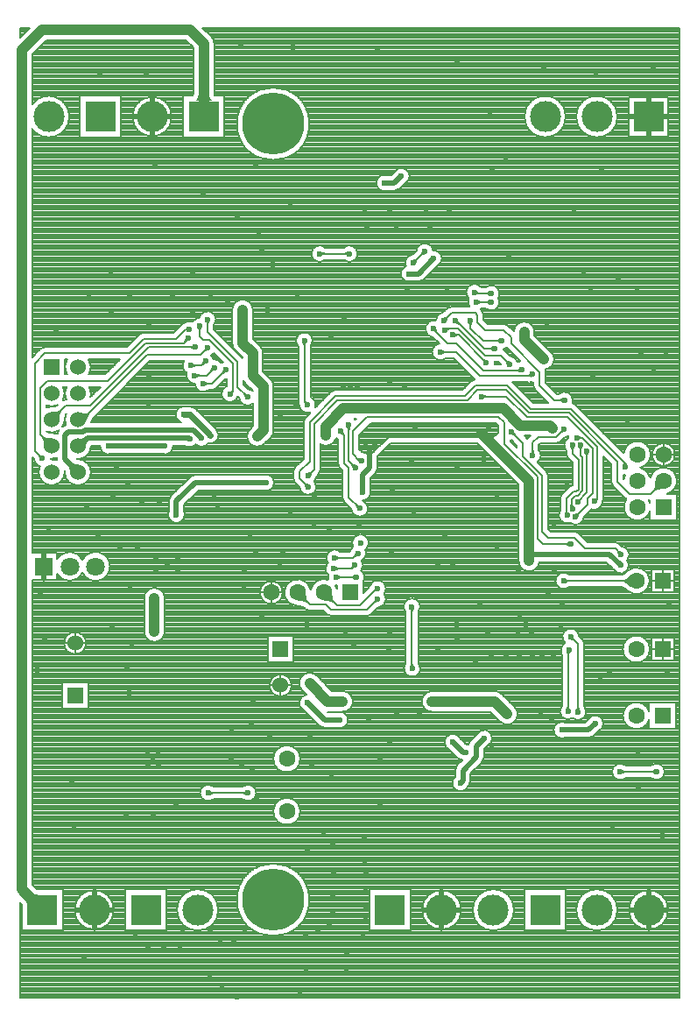
<source format=gbl>
G04*
G04 #@! TF.GenerationSoftware,Altium Limited,Altium Designer,18.1.7 (191)*
G04*
G04 Layer_Physical_Order=2*
G04 Layer_Color=16711680*
%FSLAX24Y24*%
%MOIN*%
G70*
G01*
G75*
%ADD13C,0.0236*%
%ADD14C,0.0079*%
%ADD100C,0.0197*%
%ADD101C,0.0394*%
%ADD104C,0.0205*%
%ADD105C,0.0600*%
%ADD106R,0.0600X0.0600*%
%ADD107C,0.1181*%
%ADD108R,0.1181X0.1181*%
%ADD109C,0.0630*%
%ADD110R,0.0630X0.0630*%
%ADD111C,0.0709*%
%ADD112R,0.0709X0.0709*%
%ADD113R,0.0630X0.0630*%
%ADD114C,0.2362*%
%ADD115C,0.0236*%
%ADD116C,0.0394*%
G36*
X7443Y34688D02*
X7449Y34620D01*
X7459Y34561D01*
X7472Y34510D01*
X7490Y34466D01*
X7512Y34431D01*
X7537Y34403D01*
X7567Y34383D01*
X7600Y34372D01*
X7638Y34368D01*
X6850D01*
X6888Y34372D01*
X6921Y34383D01*
X6951Y34403D01*
X6976Y34431D01*
X6998Y34466D01*
X7016Y34510D01*
X7030Y34561D01*
X7039Y34620D01*
X7045Y34688D01*
X7047Y34763D01*
X7441D01*
X7443Y34688D01*
D02*
G37*
G36*
X15658Y28533D02*
X15646Y28533D01*
X15635Y28532D01*
X15624Y28530D01*
X15613Y28528D01*
X15603Y28524D01*
X15593Y28520D01*
X15584Y28515D01*
X15575Y28509D01*
X15566Y28502D01*
X15558Y28495D01*
X15503Y28551D01*
X15510Y28559D01*
X15517Y28567D01*
X15523Y28576D01*
X15528Y28585D01*
X15532Y28595D01*
X15535Y28605D01*
X15538Y28616D01*
X15540Y28627D01*
X15541Y28638D01*
X15541Y28650D01*
X15658Y28533D01*
D02*
G37*
G36*
X12701Y28480D02*
X12692Y28489D01*
X12684Y28496D01*
X12674Y28502D01*
X12665Y28508D01*
X12655Y28513D01*
X12645Y28517D01*
X12635Y28520D01*
X12625Y28522D01*
X12614Y28523D01*
X12603Y28524D01*
Y28602D01*
X12614Y28603D01*
X12625Y28604D01*
X12635Y28606D01*
X12645Y28609D01*
X12655Y28613D01*
X12665Y28618D01*
X12674Y28624D01*
X12684Y28630D01*
X12692Y28637D01*
X12701Y28646D01*
Y28480D01*
D02*
G37*
G36*
X11747Y28637D02*
X11755Y28630D01*
X11765Y28624D01*
X11774Y28618D01*
X11784Y28613D01*
X11794Y28609D01*
X11804Y28606D01*
X11814Y28604D01*
X11825Y28603D01*
X11836Y28602D01*
Y28524D01*
X11825Y28523D01*
X11814Y28522D01*
X11804Y28520D01*
X11794Y28517D01*
X11784Y28513D01*
X11774Y28508D01*
X11765Y28502D01*
X11755Y28496D01*
X11747Y28489D01*
X11738Y28480D01*
Y28646D01*
X11747Y28637D01*
D02*
G37*
G36*
X15383Y28320D02*
X15376Y28311D01*
X15369Y28303D01*
X15363Y28294D01*
X15358Y28285D01*
X15354Y28275D01*
X15350Y28265D01*
X15348Y28254D01*
X15346Y28243D01*
X15345Y28232D01*
X15344Y28220D01*
X15228Y28337D01*
X15239Y28337D01*
X15251Y28338D01*
X15262Y28340D01*
X15273Y28342D01*
X15283Y28346D01*
X15293Y28350D01*
X15302Y28355D01*
X15311Y28361D01*
X15319Y28368D01*
X15327Y28375D01*
X15383Y28320D01*
D02*
G37*
G36*
X17664Y27127D02*
X17669Y27119D01*
X17675Y27111D01*
X17681Y27105D01*
X17689Y27099D01*
X17697Y27095D01*
X17706Y27091D01*
X17716Y27089D01*
X17726Y27087D01*
X17738Y27087D01*
X17698Y27008D01*
X17688Y27008D01*
X17667Y27006D01*
X17657Y27004D01*
X17635Y27000D01*
X17625Y26997D01*
X17603Y26991D01*
X17593Y26987D01*
X17660Y27136D01*
X17664Y27127D01*
D02*
G37*
G36*
X18105Y26965D02*
X18096Y26973D01*
X18087Y26980D01*
X18078Y26987D01*
X18069Y26992D01*
X18059Y26997D01*
X18049Y27001D01*
X18039Y27004D01*
X18028Y27006D01*
X18018Y27007D01*
X18007Y27008D01*
Y27087D01*
X18018Y27087D01*
X18028Y27088D01*
X18039Y27091D01*
X18049Y27094D01*
X18059Y27097D01*
X18069Y27102D01*
X18078Y27108D01*
X18087Y27114D01*
X18096Y27122D01*
X18105Y27130D01*
Y26965D01*
D02*
G37*
G36*
X17717Y26789D02*
X17725Y26781D01*
X17733Y26774D01*
X17742Y26768D01*
X17752Y26763D01*
X17761Y26759D01*
X17771Y26756D01*
X17782Y26754D01*
X17792Y26752D01*
X17803Y26752D01*
X17796Y26673D01*
X17786Y26673D01*
X17775Y26672D01*
X17764Y26670D01*
X17754Y26667D01*
X17744Y26663D01*
X17734Y26659D01*
X17724Y26654D01*
X17714Y26648D01*
X17705Y26641D01*
X17695Y26633D01*
X17709Y26798D01*
X17717Y26789D01*
D02*
G37*
G36*
X18095Y26630D02*
X18086Y26638D01*
X18077Y26646D01*
X18068Y26652D01*
X18059Y26658D01*
X18049Y26662D01*
X18039Y26666D01*
X18029Y26669D01*
X18019Y26672D01*
X18008Y26673D01*
X17997Y26673D01*
Y26752D01*
X18008Y26752D01*
X18019Y26754D01*
X18029Y26756D01*
X18039Y26759D01*
X18049Y26763D01*
X18059Y26768D01*
X18068Y26773D01*
X18077Y26780D01*
X18086Y26787D01*
X18095Y26795D01*
Y26630D01*
D02*
G37*
G36*
X16544Y26125D02*
X16537Y26117D01*
X16530Y26108D01*
X16525Y26099D01*
X16520Y26090D01*
X16515Y26080D01*
X16512Y26070D01*
X16509Y26059D01*
X16507Y26048D01*
X16506Y26037D01*
X16506Y26025D01*
X16389Y26142D01*
X16401Y26142D01*
X16412Y26143D01*
X16423Y26145D01*
X16434Y26148D01*
X16444Y26151D01*
X16454Y26155D01*
X16463Y26160D01*
X16472Y26166D01*
X16481Y26173D01*
X16489Y26180D01*
X16544Y26125D01*
D02*
G37*
G36*
X7466Y25970D02*
X7459Y25961D01*
X7452Y25952D01*
X7447Y25943D01*
X7442Y25933D01*
X7438Y25923D01*
X7435Y25913D01*
X7433Y25902D01*
X7432Y25892D01*
X7431Y25881D01*
X7352D01*
X7352Y25892D01*
X7351Y25902D01*
X7348Y25913D01*
X7345Y25923D01*
X7342Y25933D01*
X7337Y25943D01*
X7331Y25952D01*
X7325Y25961D01*
X7317Y25970D01*
X7309Y25979D01*
X7474D01*
X7466Y25970D01*
D02*
G37*
G36*
X16950Y26006D02*
X16952Y25995D01*
X16955Y25984D01*
X16959Y25973D01*
X16963Y25963D01*
X16968Y25953D01*
X16974Y25944D01*
X16980Y25935D01*
X16986Y25927D01*
X16994Y25919D01*
X16946Y25855D01*
X16938Y25863D01*
X16929Y25869D01*
X16920Y25875D01*
X16911Y25880D01*
X16901Y25883D01*
X16891Y25886D01*
X16881Y25888D01*
X16870Y25888D01*
X16859Y25888D01*
X16848Y25887D01*
X16948Y26018D01*
X16950Y26006D01*
D02*
G37*
G36*
X17466Y25921D02*
X17459Y25912D01*
X17452Y25903D01*
X17447Y25893D01*
X17442Y25884D01*
X17438Y25874D01*
X17435Y25864D01*
X17433Y25853D01*
X17432Y25843D01*
X17431Y25832D01*
X17352D01*
X17352Y25843D01*
X17351Y25853D01*
X17348Y25864D01*
X17345Y25874D01*
X17342Y25884D01*
X17337Y25893D01*
X17331Y25903D01*
X17325Y25912D01*
X17317Y25921D01*
X17309Y25929D01*
X17474D01*
X17466Y25921D01*
D02*
G37*
G36*
X7161Y25714D02*
X7154Y25705D01*
X7147Y25696D01*
X7142Y25687D01*
X7137Y25677D01*
X7133Y25667D01*
X7130Y25657D01*
X7128Y25647D01*
X7126Y25636D01*
X7126Y25625D01*
X7047D01*
X7047Y25636D01*
X7046Y25647D01*
X7043Y25657D01*
X7040Y25667D01*
X7036Y25677D01*
X7032Y25687D01*
X7026Y25696D01*
X7020Y25705D01*
X7012Y25714D01*
X7004Y25723D01*
X7169D01*
X7161Y25714D01*
D02*
G37*
G36*
X16453Y25759D02*
X16471Y25755D01*
X16480Y25753D01*
X16511Y25749D01*
X16521Y25749D01*
X16544Y25748D01*
X16595Y25669D01*
X16583Y25669D01*
X16573Y25667D01*
X16563Y25665D01*
X16554Y25661D01*
X16546Y25657D01*
X16540Y25652D01*
X16534Y25645D01*
X16529Y25638D01*
X16525Y25630D01*
X16522Y25620D01*
X16444Y25762D01*
X16453Y25759D01*
D02*
G37*
G36*
X16108Y25675D02*
X16108Y25664D01*
X16108Y25654D01*
X16110Y25644D01*
X16112Y25634D01*
X16116Y25624D01*
X16120Y25615D01*
X16126Y25606D01*
X16132Y25597D01*
X16140Y25589D01*
X16073Y25544D01*
X16066Y25551D01*
X16057Y25558D01*
X16049Y25564D01*
X16039Y25570D01*
X16030Y25575D01*
X16020Y25580D01*
X16009Y25584D01*
X15998Y25587D01*
X15986Y25590D01*
X15974Y25592D01*
X16110Y25687D01*
X16108Y25675D01*
D02*
G37*
G36*
X16796Y25547D02*
X16805Y25540D01*
X16814Y25533D01*
X16823Y25527D01*
X16833Y25523D01*
X16843Y25519D01*
X16853Y25516D01*
X16863Y25514D01*
X16874Y25512D01*
X16885Y25512D01*
Y25433D01*
X16874Y25433D01*
X16863Y25431D01*
X16853Y25429D01*
X16843Y25426D01*
X16833Y25422D01*
X16823Y25417D01*
X16814Y25412D01*
X16805Y25405D01*
X16796Y25398D01*
X16787Y25390D01*
Y25555D01*
X16796Y25547D01*
D02*
G37*
G36*
X6652Y25217D02*
X6640Y25216D01*
X6629Y25215D01*
X6618Y25213D01*
X6607Y25211D01*
X6597Y25207D01*
X6587Y25203D01*
X6578Y25198D01*
X6569Y25192D01*
X6561Y25185D01*
X6553Y25178D01*
X6497Y25234D01*
X6504Y25242D01*
X6511Y25250D01*
X6517Y25259D01*
X6522Y25268D01*
X6526Y25278D01*
X6530Y25288D01*
X6532Y25299D01*
X6534Y25310D01*
X6535Y25322D01*
X6535Y25333D01*
X6652Y25217D01*
D02*
G37*
G36*
X18498Y25163D02*
X18490Y25172D01*
X18481Y25179D01*
X18472Y25185D01*
X18462Y25191D01*
X18453Y25196D01*
X18443Y25200D01*
X18433Y25203D01*
X18422Y25205D01*
X18411Y25206D01*
X18400Y25207D01*
Y25285D01*
X18411Y25286D01*
X18422Y25287D01*
X18433Y25289D01*
X18443Y25292D01*
X18453Y25296D01*
X18462Y25301D01*
X18472Y25307D01*
X18481Y25313D01*
X18490Y25321D01*
X18498Y25329D01*
Y25163D01*
D02*
G37*
G36*
X11147Y25163D02*
X11140Y25154D01*
X11133Y25145D01*
X11128Y25136D01*
X11123Y25126D01*
X11119Y25116D01*
X11116Y25106D01*
X11114Y25095D01*
X11113Y25085D01*
X11112Y25074D01*
X11033D01*
X11033Y25085D01*
X11032Y25095D01*
X11030Y25106D01*
X11027Y25116D01*
X11023Y25126D01*
X11018Y25136D01*
X11012Y25145D01*
X11006Y25154D01*
X10998Y25163D01*
X10990Y25172D01*
X11156D01*
X11147Y25163D01*
D02*
G37*
G36*
X6835Y24917D02*
X6826Y24926D01*
X6817Y24933D01*
X6808Y24939D01*
X6799Y24945D01*
X6789Y24950D01*
X6779Y24954D01*
X6769Y24957D01*
X6759Y24959D01*
X6748Y24960D01*
X6737Y24961D01*
Y25039D01*
X6748Y25040D01*
X6759Y25041D01*
X6769Y25043D01*
X6779Y25046D01*
X6789Y25050D01*
X6799Y25055D01*
X6808Y25061D01*
X6817Y25067D01*
X6826Y25074D01*
X6835Y25083D01*
Y24917D01*
D02*
G37*
G36*
X18242Y24868D02*
X18234Y24876D01*
X18225Y24884D01*
X18216Y24890D01*
X18206Y24896D01*
X18197Y24901D01*
X18187Y24904D01*
X18177Y24908D01*
X18166Y24910D01*
X18156Y24911D01*
X18145Y24911D01*
Y24990D01*
X18156Y24991D01*
X18166Y24992D01*
X18177Y24994D01*
X18187Y24997D01*
X18197Y25001D01*
X18206Y25006D01*
X18216Y25011D01*
X18225Y25018D01*
X18234Y25025D01*
X18242Y25033D01*
Y24868D01*
D02*
G37*
G36*
X7400Y24872D02*
X7388Y24872D01*
X7377Y24871D01*
X7366Y24869D01*
X7355Y24866D01*
X7345Y24863D01*
X7335Y24858D01*
X7326Y24853D01*
X7317Y24848D01*
X7309Y24841D01*
X7301Y24833D01*
X7245Y24889D01*
X7252Y24897D01*
X7259Y24906D01*
X7265Y24915D01*
X7270Y24924D01*
X7274Y24934D01*
X7278Y24944D01*
X7280Y24955D01*
X7282Y24966D01*
X7283Y24977D01*
X7283Y24989D01*
X7400Y24872D01*
D02*
G37*
G36*
X16343Y24897D02*
X16352Y24890D01*
X16361Y24883D01*
X16370Y24878D01*
X16380Y24873D01*
X16390Y24869D01*
X16400Y24866D01*
X16411Y24864D01*
X16421Y24863D01*
X16432Y24862D01*
Y24783D01*
X16421Y24783D01*
X16411Y24782D01*
X16400Y24780D01*
X16390Y24777D01*
X16380Y24773D01*
X16370Y24768D01*
X16361Y24762D01*
X16352Y24756D01*
X16343Y24748D01*
X16334Y24740D01*
Y24906D01*
X16343Y24897D01*
D02*
G37*
G36*
X17909Y24559D02*
X17917Y24552D01*
X17926Y24546D01*
X17936Y24541D01*
X17946Y24537D01*
X17956Y24533D01*
X17966Y24531D01*
X17977Y24529D01*
X17989Y24528D01*
X18001Y24528D01*
X17884Y24411D01*
X17884Y24423D01*
X17883Y24434D01*
X17881Y24445D01*
X17878Y24456D01*
X17875Y24466D01*
X17870Y24476D01*
X17865Y24485D01*
X17859Y24494D01*
X17853Y24502D01*
X17845Y24510D01*
X17901Y24566D01*
X17909Y24559D01*
D02*
G37*
G36*
X18785Y24509D02*
X18793Y24503D01*
X18802Y24497D01*
X18812Y24492D01*
X18821Y24488D01*
X18832Y24484D01*
X18842Y24482D01*
X18853Y24480D01*
X18865Y24479D01*
X18877Y24478D01*
X18760Y24361D01*
X18760Y24373D01*
X18758Y24385D01*
X18757Y24396D01*
X18754Y24406D01*
X18751Y24417D01*
X18746Y24426D01*
X18741Y24436D01*
X18735Y24445D01*
X18729Y24453D01*
X18721Y24461D01*
X18777Y24517D01*
X18785Y24509D01*
D02*
G37*
G36*
X7302Y24350D02*
X7290Y24350D01*
X7279Y24349D01*
X7268Y24347D01*
X7257Y24345D01*
X7247Y24341D01*
X7237Y24337D01*
X7228Y24332D01*
X7219Y24326D01*
X7210Y24319D01*
X7202Y24312D01*
X7146Y24367D01*
X7154Y24376D01*
X7161Y24384D01*
X7166Y24393D01*
X7171Y24402D01*
X7176Y24412D01*
X7179Y24422D01*
X7182Y24433D01*
X7184Y24444D01*
X7185Y24455D01*
X7185Y24467D01*
X7302Y24350D01*
D02*
G37*
G36*
X6845Y24376D02*
X6854Y24368D01*
X6863Y24362D01*
X6872Y24356D01*
X6882Y24351D01*
X6892Y24347D01*
X6902Y24344D01*
X6913Y24342D01*
X6923Y24341D01*
X6934Y24341D01*
Y24262D01*
X6923Y24261D01*
X6913Y24260D01*
X6902Y24258D01*
X6892Y24255D01*
X6882Y24251D01*
X6872Y24246D01*
X6863Y24241D01*
X6854Y24234D01*
X6845Y24227D01*
X6836Y24218D01*
Y24384D01*
X6845Y24376D01*
D02*
G37*
G36*
X7646Y24114D02*
X7635Y24114D01*
X7623Y24113D01*
X7612Y24111D01*
X7601Y24108D01*
X7591Y24105D01*
X7581Y24101D01*
X7572Y24096D01*
X7563Y24090D01*
X7555Y24083D01*
X7547Y24076D01*
X7491Y24131D01*
X7498Y24139D01*
X7505Y24148D01*
X7511Y24157D01*
X7516Y24166D01*
X7520Y24176D01*
X7524Y24186D01*
X7526Y24197D01*
X7528Y24208D01*
X7529Y24219D01*
X7530Y24231D01*
X7646Y24114D01*
D02*
G37*
G36*
X19314Y24051D02*
X19305Y24054D01*
X19287Y24058D01*
X19277Y24060D01*
X19247Y24064D01*
X19237Y24064D01*
X19214Y24065D01*
X19163Y24144D01*
X19175Y24144D01*
X19185Y24146D01*
X19195Y24148D01*
X19204Y24152D01*
X19211Y24156D01*
X19218Y24161D01*
X19224Y24168D01*
X19229Y24175D01*
X19233Y24183D01*
X19236Y24193D01*
X19314Y24051D01*
D02*
G37*
G36*
X8080Y24016D02*
X8068Y24015D01*
X8056Y24014D01*
X8045Y24013D01*
X8034Y24010D01*
X8024Y24006D01*
X8014Y24002D01*
X8005Y23997D01*
X7996Y23991D01*
X7988Y23985D01*
X7980Y23977D01*
X7924Y24033D01*
X7931Y24041D01*
X7938Y24049D01*
X7944Y24058D01*
X7949Y24068D01*
X7953Y24077D01*
X7957Y24088D01*
X7959Y24098D01*
X7961Y24109D01*
X7962Y24121D01*
X7963Y24133D01*
X8080Y24016D01*
D02*
G37*
G36*
X19707Y23864D02*
X19699Y23867D01*
X19681Y23871D01*
X19671Y23873D01*
X19641Y23877D01*
X19630Y23877D01*
X19608Y23878D01*
X19557Y23957D01*
X19568Y23957D01*
X19579Y23959D01*
X19589Y23961D01*
X19597Y23965D01*
X19605Y23969D01*
X19612Y23974D01*
X19618Y23981D01*
X19623Y23988D01*
X19627Y23996D01*
X19630Y24006D01*
X19707Y23864D01*
D02*
G37*
G36*
X6993Y24002D02*
X7001Y23994D01*
X7011Y23988D01*
X7020Y23982D01*
X7030Y23977D01*
X7040Y23973D01*
X7050Y23970D01*
X7060Y23968D01*
X7071Y23967D01*
X7082Y23967D01*
Y23888D01*
X7071Y23887D01*
X7060Y23886D01*
X7050Y23884D01*
X7040Y23881D01*
X7030Y23877D01*
X7020Y23872D01*
X7011Y23867D01*
X7001Y23860D01*
X6993Y23853D01*
X6984Y23844D01*
Y24010D01*
X6993Y24002D01*
D02*
G37*
G36*
X7317Y23687D02*
X7326Y23679D01*
X7335Y23673D01*
X7345Y23667D01*
X7354Y23662D01*
X7364Y23658D01*
X7375Y23655D01*
X7385Y23653D01*
X7396Y23652D01*
X7407Y23652D01*
Y23573D01*
X7396Y23572D01*
X7385Y23571D01*
X7375Y23569D01*
X7364Y23566D01*
X7354Y23562D01*
X7345Y23557D01*
X7335Y23552D01*
X7326Y23545D01*
X7317Y23538D01*
X7309Y23530D01*
Y23695D01*
X7317Y23687D01*
D02*
G37*
G36*
X8384Y23319D02*
X8377Y23311D01*
X8365Y23297D01*
X8361Y23291D01*
X8357Y23285D01*
X8354Y23280D01*
X8352Y23274D01*
X8351Y23270D01*
X8351Y23265D01*
X8352Y23261D01*
X8271Y23342D01*
X8275Y23341D01*
X8279Y23341D01*
X8284Y23342D01*
X8289Y23344D01*
X8295Y23347D01*
X8301Y23351D01*
X8307Y23355D01*
X8314Y23361D01*
X8328Y23374D01*
X8384Y23319D01*
D02*
G37*
G36*
X8815Y23250D02*
X8823Y23243D01*
X8832Y23237D01*
X8841Y23232D01*
X8851Y23228D01*
X8861Y23224D01*
X8872Y23222D01*
X8883Y23220D01*
X8894Y23219D01*
X8906Y23219D01*
X8789Y23102D01*
X8789Y23113D01*
X8788Y23125D01*
X8786Y23136D01*
X8783Y23147D01*
X8780Y23157D01*
X8776Y23167D01*
X8771Y23176D01*
X8765Y23185D01*
X8758Y23193D01*
X8751Y23201D01*
X8806Y23257D01*
X8815Y23250D01*
D02*
G37*
G36*
X17898Y23204D02*
X17907Y23197D01*
X17916Y23191D01*
X17925Y23185D01*
X17935Y23180D01*
X17945Y23176D01*
X17955Y23173D01*
X17966Y23171D01*
X17976Y23170D01*
X17987Y23169D01*
Y23091D01*
X17976Y23090D01*
X17966Y23089D01*
X17955Y23087D01*
X17945Y23084D01*
X17935Y23080D01*
X17925Y23075D01*
X17916Y23069D01*
X17907Y23063D01*
X17898Y23055D01*
X17889Y23047D01*
Y23213D01*
X17898Y23204D01*
D02*
G37*
G36*
X20890Y22909D02*
X20881Y22918D01*
X20873Y22925D01*
X20863Y22932D01*
X20854Y22937D01*
X20844Y22942D01*
X20834Y22946D01*
X20824Y22949D01*
X20814Y22951D01*
X20803Y22952D01*
X20792Y22953D01*
Y23031D01*
X20803Y23032D01*
X20814Y23033D01*
X20824Y23035D01*
X20834Y23038D01*
X20844Y23042D01*
X20854Y23047D01*
X20863Y23053D01*
X20873Y23059D01*
X20881Y23067D01*
X20890Y23075D01*
Y22909D01*
D02*
G37*
G36*
X11108Y22954D02*
X11122Y22942D01*
X11128Y22937D01*
X11134Y22934D01*
X11140Y22931D01*
X11145Y22929D01*
X11150Y22928D01*
X11154Y22928D01*
X11158Y22928D01*
X11077Y22848D01*
X11078Y22852D01*
X11078Y22856D01*
X11077Y22861D01*
X11075Y22866D01*
X11072Y22872D01*
X11068Y22878D01*
X11064Y22884D01*
X11058Y22891D01*
X11045Y22905D01*
X11101Y22961D01*
X11108Y22954D01*
D02*
G37*
G36*
X1816Y22556D02*
X1803Y22541D01*
X1792Y22522D01*
X1782Y22500D01*
X1773Y22474D01*
X1766Y22445D01*
X1760Y22413D01*
X1756Y22377D01*
X1751Y22295D01*
X1751Y22249D01*
X1454Y22546D01*
X1500Y22546D01*
X1618Y22555D01*
X1650Y22561D01*
X1679Y22568D01*
X1704Y22577D01*
X1727Y22587D01*
X1745Y22599D01*
X1761Y22611D01*
X1816Y22556D01*
D02*
G37*
G36*
X2613Y22503D02*
X2646Y22491D01*
X2677Y22482D01*
X2707Y22477D01*
X2734Y22476D01*
X2759Y22477D01*
X2783Y22482D01*
X2804Y22490D01*
X2824Y22502D01*
X2841Y22517D01*
X2872Y22436D01*
X2866Y22429D01*
X2859Y22417D01*
X2838Y22376D01*
X2726Y22127D01*
X2578Y22518D01*
X2613Y22503D01*
D02*
G37*
G36*
X12840Y21944D02*
X12833Y21936D01*
X12826Y21926D01*
X12821Y21917D01*
X12816Y21907D01*
X12812Y21897D01*
X12809Y21887D01*
X12807Y21877D01*
X12806Y21866D01*
X12805Y21855D01*
X12726D01*
X12726Y21866D01*
X12725Y21877D01*
X12722Y21887D01*
X12719Y21897D01*
X12716Y21907D01*
X12711Y21917D01*
X12705Y21926D01*
X12699Y21936D01*
X12691Y21944D01*
X12683Y21953D01*
X12848D01*
X12840Y21944D01*
D02*
G37*
G36*
X20963Y21772D02*
X20951Y21771D01*
X20940Y21770D01*
X20929Y21768D01*
X20918Y21766D01*
X20908Y21762D01*
X20898Y21758D01*
X20889Y21753D01*
X20880Y21747D01*
X20872Y21741D01*
X20864Y21733D01*
X20808Y21789D01*
X20815Y21797D01*
X20822Y21805D01*
X20828Y21814D01*
X20833Y21824D01*
X20837Y21833D01*
X20841Y21844D01*
X20843Y21854D01*
X20845Y21865D01*
X20846Y21877D01*
X20846Y21889D01*
X20963Y21772D01*
D02*
G37*
G36*
X12559Y21798D02*
X12560Y21786D01*
X12562Y21775D01*
X12565Y21765D01*
X12568Y21755D01*
X12573Y21745D01*
X12578Y21735D01*
X12584Y21727D01*
X12590Y21718D01*
X12598Y21710D01*
X12542Y21654D01*
X12534Y21662D01*
X12525Y21668D01*
X12517Y21674D01*
X12507Y21679D01*
X12497Y21684D01*
X12487Y21687D01*
X12477Y21690D01*
X12466Y21692D01*
X12454Y21693D01*
X12442Y21693D01*
X12559Y21810D01*
X12559Y21798D01*
D02*
G37*
G36*
X19085Y21768D02*
X19086Y21757D01*
X19088Y21746D01*
X19091Y21735D01*
X19094Y21725D01*
X19098Y21715D01*
X19103Y21706D01*
X19109Y21697D01*
X19116Y21689D01*
X19123Y21680D01*
X19068Y21625D01*
X19059Y21632D01*
X19051Y21639D01*
X19042Y21645D01*
X19033Y21650D01*
X19023Y21654D01*
X19013Y21658D01*
X19002Y21660D01*
X18991Y21662D01*
X18980Y21663D01*
X18968Y21663D01*
X19085Y21780D01*
X19085Y21768D01*
D02*
G37*
G36*
X2866Y21458D02*
X2845Y21435D01*
X2809Y21391D01*
X2794Y21368D01*
X2781Y21346D01*
X2771Y21324D01*
X2762Y21302D01*
X2756Y21280D01*
X2752Y21259D01*
X2751Y21237D01*
X2532Y21535D01*
X2553Y21530D01*
X2573Y21528D01*
X2594Y21529D01*
X2614Y21532D01*
X2635Y21538D01*
X2655Y21546D01*
X2675Y21557D01*
X2695Y21570D01*
X2715Y21586D01*
X2735Y21605D01*
X2866Y21458D01*
D02*
G37*
G36*
X21530Y21630D02*
X21539Y21622D01*
X21548Y21616D01*
X21557Y21610D01*
X21567Y21605D01*
X21577Y21601D01*
X21587Y21598D01*
X21598Y21596D01*
X21608Y21595D01*
X21619Y21594D01*
Y21516D01*
X21608Y21515D01*
X21598Y21514D01*
X21587Y21512D01*
X21577Y21509D01*
X21567Y21505D01*
X21557Y21500D01*
X21548Y21495D01*
X21539Y21488D01*
X21530Y21481D01*
X21521Y21472D01*
Y21638D01*
X21530Y21630D01*
D02*
G37*
G36*
X1156Y21599D02*
X1175Y21587D01*
X1197Y21577D01*
X1223Y21568D01*
X1252Y21561D01*
X1284Y21555D01*
X1320Y21551D01*
X1402Y21546D01*
X1448Y21546D01*
X1151Y21249D01*
X1151Y21295D01*
X1141Y21413D01*
X1136Y21445D01*
X1128Y21474D01*
X1120Y21500D01*
X1110Y21522D01*
X1098Y21541D01*
X1085Y21556D01*
X1141Y21611D01*
X1156Y21599D01*
D02*
G37*
G36*
X21354Y21187D02*
X21347Y21178D01*
X21340Y21169D01*
X21334Y21159D01*
X21330Y21149D01*
X21326Y21140D01*
X21323Y21129D01*
X21321Y21119D01*
X21319Y21108D01*
X21319Y21097D01*
X21240D01*
X21240Y21108D01*
X21238Y21119D01*
X21236Y21129D01*
X21233Y21140D01*
X21229Y21149D01*
X21225Y21159D01*
X21219Y21169D01*
X21212Y21178D01*
X21205Y21187D01*
X21197Y21195D01*
X21362D01*
X21354Y21187D01*
D02*
G37*
G36*
X21670Y21179D02*
X21661Y21171D01*
X21653Y21163D01*
X21646Y21154D01*
X21641Y21145D01*
X21635Y21136D01*
X21631Y21127D01*
X21628Y21117D01*
X21626Y21106D01*
X21624Y21096D01*
X21624Y21084D01*
X21545Y21091D01*
X21545Y21102D01*
X21544Y21113D01*
X21542Y21123D01*
X21539Y21134D01*
X21535Y21144D01*
X21531Y21154D01*
X21526Y21164D01*
X21520Y21174D01*
X21513Y21183D01*
X21505Y21193D01*
X21670Y21179D01*
D02*
G37*
G36*
X19804Y21057D02*
X19805Y21046D01*
X19807Y21036D01*
X19810Y21026D01*
X19814Y21016D01*
X19819Y21006D01*
X19824Y20997D01*
X19831Y20988D01*
X19838Y20979D01*
X19846Y20970D01*
X19681D01*
X19689Y20979D01*
X19697Y20988D01*
X19703Y20997D01*
X19709Y21006D01*
X19714Y21016D01*
X19717Y21026D01*
X19721Y21036D01*
X19723Y21046D01*
X19724Y21057D01*
X19724Y21068D01*
X19803D01*
X19804Y21057D01*
D02*
G37*
G36*
X21895Y20950D02*
X21888Y20941D01*
X21881Y20932D01*
X21876Y20923D01*
X21871Y20913D01*
X21867Y20903D01*
X21864Y20893D01*
X21862Y20883D01*
X21861Y20872D01*
X21860Y20861D01*
X21781D01*
X21781Y20872D01*
X21780Y20883D01*
X21778Y20893D01*
X21775Y20903D01*
X21771Y20913D01*
X21766Y20923D01*
X21760Y20932D01*
X21754Y20941D01*
X21746Y20950D01*
X21738Y20959D01*
X21904D01*
X21895Y20950D01*
D02*
G37*
G36*
X1000Y20917D02*
X1008Y20910D01*
X1017Y20904D01*
X1026Y20899D01*
X1036Y20895D01*
X1046Y20892D01*
X1057Y20889D01*
X1068Y20887D01*
X1079Y20886D01*
X1091Y20886D01*
X974Y20769D01*
X974Y20781D01*
X973Y20792D01*
X971Y20803D01*
X969Y20814D01*
X965Y20824D01*
X961Y20834D01*
X956Y20843D01*
X950Y20852D01*
X943Y20861D01*
X936Y20869D01*
X992Y20924D01*
X1000Y20917D01*
D02*
G37*
G36*
X13121Y20794D02*
X13129Y20787D01*
X13137Y20782D01*
X13146Y20779D01*
X13154Y20777D01*
X13161Y20776D01*
X13169Y20777D01*
X13176Y20779D01*
X13183Y20783D01*
X13190Y20788D01*
X13169Y20634D01*
X13072Y20731D01*
X13112Y20802D01*
X13121Y20794D01*
D02*
G37*
G36*
X23367Y20548D02*
X23214Y20536D01*
X23219Y20543D01*
X23223Y20549D01*
X23225Y20556D01*
X23226Y20563D01*
X23226Y20570D01*
X23224Y20578D01*
X23220Y20586D01*
X23215Y20594D01*
X23208Y20602D01*
X23200Y20611D01*
X23274Y20649D01*
X23367Y20548D01*
D02*
G37*
G36*
X12919Y20572D02*
X12927Y20566D01*
X12936Y20560D01*
X12946Y20555D01*
X12955Y20551D01*
X12966Y20547D01*
X12976Y20545D01*
X12987Y20543D01*
X12999Y20542D01*
X13011Y20541D01*
X12894Y20424D01*
X12893Y20436D01*
X12892Y20448D01*
X12890Y20459D01*
X12888Y20469D01*
X12884Y20480D01*
X12880Y20489D01*
X12875Y20499D01*
X12869Y20508D01*
X12863Y20516D01*
X12855Y20524D01*
X12911Y20580D01*
X12919Y20572D01*
D02*
G37*
G36*
X2213Y20625D02*
X2235Y20608D01*
X2257Y20593D01*
X2281Y20580D01*
X2306Y20570D01*
X2332Y20561D01*
X2359Y20554D01*
X2388Y20549D01*
X2417Y20547D01*
X2448Y20546D01*
X2151Y20249D01*
X2150Y20280D01*
X2147Y20309D01*
X2143Y20338D01*
X2136Y20365D01*
X2127Y20391D01*
X2117Y20416D01*
X2104Y20440D01*
X2089Y20462D01*
X2072Y20484D01*
X2054Y20504D01*
X2193Y20643D01*
X2213Y20625D01*
D02*
G37*
G36*
X11377Y20219D02*
X11370Y20211D01*
X11363Y20203D01*
X11357Y20194D01*
X11352Y20184D01*
X11348Y20175D01*
X11344Y20164D01*
X11342Y20154D01*
X11340Y20143D01*
X11339Y20131D01*
X11339Y20119D01*
X11222Y20236D01*
X11234Y20236D01*
X11245Y20238D01*
X11256Y20239D01*
X11267Y20242D01*
X11277Y20246D01*
X11287Y20250D01*
X11296Y20255D01*
X11305Y20261D01*
X11313Y20267D01*
X11321Y20275D01*
X11377Y20219D01*
D02*
G37*
G36*
X11118Y19844D02*
X11126Y19837D01*
X11135Y19832D01*
X11144Y19827D01*
X11154Y19822D01*
X11164Y19819D01*
X11175Y19816D01*
X11186Y19814D01*
X11198Y19813D01*
X11209Y19813D01*
X11093Y19696D01*
X11092Y19708D01*
X11091Y19719D01*
X11089Y19731D01*
X11087Y19741D01*
X11083Y19751D01*
X11079Y19761D01*
X11074Y19770D01*
X11068Y19779D01*
X11061Y19788D01*
X11054Y19796D01*
X11110Y19852D01*
X11118Y19844D01*
D02*
G37*
G36*
X24741Y19602D02*
X24692Y19602D01*
X24567Y19593D01*
X24533Y19587D01*
X24503Y19579D01*
X24476Y19570D01*
X24453Y19560D01*
X24433Y19548D01*
X24417Y19535D01*
X24362Y19591D01*
X24375Y19606D01*
X24387Y19626D01*
X24397Y19649D01*
X24406Y19676D01*
X24414Y19706D01*
X24420Y19741D01*
X24424Y19779D01*
X24429Y19865D01*
X24429Y19914D01*
X24741Y19602D01*
D02*
G37*
G36*
X22242Y19214D02*
X22214Y19183D01*
X22156Y19241D01*
X22156Y19241D01*
X22157Y19242D01*
X22159Y19243D01*
X22168Y19251D01*
X22187Y19270D01*
X22242Y19214D01*
D02*
G37*
G36*
X21280Y19036D02*
X21282Y19025D01*
X21284Y19015D01*
X21288Y19006D01*
X21292Y18997D01*
X21297Y18990D01*
X21304Y18982D01*
X21311Y18976D01*
X21320Y18970D01*
X21329Y18965D01*
X21173Y18910D01*
X21179Y18921D01*
X21187Y18943D01*
X21191Y18954D01*
X21196Y18975D01*
X21198Y18986D01*
X21201Y19007D01*
X21201Y19017D01*
X21280Y19047D01*
X21280Y19036D01*
D02*
G37*
G36*
X13086Y19017D02*
X13095Y19011D01*
X13104Y19005D01*
X13113Y19000D01*
X13123Y18996D01*
X13133Y18992D01*
X13144Y18989D01*
X13155Y18988D01*
X13166Y18986D01*
X13178Y18986D01*
X13061Y18869D01*
X13061Y18881D01*
X13060Y18893D01*
X13058Y18904D01*
X13055Y18914D01*
X13052Y18925D01*
X13047Y18934D01*
X13042Y18944D01*
X13037Y18953D01*
X13030Y18961D01*
X13022Y18969D01*
X13078Y19025D01*
X13086Y19017D01*
D02*
G37*
G36*
X21554Y18664D02*
X21547Y18656D01*
X21540Y18647D01*
X21534Y18639D01*
X21529Y18629D01*
X21525Y18619D01*
X21522Y18609D01*
X21519Y18599D01*
X21517Y18588D01*
X21516Y18576D01*
X21516Y18564D01*
X21399Y18681D01*
X21411Y18681D01*
X21422Y18682D01*
X21433Y18684D01*
X21444Y18687D01*
X21454Y18690D01*
X21464Y18695D01*
X21473Y18700D01*
X21482Y18706D01*
X21491Y18712D01*
X21499Y18720D01*
X21554Y18664D01*
D02*
G37*
G36*
X21126Y17427D02*
X21118Y17435D01*
X21109Y17443D01*
X21100Y17449D01*
X21090Y17455D01*
X21081Y17460D01*
X21071Y17464D01*
X21061Y17467D01*
X21050Y17469D01*
X21039Y17470D01*
X21028Y17470D01*
Y17549D01*
X21039Y17550D01*
X21050Y17551D01*
X21061Y17553D01*
X21071Y17556D01*
X21081Y17560D01*
X21090Y17565D01*
X21100Y17570D01*
X21109Y17577D01*
X21118Y17584D01*
X21126Y17593D01*
Y17427D01*
D02*
G37*
G36*
X23037Y17265D02*
X23045Y17259D01*
X23054Y17253D01*
X23064Y17248D01*
X23073Y17244D01*
X23084Y17240D01*
X23094Y17237D01*
X23105Y17236D01*
X23117Y17235D01*
X23129Y17234D01*
X23012Y17117D01*
X23012Y17129D01*
X23010Y17141D01*
X23009Y17152D01*
X23006Y17162D01*
X23002Y17173D01*
X22998Y17182D01*
X22993Y17192D01*
X22987Y17201D01*
X22981Y17209D01*
X22973Y17217D01*
X23029Y17273D01*
X23037Y17265D01*
D02*
G37*
G36*
X13109Y17047D02*
X13097Y17047D01*
X13086Y17046D01*
X13075Y17044D01*
X13064Y17041D01*
X13054Y17038D01*
X13044Y17033D01*
X13035Y17028D01*
X13026Y17023D01*
X13017Y17016D01*
X13009Y17008D01*
X12954Y17064D01*
X12961Y17072D01*
X12968Y17081D01*
X12973Y17090D01*
X12979Y17099D01*
X12983Y17109D01*
X12986Y17119D01*
X12989Y17130D01*
X12991Y17141D01*
X12992Y17152D01*
X12992Y17164D01*
X13109Y17047D01*
D02*
G37*
G36*
X12317Y17063D02*
X12326Y17055D01*
X12335Y17049D01*
X12345Y17043D01*
X12354Y17038D01*
X12364Y17034D01*
X12374Y17031D01*
X12385Y17029D01*
X12395Y17028D01*
X12406Y17028D01*
Y16949D01*
X12395Y16948D01*
X12385Y16947D01*
X12374Y16945D01*
X12364Y16942D01*
X12354Y16938D01*
X12345Y16933D01*
X12335Y16928D01*
X12326Y16921D01*
X12317Y16914D01*
X12309Y16906D01*
Y17071D01*
X12317Y17063D01*
D02*
G37*
G36*
X12978Y16585D02*
X12970Y16586D01*
X12961Y16586D01*
X12953Y16584D01*
X12944Y16582D01*
X12935Y16578D01*
X12927Y16574D01*
X12918Y16569D01*
X12909Y16562D01*
X12901Y16555D01*
X12892Y16547D01*
X12836Y16603D01*
X12845Y16611D01*
X12852Y16620D01*
X12858Y16629D01*
X12863Y16637D01*
X12868Y16646D01*
X12871Y16655D01*
X12873Y16663D01*
X12875Y16672D01*
X12875Y16681D01*
X12875Y16689D01*
X12978Y16585D01*
D02*
G37*
G36*
X12288Y16649D02*
X12297Y16642D01*
X12306Y16635D01*
X12315Y16630D01*
X12325Y16625D01*
X12335Y16621D01*
X12345Y16618D01*
X12355Y16616D01*
X12366Y16615D01*
X12377Y16614D01*
Y16535D01*
X12366Y16535D01*
X12355Y16534D01*
X12345Y16532D01*
X12335Y16529D01*
X12325Y16525D01*
X12315Y16520D01*
X12306Y16514D01*
X12297Y16508D01*
X12288Y16500D01*
X12279Y16492D01*
Y16657D01*
X12288Y16649D01*
D02*
G37*
G36*
X12957Y16167D02*
X12948Y16176D01*
X12939Y16183D01*
X12930Y16189D01*
X12921Y16195D01*
X12911Y16200D01*
X12901Y16204D01*
X12891Y16207D01*
X12881Y16209D01*
X12870Y16210D01*
X12859Y16211D01*
Y16289D01*
X12870Y16290D01*
X12881Y16291D01*
X12891Y16293D01*
X12901Y16296D01*
X12911Y16300D01*
X12921Y16305D01*
X12930Y16311D01*
X12939Y16317D01*
X12948Y16324D01*
X12957Y16333D01*
Y16167D01*
D02*
G37*
G36*
X12367Y16324D02*
X12375Y16317D01*
X12385Y16311D01*
X12394Y16305D01*
X12404Y16300D01*
X12414Y16296D01*
X12424Y16293D01*
X12434Y16291D01*
X12445Y16290D01*
X12456Y16289D01*
Y16211D01*
X12445Y16210D01*
X12434Y16209D01*
X12424Y16207D01*
X12414Y16204D01*
X12404Y16200D01*
X12394Y16195D01*
X12385Y16189D01*
X12375Y16183D01*
X12367Y16176D01*
X12358Y16167D01*
Y16333D01*
X12367Y16324D01*
D02*
G37*
G36*
X21038Y16187D02*
X21047Y16179D01*
X21056Y16173D01*
X21065Y16167D01*
X21075Y16162D01*
X21085Y16158D01*
X21095Y16155D01*
X21105Y16153D01*
X21116Y16152D01*
X21127Y16152D01*
Y16073D01*
X21116Y16072D01*
X21105Y16071D01*
X21095Y16069D01*
X21085Y16066D01*
X21075Y16062D01*
X21065Y16057D01*
X21056Y16052D01*
X21047Y16045D01*
X21038Y16038D01*
X21029Y16030D01*
Y16195D01*
X21038Y16187D01*
D02*
G37*
G36*
X23486Y15892D02*
X23451Y15926D01*
X23356Y16008D01*
X23328Y16028D01*
X23301Y16044D01*
X23276Y16057D01*
X23252Y16066D01*
X23230Y16071D01*
X23209Y16073D01*
X23209Y16152D01*
X23230Y16153D01*
X23252Y16159D01*
X23276Y16168D01*
X23301Y16181D01*
X23328Y16197D01*
X23356Y16217D01*
X23386Y16240D01*
X23451Y16298D01*
X23486Y16333D01*
X23486Y15892D01*
D02*
G37*
G36*
X13839Y15712D02*
X13828Y15714D01*
X13817Y15716D01*
X13807Y15716D01*
X13797Y15715D01*
X13787Y15712D01*
X13778Y15709D01*
X13769Y15705D01*
X13760Y15699D01*
X13751Y15693D01*
X13743Y15685D01*
X13702Y15755D01*
X13709Y15763D01*
X13716Y15771D01*
X13722Y15780D01*
X13728Y15789D01*
X13733Y15799D01*
X13738Y15809D01*
X13743Y15819D01*
X13750Y15841D01*
X13753Y15853D01*
X13839Y15712D01*
D02*
G37*
G36*
X12130Y15617D02*
X12139Y15493D01*
X12146Y15458D01*
X12153Y15428D01*
X12162Y15401D01*
X12172Y15378D01*
X12184Y15358D01*
X12197Y15343D01*
X12142Y15287D01*
X12126Y15300D01*
X12106Y15312D01*
X12083Y15322D01*
X12056Y15331D01*
X12026Y15339D01*
X11992Y15345D01*
X11954Y15349D01*
X11867Y15354D01*
X11818Y15354D01*
X12130Y15666D01*
X12130Y15617D01*
D02*
G37*
G36*
X11130D02*
X11139Y15493D01*
X11146Y15458D01*
X11153Y15428D01*
X11162Y15401D01*
X11172Y15378D01*
X11184Y15358D01*
X11197Y15343D01*
X11142Y15287D01*
X11126Y15300D01*
X11106Y15312D01*
X11083Y15322D01*
X11056Y15331D01*
X11026Y15339D01*
X10992Y15345D01*
X10954Y15349D01*
X10867Y15354D01*
X10818Y15354D01*
X11130Y15666D01*
X11130Y15617D01*
D02*
G37*
G36*
X13867Y15305D02*
X13855Y15305D01*
X13844Y15304D01*
X13832Y15302D01*
X13822Y15299D01*
X13812Y15296D01*
X13802Y15292D01*
X13793Y15286D01*
X13784Y15281D01*
X13775Y15274D01*
X13767Y15267D01*
X13711Y15322D01*
X13719Y15330D01*
X13726Y15339D01*
X13731Y15348D01*
X13736Y15357D01*
X13741Y15367D01*
X13744Y15377D01*
X13747Y15388D01*
X13749Y15399D01*
X13750Y15410D01*
X13750Y15422D01*
X13867Y15305D01*
D02*
G37*
G36*
X15242Y15035D02*
X15234Y15026D01*
X15228Y15017D01*
X15222Y15008D01*
X15218Y14998D01*
X15214Y14988D01*
X15211Y14978D01*
X15208Y14967D01*
X15207Y14957D01*
X15207Y14946D01*
X15128D01*
X15128Y14957D01*
X15126Y14967D01*
X15124Y14978D01*
X15121Y14988D01*
X15117Y14998D01*
X15112Y15008D01*
X15107Y15017D01*
X15100Y15026D01*
X15093Y15035D01*
X15085Y15044D01*
X15250D01*
X15242Y15035D01*
D02*
G37*
G36*
X21329Y13973D02*
X21330Y13962D01*
X21332Y13951D01*
X21335Y13940D01*
X21338Y13930D01*
X21342Y13920D01*
X21347Y13911D01*
X21353Y13902D01*
X21360Y13893D01*
X21367Y13885D01*
X21312Y13830D01*
X21304Y13837D01*
X21295Y13844D01*
X21286Y13849D01*
X21277Y13855D01*
X21267Y13859D01*
X21257Y13862D01*
X21246Y13865D01*
X21235Y13867D01*
X21224Y13868D01*
X21212Y13868D01*
X21329Y13985D01*
X21329Y13973D01*
D02*
G37*
G36*
X21201Y13377D02*
X21192Y13372D01*
X21183Y13366D01*
X21176Y13360D01*
X21170Y13353D01*
X21164Y13345D01*
X21160Y13337D01*
X21156Y13327D01*
X21154Y13317D01*
X21152Y13307D01*
X21152Y13295D01*
X21073Y13325D01*
X21073Y13336D01*
X21070Y13356D01*
X21068Y13367D01*
X21063Y13388D01*
X21059Y13399D01*
X21051Y13421D01*
X21046Y13432D01*
X21201Y13377D01*
D02*
G37*
G36*
X15207Y12950D02*
X15209Y12939D01*
X15211Y12929D01*
X15214Y12919D01*
X15218Y12909D01*
X15223Y12900D01*
X15229Y12891D01*
X15236Y12882D01*
X15244Y12874D01*
X15253Y12867D01*
X15088Y12853D01*
X15095Y12862D01*
X15102Y12872D01*
X15108Y12881D01*
X15113Y12891D01*
X15118Y12901D01*
X15122Y12911D01*
X15124Y12922D01*
X15126Y12932D01*
X15128Y12943D01*
X15128Y12954D01*
X15207Y12961D01*
X15207Y12950D01*
D02*
G37*
G36*
X21152Y11323D02*
X21153Y11312D01*
X21155Y11302D01*
X21158Y11292D01*
X21162Y11282D01*
X21167Y11272D01*
X21173Y11263D01*
X21179Y11253D01*
X21187Y11245D01*
X21195Y11236D01*
X21030D01*
X21038Y11245D01*
X21045Y11253D01*
X21052Y11263D01*
X21057Y11272D01*
X21062Y11282D01*
X21066Y11292D01*
X21069Y11302D01*
X21071Y11312D01*
X21072Y11323D01*
X21073Y11334D01*
X21152D01*
X21152Y11323D01*
D02*
G37*
G36*
X21535Y11310D02*
X21536Y11299D01*
X21537Y11289D01*
X21539Y11278D01*
X21542Y11268D01*
X21545Y11258D01*
X21550Y11248D01*
X21555Y11238D01*
X21561Y11228D01*
X21568Y11218D01*
X21576Y11209D01*
X21411Y11223D01*
X21420Y11231D01*
X21427Y11239D01*
X21434Y11247D01*
X21440Y11256D01*
X21445Y11265D01*
X21449Y11275D01*
X21453Y11285D01*
X21455Y11295D01*
X21456Y11306D01*
X21457Y11317D01*
X21535Y11310D01*
D02*
G37*
G36*
X24394Y8766D02*
X24385Y8774D01*
X24376Y8781D01*
X24367Y8788D01*
X24358Y8793D01*
X24348Y8798D01*
X24338Y8802D01*
X24328Y8805D01*
X24318Y8807D01*
X24307Y8809D01*
X24296Y8809D01*
Y8888D01*
X24307Y8888D01*
X24318Y8890D01*
X24328Y8892D01*
X24338Y8895D01*
X24348Y8899D01*
X24358Y8903D01*
X24367Y8909D01*
X24376Y8916D01*
X24385Y8923D01*
X24394Y8931D01*
Y8766D01*
D02*
G37*
G36*
X23193Y8923D02*
X23202Y8916D01*
X23211Y8909D01*
X23221Y8903D01*
X23230Y8899D01*
X23240Y8895D01*
X23251Y8892D01*
X23261Y8890D01*
X23272Y8888D01*
X23283Y8888D01*
Y8809D01*
X23272Y8809D01*
X23261Y8807D01*
X23251Y8805D01*
X23240Y8802D01*
X23230Y8798D01*
X23221Y8793D01*
X23211Y8788D01*
X23202Y8781D01*
X23193Y8774D01*
X23185Y8766D01*
Y8931D01*
X23193Y8923D01*
D02*
G37*
G36*
X8843Y7958D02*
X8834Y7967D01*
X8825Y7974D01*
X8816Y7981D01*
X8807Y7986D01*
X8797Y7991D01*
X8787Y7995D01*
X8777Y7998D01*
X8766Y8000D01*
X8756Y8001D01*
X8745Y8002D01*
Y8080D01*
X8756Y8081D01*
X8766Y8082D01*
X8777Y8084D01*
X8787Y8087D01*
X8797Y8091D01*
X8807Y8096D01*
X8816Y8102D01*
X8825Y8108D01*
X8834Y8116D01*
X8843Y8124D01*
Y7958D01*
D02*
G37*
G36*
X7504Y8116D02*
X7513Y8108D01*
X7522Y8102D01*
X7532Y8096D01*
X7541Y8091D01*
X7551Y8087D01*
X7561Y8084D01*
X7572Y8082D01*
X7582Y8081D01*
X7593Y8080D01*
Y8002D01*
X7582Y8001D01*
X7572Y8000D01*
X7561Y7998D01*
X7551Y7995D01*
X7541Y7991D01*
X7532Y7986D01*
X7522Y7981D01*
X7513Y7974D01*
X7504Y7967D01*
X7496Y7958D01*
Y8124D01*
X7504Y8116D01*
D02*
G37*
G36*
X578Y4397D02*
X781Y4221D01*
X818Y4197D01*
X849Y4181D01*
X875Y4173D01*
X895Y4173D01*
X909Y4181D01*
X514Y3786D01*
X522Y3800D01*
X522Y3820D01*
X514Y3846D01*
X497Y3877D01*
X473Y3914D01*
X442Y3956D01*
X354Y4058D01*
X235Y4182D01*
X513Y4460D01*
X578Y4397D01*
D02*
G37*
D13*
X6713Y22441D02*
X7490Y21663D01*
X6486Y22441D02*
X6713D01*
D14*
X22992Y33780D02*
G03*
X22992Y33780I-787J0D01*
G01*
X21271Y22886D02*
G03*
X21289Y22992I-296J107D01*
G01*
X21377Y22825D02*
G03*
X21271Y22886I-167J-167D01*
G01*
X21377Y22825D02*
G03*
X21271Y22886I-167J-167D01*
G01*
X21289Y22992D02*
G03*
X20770Y23232I-315J0D01*
G01*
X25177Y20917D02*
G03*
X25177Y20917I-433J0D01*
G01*
X24256D02*
G03*
X23235Y20966I-512J0D01*
G01*
X23853Y20417D02*
G03*
X24256Y20917I-109J500D01*
G01*
X25256Y19917D02*
G03*
X24244Y20027I-512J0D01*
G01*
X24898Y19429D02*
G03*
X25256Y19917I-154J488D01*
G01*
X24244Y20027D02*
G03*
X23853Y20417I-500J-109D01*
G01*
X23228Y20145D02*
G03*
X23282Y20138I69J307D01*
G01*
X23282D02*
G03*
X23236Y19982I462J-221D01*
G01*
X23288Y19262D02*
G03*
X23335Y19225I167J167D01*
G01*
X24232Y19071D02*
G03*
X24175Y19193I-488J-154D01*
G01*
X23288Y19262D02*
G03*
X23335Y19225I167J167D01*
G01*
X21129Y21621D02*
G03*
X21122Y21552I308J-66D01*
G01*
X20989Y21576D02*
G03*
X21129Y21621I-25J314D01*
G01*
X21122Y21552D02*
G03*
X21040Y21075I157J-273D01*
G01*
X21043Y20945D02*
G03*
X21112Y20778I236J0D01*
G01*
X22756Y19892D02*
G03*
X22825Y19725I236J0D01*
G01*
X22756Y19892D02*
G03*
X22825Y19725I236J0D01*
G01*
X22431Y19147D02*
G03*
X22451Y19242I-216J95D01*
G01*
X22431Y19147D02*
G03*
X22451Y19242I-216J95D01*
G01*
X21270Y19750D02*
G03*
X21146Y19685I44J-232D01*
G01*
X22005Y18836D02*
G03*
X22421Y19128I102J298D01*
G01*
X21270Y19750D02*
G03*
X21146Y19685I44J-232D01*
G01*
X21024Y33780D02*
G03*
X21024Y33780I-787J0D01*
G01*
X19833Y25581D02*
G03*
X19046Y25609I-394J0D01*
G01*
X18504Y27047D02*
G03*
X17985Y27287I-315J0D01*
G01*
X18828Y25826D02*
G03*
X18661Y25896I-167J-167D01*
G01*
X18828Y25826D02*
G03*
X18661Y25896I-167J-167D01*
G01*
X18641Y24937D02*
G03*
X18764Y24988I-59J309D01*
G01*
X18638Y24905D02*
G03*
X18641Y24937I-312J45D01*
G01*
X18720Y24852D02*
G03*
X18638Y24905I-167J-167D01*
G01*
X18720Y24852D02*
G03*
X18638Y24905I-167J-167D01*
G01*
X18451Y26872D02*
G03*
X18504Y27047I-262J175D01*
G01*
X17975Y26473D02*
G03*
X18494Y26713I204J240D01*
G01*
D02*
G03*
X18451Y26872I-315J0D01*
G01*
X17803Y27283D02*
G03*
X17337Y26864I-253J-187D01*
G01*
X17337Y26864D02*
G03*
X17358Y26545I281J-142D01*
G01*
X16125Y28090D02*
G03*
X16309Y28376I-131J286D01*
G01*
X16673Y26545D02*
G03*
X16506Y26476I0J-236D01*
G01*
X17894Y26230D02*
G03*
X17825Y26397I-236J0D01*
G01*
X17894Y26230D02*
G03*
X17825Y26397I-236J0D01*
G01*
X17773Y26448D02*
G03*
X17802Y26467I-155J274D01*
G01*
X16673Y26545D02*
G03*
X16506Y26476I0J-236D01*
G01*
X20581Y24547D02*
G03*
X20465Y24826I-394J0D01*
G01*
X20237Y24157D02*
G03*
X20581Y24547I-50J390D01*
G01*
X20256Y24065D02*
G03*
X20237Y24157I-236J0D01*
G01*
X20256Y24065D02*
G03*
X20237Y24157I-236J0D01*
G01*
X19673Y23670D02*
G03*
X19783Y23664I71J307D01*
G01*
Y23563D02*
G03*
X19853Y23396I236J0D01*
G01*
X19783Y23563D02*
G03*
X19853Y23396I236J0D01*
G01*
X19280Y24470D02*
G03*
X19185Y24431I70J-307D01*
G01*
X19185D02*
G03*
X18903Y24674I-307J-71D01*
G01*
X18317Y24409D02*
G03*
X18314Y24449I-315J0D01*
G01*
X18309Y24341D02*
G03*
X18317Y24409I-307J69D01*
G01*
X17561Y23778D02*
G03*
X17422Y23710I27J-235D01*
G01*
X17561Y23778D02*
G03*
X17422Y23710I27J-235D01*
G01*
X15972Y28690D02*
G03*
X15345Y28676I-313J-39D01*
G01*
X16309Y28376D02*
G03*
X15972Y28690I-315J0D01*
G01*
X15413Y27500D02*
G03*
X15622Y27586I0J295D01*
G01*
X16363Y26338D02*
G03*
X16073Y26014I25J-314D01*
G01*
X15413Y27500D02*
G03*
X15622Y27586I0J295D01*
G01*
X15201Y28532D02*
G03*
X14939Y28090I25J-314D01*
G01*
D02*
G03*
X15159Y27500I110J-295D01*
G01*
X15079Y31516D02*
G03*
X14477Y31647I-315J0D01*
G01*
X14895Y31229D02*
G03*
X15079Y31516I-131J286D01*
G01*
X14502Y30959D02*
G03*
X14711Y31045I0J295D01*
G01*
X14502Y30959D02*
G03*
X14711Y31045I0J295D01*
G01*
X14234Y31549D02*
G03*
X14234Y30959I-110J-295D01*
G01*
X11858Y28803D02*
G03*
X11858Y28323I-204J-240D01*
G01*
X12581Y28323D02*
G03*
X13100Y28563I204J240D01*
G01*
D02*
G03*
X12581Y28803I-315J0D01*
G01*
X16205Y25135D02*
G03*
X16454Y24583I45J-312D01*
G01*
X16073Y26014D02*
G03*
X15915Y25404I-79J-305D01*
G01*
X11312Y25052D02*
G03*
X11388Y25256I-240J204D01*
G01*
X12258Y23376D02*
G03*
X12091Y23307I0J-236D01*
G01*
X12258Y23376D02*
G03*
X12091Y23307I0J-236D01*
G01*
X20659Y21348D02*
G03*
X20826Y21418I0J236D01*
G01*
X20659Y21348D02*
G03*
X20826Y21418I0J236D01*
G01*
X20079Y20886D02*
G03*
X20003Y21090I-315J0D01*
G01*
X19597Y21545D02*
G03*
X19569Y21512I167J-167D01*
G01*
X19597Y21545D02*
G03*
X19569Y21512I167J-167D01*
G01*
X21043Y20945D02*
G03*
X21112Y20778I236J0D01*
G01*
X20876Y19415D02*
G03*
X20807Y19248I167J-167D01*
G01*
X20876Y19415D02*
G03*
X20807Y19248I167J-167D01*
G01*
X19943Y20627D02*
G03*
X20079Y20886I-179J259D01*
G01*
X20344Y20128D02*
G03*
X20275Y20295I-236J0D01*
G01*
X20344Y20128D02*
G03*
X20275Y20295I-236J0D01*
G01*
X13779Y20216D02*
G03*
X13866Y20427I-212J212D01*
G01*
X13779Y20216D02*
G03*
X13866Y20427I-212J212D01*
G01*
X13012Y22234D02*
G03*
X12974Y22274I-246J-196D01*
G01*
X12280Y21541D02*
G03*
X12352Y21509I161J270D01*
G01*
Y20581D02*
G03*
X12422Y20414I236J0D01*
G01*
X12352Y20581D02*
G03*
X12422Y20414I236J0D01*
G01*
X11673Y21322D02*
G03*
X12280Y21541I226J322D01*
G01*
X11673Y21322D02*
G03*
X12280Y21541I226J322D01*
G01*
X11484Y22701D02*
G03*
X11506Y22815I-293J114D01*
G01*
D02*
G03*
X11309Y23107I-315J0D01*
G01*
X11604Y20168D02*
G03*
X11673Y20335I-167J167D01*
G01*
X11604Y20168D02*
G03*
X11673Y20335I-167J167D01*
G01*
X11449Y19901D02*
G03*
X11534Y20093I-228J217D01*
G01*
X11526Y19695D02*
G03*
X11449Y19901I-315J0D01*
G01*
X13602Y19478D02*
G03*
X13587Y19577I-315J0D01*
G01*
X13289Y19163D02*
G03*
X13602Y19478I-1J315D01*
G01*
X13494Y18868D02*
G03*
X13289Y19163I-315J0D01*
G01*
X12865Y18843D02*
G03*
X13494Y18868I314J25D01*
G01*
X12520Y19291D02*
G03*
X12589Y19124I236J0D01*
G01*
X12520Y19291D02*
G03*
X12589Y19124I236J0D01*
G01*
X24222Y16112D02*
G03*
X23362Y16487I-512J0D01*
G01*
X23335Y19225D02*
G03*
X24232Y18764I409J-308D01*
G01*
X23445Y17116D02*
G03*
X23155Y17430I-315J0D01*
G01*
X23357Y16898D02*
G03*
X23445Y17116I-227J218D01*
G01*
X23425Y16703D02*
G03*
X23357Y16898I-315J0D01*
G01*
X22824Y16571D02*
G03*
X23425Y16703I286J131D01*
G01*
X23071Y17510D02*
G03*
X22904Y17579I-167J-167D01*
G01*
X23071Y17510D02*
G03*
X22904Y17579I-167J-167D01*
G01*
X23362Y15738D02*
G03*
X24222Y16112I349J375D01*
G01*
Y13514D02*
G03*
X24222Y13514I-512J0D01*
G01*
X24199Y11138D02*
G03*
X24199Y10831I-488J-154D01*
G01*
X24274Y8609D02*
G03*
X24793Y8848I204J240D01*
G01*
D02*
G03*
X24274Y9088I-315J0D01*
G01*
X23305Y9088D02*
G03*
X23305Y8609I-204J-240D01*
G01*
X24921Y3593D02*
G03*
X24921Y3593I-748J0D01*
G01*
X22461Y10689D02*
G03*
X21860Y10820I-315J0D01*
G01*
X21286Y10889D02*
G03*
X21801Y11132I200J243D01*
G01*
D02*
G03*
X21742Y11316I-315J0D01*
G01*
X22277Y10402D02*
G03*
X22461Y10689I-131J286D01*
G01*
X21890Y10138D02*
G03*
X22099Y10224I0J295D01*
G01*
X21890Y10138D02*
G03*
X22099Y10224I0J295D01*
G01*
X22992Y3593D02*
G03*
X22992Y3593I-787J0D01*
G01*
X21195Y18322D02*
G03*
X21712Y18538I203J241D01*
G01*
X20807Y18781D02*
G03*
X21195Y18322I266J-169D01*
G01*
X21515Y17923D02*
G03*
X21348Y17992I-167J-167D01*
G01*
X21515Y17923D02*
G03*
X21348Y17992I-167J-167D01*
G01*
X21149Y16352D02*
G03*
X21149Y15873I-204J-240D01*
G01*
X19232Y16870D02*
G03*
X20018Y16831I394J0D01*
G01*
X14110Y15625D02*
G03*
X14183Y15827I-242J202D01*
G01*
X15482Y15128D02*
G03*
X14928Y14924I-315J0D01*
G01*
X14183Y15423D02*
G03*
X14110Y15625I-315J0D01*
G01*
X15407Y14924D02*
G03*
X15482Y15128I-240J204D01*
G01*
X13893Y15109D02*
G03*
X14183Y15423I-25J314D01*
G01*
X21732Y13701D02*
G03*
X21663Y13868I-236J0D01*
G01*
X21732Y13701D02*
G03*
X21663Y13868I-236J0D01*
G01*
X21525Y14011D02*
G03*
X20994Y13757I-314J-25D01*
G01*
Y13757D02*
G03*
X20858Y13370I157J-273D01*
G01*
X20873Y11356D02*
G03*
X21286Y10889I240J-204D01*
G01*
X15936Y11919D02*
G03*
X15936Y11132I-1J-394D01*
G01*
X14922Y12960D02*
G03*
X15492Y12776I256J-184D01*
G01*
D02*
G03*
X15404Y12995I-315J0D01*
G01*
X18585Y11804D02*
G03*
X18307Y11919I-278J-278D01*
G01*
X18585Y11804D02*
G03*
X18307Y11919I-278J-278D01*
G01*
X15935D02*
G03*
X15935Y11132I0J-394D01*
G01*
X13524Y17559D02*
G03*
X12926Y17420I-315J0D01*
G01*
X13393Y17304D02*
G03*
X13524Y17559I-184J255D01*
G01*
X13425Y17165D02*
G03*
X13393Y17304I-315J0D01*
G01*
X13250Y16883D02*
G03*
X13425Y17165I-140J282D01*
G01*
X13307Y16703D02*
G03*
X13250Y16883I-315J0D01*
G01*
X12926Y17420D02*
G03*
X12801Y17224I184J-255D01*
G01*
X12429Y17228D02*
G03*
X11973Y16798I-204J-240D01*
G01*
D02*
G03*
X11975Y16350I222J-223D01*
G01*
X13327Y16117D02*
G03*
X13356Y16250I-285J133D01*
G01*
X13233Y16500D02*
G03*
X13307Y16703I-241J203D01*
G01*
X13356Y16250D02*
G03*
X13233Y16500I-315J0D01*
G01*
X11975Y16350D02*
G03*
X11973Y16156I299J-99D01*
G01*
X12252Y15936D02*
G03*
X12303Y15936I22J314D01*
G01*
X14183Y15827D02*
G03*
X13569Y15924I-315J0D01*
G01*
X13465Y14783D02*
G03*
X13632Y14853I0J236D01*
G01*
X11973Y16156D02*
G03*
X11315Y15779I-158J-487D01*
G01*
X12303Y15823D02*
G03*
X12252Y15936I-488J-154D01*
G01*
X13465Y14783D02*
G03*
X13632Y14853I0J236D01*
G01*
X12923Y11526D02*
G03*
X12529Y11919I-394J0D01*
G01*
X12923Y11526D02*
G03*
X12530Y11919I-394J0D01*
G01*
X12529Y11132D02*
G03*
X12923Y11526I1J394D01*
G01*
X12530Y11132D02*
G03*
X12923Y11526I0J394D01*
G01*
X11910Y14853D02*
G03*
X12077Y14783I167J167D01*
G01*
X11910Y14853D02*
G03*
X12077Y14783I167J167D01*
G01*
X20986Y10728D02*
G03*
X20986Y10138I-110J-295D01*
G01*
X19193Y11033D02*
G03*
X19077Y11312I-394J0D01*
G01*
X18520Y10756D02*
G03*
X19193Y11033I279J278D01*
G01*
X19193D02*
G03*
X19078Y11312I-394J0D01*
G01*
X18521Y10755D02*
G03*
X19193Y11033I278J278D01*
G01*
X18045Y9842D02*
G03*
X18228Y10128I-131J286D01*
G01*
D02*
G03*
X17627Y10259I-315J0D01*
G01*
X17399Y10032D02*
G03*
X17320Y9887I209J-209D01*
G01*
X17399Y10032D02*
G03*
X17320Y9887I209J-209D01*
G01*
X17817Y9191D02*
G03*
X17904Y9400I-209J209D01*
G01*
X17817Y9191D02*
G03*
X17904Y9400I-209J209D01*
G01*
X17320Y9887D02*
G03*
X17209Y9902I-95J-300D01*
G01*
X17315Y8305D02*
G03*
X17402Y8514I-209J209D01*
G01*
X17315Y8305D02*
G03*
X17402Y8514I-209J209D01*
G01*
X19055Y3593D02*
G03*
X19055Y3593I-787J0D01*
G01*
X17009Y10102D02*
G03*
X16591Y9684I-286J-131D01*
G01*
X16897Y9378D02*
G03*
X17084Y9293I209J209D01*
G01*
X16897Y9378D02*
G03*
X17084Y9293I209J209D01*
G01*
X16811Y8663D02*
G03*
X17304Y8294I206J-238D01*
G01*
X12736Y10817D02*
G03*
X12312Y11112I-315J0D01*
G01*
Y10522D02*
G03*
X12736Y10817I110J295D01*
G01*
X11632Y10608D02*
G03*
X11841Y10522I209J209D01*
G01*
X11632Y10608D02*
G03*
X11841Y10522I209J209D01*
G01*
X16898Y9106D02*
G03*
X16811Y8898I209J-209D01*
G01*
X16898Y9106D02*
G03*
X16811Y8898I209J-209D01*
G01*
X17047Y3593D02*
G03*
X17047Y3593I-748J0D01*
G01*
X11260Y33504D02*
G03*
X11260Y33504I-1378J0D01*
G01*
X9114Y26427D02*
G03*
X8327Y26426I-394J0D01*
G01*
X11388Y25256D02*
G03*
X10833Y25052I-315J0D01*
G01*
X9498Y24774D02*
G03*
X9383Y25052I-394J0D01*
G01*
X9498Y24774D02*
G03*
X9383Y25052I-394J0D01*
G01*
X9902Y23504D02*
G03*
X9786Y23782I-394J0D01*
G01*
X9902Y23504D02*
G03*
X9786Y23782I-394J0D01*
G01*
X10876Y22802D02*
G03*
X11305Y22521I315J13D01*
G01*
X11112Y22329D02*
G03*
X11043Y22162I167J-167D01*
G01*
X11112Y22329D02*
G03*
X11043Y22162I167J-167D01*
G01*
X10837Y22933D02*
G03*
X10856Y22838I236J0D01*
G01*
X10837Y22933D02*
G03*
X10856Y22838I236J0D01*
G01*
X9786Y21562D02*
G03*
X9902Y21841I-278J278D01*
G01*
X9786Y21562D02*
G03*
X9902Y21841I-278J278D01*
G01*
X9114Y26427D02*
G03*
X8327Y26427I-394J0D01*
G01*
X8750Y23736D02*
G03*
X8826Y23629I354J172D01*
G01*
X8711Y24586D02*
G03*
X8681Y24622I-197J-131D01*
G01*
X8750Y23736D02*
G03*
X8826Y23629I354J172D01*
G01*
X8327Y25157D02*
G03*
X8442Y24879I394J0D01*
G01*
X8711Y24586D02*
G03*
X8681Y24622I-197J-131D01*
G01*
X8327Y25157D02*
G03*
X8442Y24879I394J0D01*
G01*
X9114Y23338D02*
G03*
X8932Y23414I-207J-238D01*
G01*
X8594Y23075D02*
G03*
X9114Y22863I314J25D01*
G01*
X9003Y21893D02*
G03*
X9560Y21336I278J-278D01*
G01*
X9004Y21893D02*
G03*
X9560Y21336I278J-279D01*
G01*
X8120Y23520D02*
G03*
X8539Y23135I118J-292D01*
G01*
X7638Y36565D02*
G03*
X7522Y36843I-394J0D01*
G01*
X7638Y36565D02*
G03*
X7522Y36843I-394J0D01*
G01*
X7707Y26063D02*
G03*
X7082Y26122I-315J0D01*
G01*
X7082D02*
G03*
X6821Y25977I4J-315D01*
G01*
X7631Y25859D02*
G03*
X7707Y26063I-240J204D01*
G01*
X6821Y25977D02*
G03*
X6459Y25900I-128J-288D01*
G01*
D02*
G03*
X6398Y25856I106J-211D01*
G01*
X6459Y25900D02*
G03*
X6398Y25856I106J-211D01*
G01*
X6024Y33780D02*
G03*
X6024Y33780I-748J0D01*
G01*
X4945Y25551D02*
G03*
X4778Y25482I0J-236D01*
G01*
X4945Y25551D02*
G03*
X4778Y25482I0J-236D01*
G01*
X709Y33307D02*
G03*
X2126Y33780I630J472D01*
G01*
D02*
G03*
X709Y34252I-787J0D01*
G01*
X7914Y24401D02*
G03*
X7609Y24545I-266J-169D01*
G01*
X7519Y24698D02*
G03*
X7634Y24778I-117J292D01*
G01*
X7609Y24545D02*
G03*
X7519Y24698I-306J-76D01*
G01*
X7980Y24432D02*
G03*
X7914Y24401I101J-298D01*
G01*
X7559Y23376D02*
G03*
X7726Y23445I0J236D01*
G01*
X6492Y24478D02*
G03*
X6600Y24025I260J-177D01*
G01*
D02*
G03*
X6909Y23612I299J-98D01*
G01*
X7559Y23376D02*
G03*
X7726Y23445I0J236D01*
G01*
X6909Y23612D02*
G03*
X7429Y23373I315J-0D01*
G01*
X7805Y21663D02*
G03*
X7713Y21886I-315J0D01*
G01*
X7415Y21357D02*
G03*
X7805Y21663I75J306D01*
G01*
D02*
G03*
X7712Y21886I-315J0D01*
G01*
X7415Y21357D02*
G03*
X7805Y21663I75J306D01*
G01*
X6943Y21303D02*
G03*
X7415Y21357I212J233D01*
G01*
X6936Y22663D02*
G03*
X6713Y22756I-223J-222D01*
G01*
X6935Y22664D02*
G03*
X6713Y22756I-223J-223D01*
G01*
X6534Y21240D02*
G03*
X6943Y21303I169J266D01*
G01*
X6486Y22756D02*
G03*
X6377Y22146I0J-315D01*
G01*
X6486Y22756D02*
G03*
X6377Y22146I0J-315D01*
G01*
X5648Y20945D02*
G03*
X6073Y21240I110J295D01*
G01*
X3297D02*
G03*
X3722Y20945I315J0D01*
G01*
X2862Y23967D02*
G03*
X2948Y24246I-411J280D01*
G01*
X1201Y25010D02*
G03*
X1034Y24941I0J-236D01*
G01*
X1201Y25010D02*
G03*
X1034Y24941I0J-236D01*
G01*
X2948Y24246D02*
G03*
X2853Y24537I-497J0D01*
G01*
X2048D02*
G03*
X2040Y23967I402J-291D01*
G01*
X1948Y23246D02*
G03*
X1881Y23494I-497J0D01*
G01*
X2948Y23246D02*
G03*
X2881Y23494I-497J0D01*
G01*
X2927Y23103D02*
G03*
X2948Y23246I-476J143D01*
G01*
X2020Y23494D02*
G03*
X2018Y23002I431J-248D01*
G01*
X1970D02*
G03*
X1870Y22980I0J-236D01*
G01*
X1970Y23002D02*
G03*
X1870Y22980I0J-236D01*
G01*
X2006Y22467D02*
G03*
X1994Y22050I445J-221D01*
G01*
D02*
G03*
X1875Y21978I90J-281D01*
G01*
X1994Y22050D02*
G03*
X1875Y21978I90J-281D01*
G01*
X1870Y22980D02*
G03*
X1948Y23246I-419J266D01*
G01*
X1250Y22792D02*
G03*
X1672Y22801I201J454D01*
G01*
X1432Y22743D02*
G03*
X1250Y22701I18J-497D01*
G01*
X1856Y21959D02*
G03*
X1947Y22228I-405J287D01*
G01*
X1738Y21841D02*
G03*
X1660Y21697I211J-207D01*
G01*
X1738Y21841D02*
G03*
X1660Y21697I211J-207D01*
G01*
X1250Y21792D02*
G03*
X1738Y21841I201J454D01*
G01*
X1660Y21697D02*
G03*
X1469Y21743I-210J-451D01*
G01*
X10719Y20433D02*
G03*
X10650Y20266I167J-167D01*
G01*
X10719Y20433D02*
G03*
X10650Y20266I167J-167D01*
G01*
X10897Y19670D02*
G03*
X11526Y19695I314J25D01*
G01*
X10650Y20020D02*
G03*
X10719Y19853I236J0D01*
G01*
X10650Y20020D02*
G03*
X10719Y19853I236J0D01*
G01*
X9921Y19852D02*
G03*
X9497Y20148I-315J0D01*
G01*
X10248Y15669D02*
G03*
X10248Y15669I-433J0D01*
G01*
X9497Y19557D02*
G03*
X9921Y19852I110J295D01*
G01*
X11111Y15040D02*
G03*
X11278Y14970I167J167D01*
G01*
X11111Y15040D02*
G03*
X11278Y14970I167J167D01*
G01*
X11315Y15779D02*
G03*
X10797Y15158I-500J-109D01*
G01*
X11549Y12502D02*
G03*
X10992Y11945I-279J-278D01*
G01*
X11548Y12503D02*
G03*
X10991Y11946I-278J-278D01*
G01*
X11158Y11780D02*
G03*
X11060Y11180I33J-313D01*
G01*
X10585Y12136D02*
G03*
X10585Y12136I-418J0D01*
G01*
X10915Y9341D02*
G03*
X10915Y9341I-512J0D01*
G01*
Y7341D02*
G03*
X10915Y7341I-512J0D01*
G01*
X11260Y3976D02*
G03*
X11260Y3976I-1378J0D01*
G01*
X6919Y20148D02*
G03*
X6711Y20061I0J-295D01*
G01*
X6919Y20148D02*
G03*
X6711Y20061I0J-295D01*
G01*
X2948Y20246D02*
G03*
X2471Y20742I-497J0D01*
G01*
X1954Y20226D02*
G03*
X2948Y20246I496J20D01*
G01*
X5992Y19343D02*
G03*
X5906Y19134I209J-209D01*
G01*
X6516Y18632D02*
G03*
X6496Y18741I-315J0D01*
G01*
X5992Y19343D02*
G03*
X5906Y19134I209J-209D01*
G01*
Y18741D02*
G03*
X6516Y18632I295J-110D01*
G01*
X3671Y16663D02*
G03*
X2628Y16912I-551J0D01*
G01*
X2393Y20753D02*
G03*
X2945Y21195I58J493D01*
G01*
X1948Y20246D02*
G03*
X1944Y20304I-497J0D01*
G01*
X1654Y20748D02*
G03*
X1658Y20698I295J0D01*
G01*
X1654Y20748D02*
G03*
X1658Y20698I295J0D01*
G01*
X2628Y16912D02*
G03*
X1663Y16947I-492J-248D01*
G01*
X5758Y15453D02*
G03*
X4970Y15452I-394J0D01*
G01*
Y14184D02*
G03*
X5758Y14183I394J-1D01*
G01*
X2628Y16415D02*
G03*
X3671Y16663I492J248D01*
G01*
X5758Y15453D02*
G03*
X4970Y15453I-394J0D01*
G01*
X1663Y16379D02*
G03*
X2628Y16415I472J284D01*
G01*
X4970Y14183D02*
G03*
X5758Y14183I394J0D01*
G01*
X2761Y13742D02*
G03*
X2761Y13742I-418J0D01*
G01*
X1005Y20465D02*
G03*
X1948Y20246I446J-219D01*
G01*
X1407Y20751D02*
G03*
X1654Y20792I44J495D01*
G01*
X1658Y20698D02*
G03*
X1406Y20741I-207J-452D01*
G01*
X779Y20743D02*
G03*
X1005Y20465I314J25D01*
G01*
X9242Y8041D02*
G03*
X8723Y8281I-315J0D01*
G01*
X8723Y7801D02*
G03*
X9242Y8041I204J240D01*
G01*
X7616Y8281D02*
G03*
X7616Y7801I-204J-240D01*
G01*
X7795Y3593D02*
G03*
X7795Y3593I-787J0D01*
G01*
X3819D02*
G03*
X3819Y3593I-748J0D01*
G01*
X13464Y20945D02*
G03*
X13278Y21014I-197J-246D01*
G01*
X24921Y34409D02*
X25354D01*
X24921Y34330D02*
X25354D01*
X24921Y34488D02*
X25354D01*
X24921Y34173D02*
X25354D01*
X24921Y34094D02*
X25354D01*
X24921Y34252D02*
X25354D01*
X22223Y34567D02*
X25354D01*
X23425Y34528D02*
X24921D01*
X22548Y34488D02*
X23425D01*
X22887Y34173D02*
X23425D01*
X24921Y33937D02*
X25354D01*
X24921Y33858D02*
X25354D01*
X24921Y34016D02*
X25354D01*
X24921Y33622D02*
X25354D01*
X24921Y33779D02*
X25354D01*
X24921Y33701D02*
X25354D01*
X22976Y33622D02*
X23425D01*
X22988Y33701D02*
X23425D01*
X22767Y34330D02*
X23425D01*
X22835Y34252D02*
X23425D01*
X22677Y34409D02*
X23425D01*
X22926Y34094D02*
X23425D01*
X20958D02*
X21483D01*
X20580Y34488D02*
X21861D01*
X20709Y34409D02*
X21732D01*
X20799Y34330D02*
X21642D01*
X20866Y34252D02*
X21575D01*
X20918Y34173D02*
X21523D01*
X22976Y33937D02*
X23425D01*
X22988Y33858D02*
X23425D01*
X22956Y34016D02*
X23425D01*
X22992Y33779D02*
X23425D01*
X21024D02*
X21417D01*
X20987Y34016D02*
X21454D01*
X21008Y33937D02*
X21433D01*
X21020Y33858D02*
X21421D01*
X21008Y33622D02*
X21433D01*
X21020Y33701D02*
X21421D01*
X24921Y33464D02*
X25354D01*
X24921Y33386D02*
X25354D01*
X24921Y33543D02*
X25354D01*
X24921Y33307D02*
X25354D01*
X24921Y33071D02*
X25354D01*
X24921Y33031D02*
Y34528D01*
Y33228D02*
X25354D01*
X24921Y33149D02*
X25354D01*
X22956Y33543D02*
X23425D01*
Y33031D02*
X24921D01*
X21279Y23071D02*
X25354D01*
X21289Y22992D02*
X25354D01*
X21247Y23149D02*
X25354D01*
X21366Y22834D02*
X25354D01*
X21279Y22913D02*
X25354D01*
X20580Y24567D02*
X25354D01*
X20576Y24488D02*
X25354D01*
X20568Y24645D02*
X25354D01*
X21183Y23228D02*
X25354D01*
X20985Y23307D02*
X25354D01*
X22887Y33386D02*
X23425D01*
X22834Y33307D02*
X23425D01*
X22926Y33464D02*
X23425D01*
Y33031D02*
Y34528D01*
X22767Y33228D02*
X23425D01*
X20958Y33464D02*
X21483D01*
X20918Y33386D02*
X21523D01*
X20987Y33543D02*
X21454D01*
X20866Y33307D02*
X21575D01*
X22677Y33149D02*
X23425D01*
X22548Y33071D02*
X23425D01*
X21377Y22825D02*
X23235Y20966D01*
X20708Y33149D02*
X21733D01*
X20579Y33071D02*
X21862D01*
X20798Y33228D02*
X21643D01*
X16290Y28268D02*
X25354D01*
X16247Y28189D02*
X25354D01*
X16308Y28346D02*
X25354D01*
X16067Y28031D02*
X25354D01*
X15988Y27953D02*
X25354D01*
X16163Y28110D02*
X25354D01*
X15831Y27795D02*
X25354D01*
X15752Y27716D02*
X25354D01*
X15910Y27874D02*
X25354D01*
X15590Y27559D02*
X25354D01*
X15673Y27638D02*
X25354D01*
X18501Y27086D02*
X25354D01*
X18501Y27008D02*
X25354D01*
X18481Y27165D02*
X25354D01*
X18489Y26771D02*
X25354D01*
X18481Y26929D02*
X25354D01*
X17628Y27401D02*
X25354D01*
X18342Y27323D02*
X25354D01*
X15049Y27480D02*
X25354D01*
X18462Y26850D02*
X25354D01*
X18435Y27244D02*
X25354D01*
X15047Y31653D02*
X25354D01*
X15073Y31575D02*
X25354D01*
X20255Y34567D02*
X22186D01*
X15063Y31417D02*
X25354D01*
X15078Y31496D02*
X25354D01*
X14993Y31732D02*
X25354D01*
X15024Y31338D02*
X25354D01*
X14874Y31811D02*
X25354D01*
X14847Y31181D02*
X25354D01*
X14947Y31260D02*
X25354D01*
X16128Y28661D02*
X25354D01*
X16232Y28582D02*
X25354D01*
X15962Y28740D02*
X25354D01*
X16305Y28425D02*
X25354D01*
X16282Y28504D02*
X25354D01*
X14686Y31023D02*
X25354D01*
X14184Y30945D02*
X25354D01*
X14768Y31102D02*
X25354D01*
X15926Y28819D02*
X25354D01*
X15856Y28897D02*
X25354D01*
X20539Y24724D02*
X25354D01*
X20556Y24409D02*
X25354D01*
X20486Y24803D02*
X25354D01*
X20447Y24252D02*
X25354D01*
X20516Y24331D02*
X25354D01*
X20252Y25039D02*
X25354D01*
X20331Y24960D02*
X25354D01*
X20173Y25118D02*
X25354D01*
X20309Y24173D02*
X25354D01*
X20409Y24882D02*
X25354D01*
X20295Y23622D02*
X25354D01*
X20374Y23543D02*
X25354D01*
X20256Y23701D02*
X25354D01*
X20531Y23386D02*
X25354D01*
X20452Y23464D02*
X25354D01*
X20256Y24016D02*
X25354D01*
X20256Y23937D02*
X25354D01*
X20254Y24094D02*
X25354D01*
X20256Y23779D02*
X25354D01*
X20256Y23858D02*
X25354D01*
X18478Y26614D02*
X25354D01*
X18439Y26535D02*
X25354D01*
X18493Y26693D02*
X25354D01*
X17962Y25984D02*
X25354D01*
X18362Y26456D02*
X25354D01*
X17883Y26299D02*
X25354D01*
X17894Y26220D02*
X25354D01*
X17842Y26378D02*
X25354D01*
X17894Y26063D02*
X25354D01*
X17894Y26142D02*
X25354D01*
X19858Y25433D02*
X25354D01*
X19937Y25354D02*
X25354D01*
X19833Y25512D02*
X25354D01*
X20094Y25197D02*
X25354D01*
X20016Y25275D02*
X25354D01*
X19746Y25827D02*
X25354D01*
X19795Y25748D02*
X25354D01*
X19662Y25905D02*
X25354D01*
X19833Y25590D02*
X25354D01*
X19823Y25669D02*
X25354D01*
X25009Y21260D02*
X25354D01*
X25088Y21181D02*
X25354D01*
X24845Y21338D02*
X25354D01*
X25164Y21023D02*
X25354D01*
X25176Y20945D02*
X25354D01*
X25136Y21102D02*
X25354D01*
X23854Y21417D02*
X25354D01*
X24744Y20917D02*
X25138D01*
X24744D02*
Y21311D01*
Y20524D02*
Y20917D01*
X25157Y20787D02*
X25354D01*
X25123Y20708D02*
X25354D01*
X25174Y20866D02*
X25354D01*
X25145Y20236D02*
X25354D01*
X25068Y20630D02*
X25354D01*
X24975Y20551D02*
X25354D01*
X23997Y20472D02*
X25354D01*
X24350Y20917D02*
X24744D01*
X25067Y20315D02*
X25354D01*
X24932Y20394D02*
X25354D01*
X24035Y21338D02*
X24643D01*
X24125Y21260D02*
X24479D01*
X24183Y21181D02*
X24400D01*
X24221Y21102D02*
X24352D01*
X22863Y21338D02*
X23453D01*
X22941Y21260D02*
X23364D01*
X23020Y21181D02*
X23305D01*
X23099Y21102D02*
X23267D01*
X23178Y21023D02*
X23243D01*
X24245D02*
X24324D01*
X24253Y20866D02*
X24314D01*
X24255Y20945D02*
X24312D01*
X24211Y20708D02*
X24365D01*
X24239Y20787D02*
X24331D01*
X24167Y20630D02*
X24420D01*
X24102Y20551D02*
X24513D01*
X23932Y20394D02*
X24556D01*
X24067Y20315D02*
X24422D01*
X25249Y20000D02*
X25354D01*
X25256Y19921D02*
X25354D01*
X25230Y20079D02*
X25354D01*
X25232Y19764D02*
X25354D01*
X25250Y19842D02*
X25354D01*
X25200Y19685D02*
X25354D01*
X25150Y19606D02*
X25354D01*
X25196Y20157D02*
X25354D01*
X24950Y19449D02*
X25354D01*
X25076Y19527D02*
X25354D01*
X25256Y18897D02*
X25354D01*
X25256Y18819D02*
X25354D01*
X25256Y18976D02*
X25354D01*
X25256Y18582D02*
X25354D01*
X25256Y18661D02*
X25354D01*
X25256Y19291D02*
X25354D01*
X25256Y19212D02*
X25354D01*
X25256Y19370D02*
X25354D01*
X25256Y19055D02*
X25354D01*
X25256Y19134D02*
X25354D01*
X24145Y20236D02*
X24344D01*
X24196Y20157D02*
X24292D01*
X24898Y19429D02*
X25256D01*
X23228Y19990D02*
Y20145D01*
X22825Y19725D02*
X23288Y19262D01*
X24232Y19071D02*
Y19193D01*
X25256Y18740D02*
X25354D01*
X24175Y19193D02*
X24232D01*
X25256Y18504D02*
X25354D01*
X24187Y18661D02*
X24232D01*
X24046Y18504D02*
X24232D01*
X24131Y18582D02*
X24232D01*
X21918Y22283D02*
X25354D01*
X21996Y22205D02*
X25354D01*
X21839Y22362D02*
X25354D01*
X22154Y22047D02*
X25354D01*
X22233Y21968D02*
X25354D01*
X22075Y22126D02*
X25354D01*
X21524Y22677D02*
X25354D01*
X21603Y22598D02*
X25354D01*
X21445Y22756D02*
X25354D01*
X21760Y22441D02*
X25354D01*
X21682Y22519D02*
X25354D01*
X22548Y21653D02*
X25354D01*
X22626Y21575D02*
X25354D01*
X22469Y21732D02*
X25354D01*
X22705Y21496D02*
X25354D01*
X22784Y21417D02*
X23634D01*
X22311Y21890D02*
X25354D01*
X22390Y21811D02*
X25354D01*
X22451Y20859D02*
X22756Y20554D01*
X22451Y20472D02*
X22756D01*
X22451Y20551D02*
X22756D01*
X22451Y20787D02*
X22523D01*
X22451Y20708D02*
X22602D01*
X22451Y20630D02*
X22680D01*
X21112Y20778D02*
X21270Y20621D01*
X20984Y21575D02*
X21123D01*
X20024Y20708D02*
X21182D01*
X22451Y20315D02*
X22756D01*
X22451Y20236D02*
X22756D01*
X22451Y20394D02*
X22756D01*
X20343Y20157D02*
X21270D01*
X20318Y20236D02*
X21270D01*
X20019Y20551D02*
X21270D01*
X20098Y20472D02*
X21270D01*
X19947Y20630D02*
X21261D01*
X20256Y20315D02*
X21270D01*
X20177Y20394D02*
X21270D01*
X22451Y19764D02*
X22794D01*
X22451Y19842D02*
X22761D01*
X22451Y19685D02*
X22865D01*
X22451Y19527D02*
X23022D01*
X22451Y19449D02*
X23101D01*
X22451Y19606D02*
X22944D01*
X22451Y19291D02*
X23259D01*
X22451Y19370D02*
X23180D01*
X22449Y19212D02*
X23326D01*
X22425Y19134D02*
X23280D01*
X22411Y19055D02*
X23251D01*
X22379Y18976D02*
X23236D01*
X22314Y18897D02*
X23233D01*
X21909Y18740D02*
X23264D01*
X21830Y18661D02*
X23301D01*
X21987Y18819D02*
X23242D01*
X21707Y18504D02*
X23443D01*
X21751Y18582D02*
X23357D01*
X22451Y20079D02*
X22756D01*
X22451Y19921D02*
X22756D01*
X22451Y20157D02*
X22756D01*
Y19892D02*
Y20554D01*
X22451Y19242D02*
Y20859D01*
X20344Y20079D02*
X21270D01*
X22451Y20000D02*
X22756D01*
X20344D02*
X21270D01*
Y19750D02*
Y20621D01*
X20344Y19921D02*
X21270D01*
X21713Y18544D02*
X22005Y18836D01*
X20344Y19842D02*
X21270D01*
X20344Y19764D02*
X21270D01*
X20344Y19685D02*
X21146D01*
X20876Y19415D02*
X21146Y19685D01*
X18828Y25827D02*
X19131D01*
X18907Y25748D02*
X19083D01*
X18986Y25669D02*
X19055D01*
X18828Y25826D02*
X19046Y25609D01*
X18041Y25905D02*
X19216D01*
X18051Y25896D02*
X18661D01*
X19833Y25458D02*
Y25581D01*
Y25458D02*
X20465Y24826D01*
X18715Y24960D02*
X18790D01*
X18848Y24724D02*
X19026D01*
X18769Y24803D02*
X18948D01*
X18684Y24882D02*
X18869D01*
X17768Y27323D02*
X18036D01*
X17803Y27283D02*
X17979D01*
X16673Y26545D02*
X17358D01*
X17820Y26476D02*
X17969D01*
X17894Y26053D02*
X18051Y25896D01*
X17894Y26053D02*
Y26230D01*
X17787Y26456D02*
X17996D01*
X17773Y26448D02*
X17825Y26397D01*
X16369Y26339D02*
X16506Y26476D01*
X20256Y23661D02*
Y24065D01*
Y23661D02*
X20688Y23228D01*
X19783Y23563D02*
Y23664D01*
X19055Y23622D02*
X19783D01*
X18995Y23681D02*
X19783Y22894D01*
X20610Y23307D02*
X20963D01*
X20688Y23228D02*
X20765D01*
X19853Y23396D02*
X20355Y22894D01*
X19527Y23149D02*
X20099D01*
X19212Y23464D02*
X19805D01*
X19291Y23386D02*
X19863D01*
X19133Y23543D02*
X19784D01*
X19448Y23228D02*
X20020D01*
X19370Y23307D02*
X19942D01*
X19116Y24567D02*
X19184D01*
X19166Y24488D02*
X19263D01*
X19012Y24645D02*
X19105D01*
X18720Y24852D02*
X18897Y24676D01*
X16433Y24567D02*
X16772D01*
X16460Y24587D02*
X16753D01*
X18780Y24971D02*
X19280Y24470D01*
X16753Y24587D02*
X17561Y23778D01*
X18314Y24449D02*
X18455D01*
X18317Y24409D02*
X18495D01*
X18995Y23681D02*
X19586D01*
X18455Y24449D02*
X18563Y24342D01*
X18309Y24341D02*
X18563D01*
X17087Y23376D02*
X17422Y23710D01*
X11259Y33543D02*
X19485D01*
X11259Y33464D02*
X19515D01*
X12969Y28819D02*
X15392D01*
X13046Y28740D02*
X15357D01*
X11246Y33701D02*
X19453D01*
X11255Y33622D02*
X19465D01*
X11232Y33779D02*
X19449D01*
X11246Y33307D02*
X19606D01*
X11255Y33386D02*
X19554D01*
X15622Y27586D02*
X16125Y28090D01*
X15208Y28534D02*
X15344Y28670D01*
X13085Y28661D02*
X15335D01*
X13100Y28582D02*
X15256D01*
X15159Y27500D02*
X15413D01*
X14711Y31045D02*
X14895Y31229D01*
X14380Y31549D02*
X14477Y31647D01*
X14234Y30959D02*
X14502D01*
X14234Y31549D02*
X14380D01*
X13095Y28504D02*
X15093D01*
X13069Y28425D02*
X14989D01*
X13014Y28346D02*
X14938D01*
X12894Y28268D02*
X14915D01*
X11837Y28819D02*
X12602D01*
X11863Y28799D02*
X12576D01*
X11763Y28268D02*
X12676D01*
X11863Y28327D02*
X12576D01*
X15950Y25389D02*
X16205Y25135D01*
X11382Y25197D02*
X16143D01*
X11356Y25118D02*
X16140D01*
X11309Y24488D02*
X16851D01*
X11309Y24331D02*
X17009D01*
X11309Y24252D02*
X17087D01*
X11309Y24409D02*
X16930D01*
X11309Y24094D02*
X17245D01*
X11309Y24173D02*
X17166D01*
X11309Y23622D02*
X17333D01*
X11309Y23543D02*
X17254D01*
X11309Y23464D02*
X17176D01*
X11309Y23386D02*
X17097D01*
X12258Y23376D02*
X17087D01*
X11309Y23937D02*
X17402D01*
X11309Y23858D02*
X17481D01*
X11309Y24016D02*
X17324D01*
X11309Y23779D02*
X17560D01*
X11309Y23701D02*
X17412D01*
X11372Y25354D02*
X15985D01*
X11333Y25433D02*
X15842D01*
X11387Y25275D02*
X16064D01*
X11309Y25039D02*
X16021D01*
X11309Y24960D02*
X15967D01*
X11257Y25512D02*
X15748D01*
X11309Y24882D02*
X15941D01*
X11309Y23107D02*
Y25046D01*
Y24724D02*
X15951D01*
X11309Y24645D02*
X15990D01*
X11484Y22701D02*
X12091Y23307D01*
X11309Y24803D02*
X15936D01*
X11309Y24567D02*
X16067D01*
X11309Y23307D02*
X12091D01*
X11309Y23228D02*
X12012D01*
X11309Y23149D02*
X11933D01*
X20905Y21496D02*
X21051D01*
X20826Y21417D02*
X20996D01*
X20826Y21418D02*
X20983Y21574D01*
X20000Y21280D02*
X20068Y21348D01*
X19685Y22992D02*
X20257D01*
X19763Y22913D02*
X20335D01*
X19606Y23071D02*
X20178D01*
X19783Y22894D02*
X20355D01*
X19448Y21634D02*
X19686D01*
X20058Y21338D02*
X20970D01*
X20047Y21023D02*
X21043D01*
X20068Y21348D02*
X20659D01*
X20073Y20945D02*
X21043D01*
Y20945D02*
Y21070D01*
X20000Y21181D02*
X20980D01*
X20000Y21102D02*
X21019D01*
X20000Y21260D02*
X20965D01*
X20000Y21096D02*
Y21280D01*
X19597Y21545D02*
X19686Y21634D01*
X19507Y21575D02*
X19626D01*
X19448Y21634D02*
X19557Y21525D01*
X18917Y21430D02*
Y21470D01*
X18930Y21417D02*
X18997D01*
X14369Y21348D02*
X17652D01*
X18917Y21430D02*
X19154Y21194D01*
X18948Y21466D02*
X19154Y21260D01*
X19009Y21338D02*
X19076D01*
X19088Y21260D02*
X19154D01*
X14359Y21338D02*
X17662D01*
X19154Y21194D02*
Y21260D01*
X14281Y21260D02*
X17741D01*
X14123Y21102D02*
X17898D01*
X14045Y21023D02*
X17977D01*
X14202Y21181D02*
X17819D01*
X13887Y20866D02*
X18134D01*
X13966Y20945D02*
X18056D01*
X20344Y19606D02*
X21068D01*
X20344Y19527D02*
X20989D01*
X20078Y20866D02*
X21057D01*
X20063Y20787D02*
X21104D01*
X20344Y19449D02*
X20910D01*
X20344Y19370D02*
X20841D01*
X20344Y19291D02*
X20811D01*
X20344Y19134D02*
X20807D01*
X20344Y19055D02*
X20807D01*
X20344Y19212D02*
X20807D01*
Y18781D02*
Y19248D01*
X20344Y18976D02*
X20807D01*
X20344Y18897D02*
X20807D01*
X20344Y18819D02*
X20807D01*
X20344Y18740D02*
X20785D01*
X20344Y18504D02*
X20777D01*
X20344Y18661D02*
X20762D01*
X13866Y20845D02*
X14369Y21348D01*
X13866Y20427D02*
Y20845D01*
X19943Y20627D02*
X20275Y20295D01*
X17652Y21348D02*
X19232Y19768D01*
X13866Y20708D02*
X18292D01*
X13866Y20630D02*
X18371D01*
X13866Y20787D02*
X18213D01*
X13866Y20472D02*
X18528D01*
X13866Y20551D02*
X18449D01*
X13864Y20394D02*
X18607D01*
X20344Y18582D02*
X20759D01*
X19232Y19431D02*
Y19768D01*
X13844Y20315D02*
X18686D01*
X13797Y20236D02*
X18764D01*
X13720Y20157D02*
X18843D01*
X13012Y22234D02*
X13052Y22274D01*
X12974D02*
X13052D01*
X12264Y21496D02*
X12352D01*
X12222Y21417D02*
X12352D01*
X11986Y21260D02*
X12352D01*
X11673Y21181D02*
X12352D01*
X12148Y21338D02*
X12352D01*
X11673Y21023D02*
X12352D01*
X11673Y21102D02*
X12352D01*
X11673Y20472D02*
X12379D01*
X11673Y20551D02*
X12354D01*
X12422Y20414D02*
X12520Y20316D01*
X11672Y20315D02*
X12520D01*
X11652Y20236D02*
X12520D01*
X11673Y20394D02*
X12442D01*
X11533Y20079D02*
X12520D01*
X11594Y20157D02*
X12520D01*
X11505Y22834D02*
X11618D01*
X11500Y22756D02*
X11539D01*
X12352Y20581D02*
Y21509D01*
X11375Y23071D02*
X11854D01*
X11451Y22992D02*
X11776D01*
X11490Y22913D02*
X11697D01*
X11673Y20945D02*
X12352D01*
X11673Y20866D02*
X12352D01*
X11673Y21260D02*
X11813D01*
X11673Y20787D02*
X12352D01*
X11673Y20335D02*
Y21322D01*
Y20708D02*
X12352D01*
X11673Y20630D02*
X12352D01*
X11536Y20099D02*
X11604Y20168D01*
X13587Y19921D02*
X19079D01*
X13587Y19842D02*
X19158D01*
X13641Y20079D02*
X18922D01*
X13601Y19449D02*
X19232D01*
X13599Y19527D02*
X19232D01*
X13587Y19764D02*
X19232D01*
X13587Y19685D02*
X19232D01*
X13587Y20000D02*
X19001D01*
X13583Y19370D02*
X19232D01*
X13587Y19606D02*
X19232D01*
X13475Y18976D02*
X19232D01*
X13493Y18897D02*
X19232D01*
X13541Y19291D02*
X19232D01*
X13467Y18740D02*
X19232D01*
X13490Y18819D02*
X19232D01*
X13348Y19134D02*
X19232D01*
X13433Y19055D02*
X19232D01*
X13456Y19212D02*
X19232D01*
X13312Y18582D02*
X19232D01*
X13417Y18661D02*
X19232D01*
X13587Y20024D02*
X13779Y20216D01*
X11518Y19764D02*
X12520D01*
X11525Y19685D02*
X12520D01*
X13587Y19577D02*
Y20024D01*
X12520Y19291D02*
Y20316D01*
X11512Y20000D02*
X12520D01*
X11466Y19921D02*
X12520D01*
X11489Y19842D02*
X12520D01*
X12589Y19124D02*
X12864Y18849D01*
X11477Y19527D02*
X12520D01*
X11407Y19449D02*
X12520D01*
X11513Y19606D02*
X12520D01*
X25256Y18425D02*
X25354D01*
X23441Y17165D02*
X25354D01*
X25256Y18406D02*
Y19429D01*
X23426Y17008D02*
X25354D01*
X23425Y16693D02*
X25354D01*
X23443Y17086D02*
X25354D01*
X23418Y17244D02*
X25354D01*
X23383Y16929D02*
X25354D01*
X23368Y17323D02*
X25354D01*
X23418Y16771D02*
X25354D01*
X23389Y16850D02*
X25354D01*
X25144Y16142D02*
X25354D01*
X25144Y16063D02*
X25354D01*
X25144Y16220D02*
X25354D01*
X25144Y15905D02*
X25354D01*
X25144Y15984D02*
X25354D01*
X25144Y16535D02*
X25354D01*
X25144Y16457D02*
X25354D01*
X23811Y16614D02*
X25354D01*
X25144Y16299D02*
X25354D01*
X25144Y16378D02*
X25354D01*
X24232Y18406D02*
X25256D01*
X24278Y16545D02*
X25144D01*
X24232Y18406D02*
Y18764D01*
X24711Y16112D02*
Y16506D01*
X24089Y16457D02*
X24278D01*
X23884Y18425D02*
X24232D01*
X23999Y16535D02*
X24278D01*
X23413Y16614D02*
X23610D01*
X23377Y16535D02*
X23423D01*
X24222Y16142D02*
X24278D01*
X24711Y16112D02*
X25104D01*
X24211Y16220D02*
X24278D01*
X24317Y16112D02*
X24711D01*
X24220Y16063D02*
X24278D01*
X24187Y16299D02*
X24278D01*
X24206Y15984D02*
X24278D01*
X24148Y16378D02*
X24278D01*
X24135Y15827D02*
X24278D01*
X24179Y15905D02*
X24278D01*
X25144Y15748D02*
X25354D01*
X25144Y13937D02*
X25354D01*
X25144Y15827D02*
X25354D01*
Y236D02*
Y37165D01*
X25144Y13779D02*
X25354D01*
X25144Y13081D02*
Y13947D01*
X23967Y15669D02*
X25354D01*
X23811Y14016D02*
X25354D01*
X24278Y15679D02*
X25144D01*
Y13858D02*
X25354D01*
X24278Y13947D02*
X25144D01*
Y13622D02*
X25354D01*
X25144Y13543D02*
X25354D01*
X25144Y13701D02*
X25354D01*
X25144Y13386D02*
X25354D01*
X25144Y13464D02*
X25354D01*
X25144Y13228D02*
X25354D01*
X25144Y13149D02*
X25354D01*
X25144Y13307D02*
X25354D01*
X23967Y13071D02*
X25354D01*
X24278Y13081D02*
X25144D01*
Y15679D02*
Y16545D01*
X24711Y15718D02*
Y16112D01*
X24278Y15679D02*
Y16545D01*
X24711Y13514D02*
Y13907D01*
X24278Y13081D02*
Y13947D01*
X23999Y13937D02*
X24278D01*
X24089Y13858D02*
X24278D01*
X24070Y15748D02*
X24278D01*
X24187Y13701D02*
X24278D01*
X24148Y13779D02*
X24278D01*
X24317Y13514D02*
X24711D01*
X25104D01*
X24222Y13543D02*
X24278D01*
X24711Y13120D02*
Y13514D01*
X24220Y13464D02*
X24278D01*
X24206Y13386D02*
X24278D01*
X24179Y13307D02*
X24278D01*
X24211Y13622D02*
X24278D01*
X24070Y13149D02*
X24278D01*
X24135Y13228D02*
X24278D01*
X21626Y18346D02*
X25354D01*
X21681Y18425D02*
X23604D01*
X21643Y17795D02*
X25354D01*
X21722Y17716D02*
X25354D01*
X21565Y17874D02*
X25354D01*
X20344Y18189D02*
X25354D01*
X20344Y18110D02*
X25354D01*
X21507Y18268D02*
X25354D01*
X21479Y17953D02*
X25354D01*
X20403Y18031D02*
X25354D01*
X23100Y17480D02*
X25354D01*
X23263Y17401D02*
X25354D01*
X21801Y17638D02*
X25354D01*
X22998Y17559D02*
X25354D01*
X14141Y15669D02*
X23454D01*
X14173Y15748D02*
X23346D01*
X21860Y17579D02*
X22904D01*
X23071Y17510D02*
X23149Y17431D01*
X22565Y16831D02*
X22824Y16571D01*
X20018Y16831D02*
X22565D01*
X20007Y16771D02*
X22624D01*
X21515Y17923D02*
X21860Y17579D01*
X19925Y16614D02*
X22781D01*
X19977Y16693D02*
X22703D01*
X23313Y16444D02*
X23344Y16475D01*
X23257Y16394D02*
X23313Y16444D01*
X21155Y16348D02*
X23181D01*
X23315Y15779D02*
X23344Y15749D01*
X23233Y15849D02*
X23315Y15779D01*
X13279Y16457D02*
X22914D01*
X21114Y16378D02*
X23236D01*
X19833Y16535D02*
X22844D01*
X21078Y15827D02*
X23259D01*
X21155Y15876D02*
X23181D01*
X15475Y15197D02*
X25354D01*
X15482Y15118D02*
X25354D01*
X15446Y15275D02*
X25354D01*
X15434Y14960D02*
X25354D01*
X15470Y15039D02*
X25354D01*
X14170Y15512D02*
X25354D01*
X15246Y15433D02*
X25354D01*
X14135Y15590D02*
X25354D01*
X15404Y14882D02*
X25354D01*
X15386Y15354D02*
X25354D01*
X15404Y14331D02*
X25354D01*
X21380Y14252D02*
X25354D01*
X15404Y14409D02*
X25354D01*
X21506Y14094D02*
X25354D01*
X21464Y14173D02*
X25354D01*
X15404Y14724D02*
X25354D01*
X15404Y14645D02*
X25354D01*
X15404Y14803D02*
X25354D01*
X15404Y14488D02*
X25354D01*
X15404Y14567D02*
X25354D01*
X21732Y13622D02*
X23210D01*
X21732Y13543D02*
X23200D01*
X21732Y11334D02*
Y13701D01*
X21524Y14016D02*
X23610D01*
X21594Y13937D02*
X23423D01*
X21672Y13858D02*
X23332D01*
X21719Y13779D02*
X23273D01*
X21732Y13701D02*
X23234D01*
X21732Y12992D02*
X25354D01*
X21732Y12913D02*
X25354D01*
X21732Y13071D02*
X23454D01*
X21732Y12756D02*
X25354D01*
X21732Y12834D02*
X25354D01*
X21732Y13386D02*
X23215D01*
X21732Y13307D02*
X23242D01*
X21732Y13464D02*
X23201D01*
X21732Y13149D02*
X23351D01*
X21732Y13228D02*
X23286D01*
X25222Y11023D02*
X25354D01*
X25222Y10945D02*
X25354D01*
X25222Y11102D02*
X25354D01*
X25222Y10787D02*
X25354D01*
X25222Y10708D02*
X25354D01*
X25222Y10866D02*
X25354D01*
X25222Y11417D02*
X25354D01*
X25222Y11338D02*
X25354D01*
X25222Y11496D02*
X25354D01*
X25222Y11181D02*
X25354D01*
X25222Y11260D02*
X25354D01*
X25222Y10551D02*
X25354D01*
X24789Y8897D02*
X25354D01*
X25222Y10630D02*
X25354D01*
X24774Y8740D02*
X25354D01*
X24792Y8819D02*
X25354D01*
X24716Y9055D02*
X25354D01*
X24766Y8976D02*
X25354D01*
X24612Y9134D02*
X25354D01*
X24647Y8583D02*
X25354D01*
X24732Y8661D02*
X25354D01*
X24199Y11496D02*
X25222D01*
X24142Y11260D02*
X24199D01*
Y11138D02*
Y11496D01*
X25222Y10472D02*
Y11496D01*
X24199Y10472D02*
Y10831D01*
X23984Y11417D02*
X24199D01*
X24080Y11338D02*
X24199D01*
X23724Y11496D02*
X24199D01*
X24142Y10708D02*
X24199D01*
X23983Y10551D02*
X24199D01*
Y10472D02*
X25222D01*
X24080Y10630D02*
X24199D01*
X23234Y9134D02*
X24345D01*
X23310Y9085D02*
X24269D01*
X23310Y8612D02*
X24269D01*
X23269Y8583D02*
X24310D01*
X24837Y3937D02*
X25354D01*
X24873Y3858D02*
X25354D01*
X24790Y4016D02*
X25354D01*
X24913Y3701D02*
X25354D01*
X24898Y3779D02*
X25354D01*
X24527Y4252D02*
X25354D01*
X24645Y4173D02*
X25354D01*
X24295Y4331D02*
X25354D01*
X24728Y4094D02*
X25354D01*
X24920Y3543D02*
X25354D01*
X24910Y3464D02*
X25354D01*
X24921Y3622D02*
X25354D01*
X24865Y3307D02*
X25354D01*
X24892Y3386D02*
X25354D01*
X24776Y3149D02*
X25354D01*
X24709Y3071D02*
X25354D01*
X24827Y3228D02*
X25354D01*
X24486Y2913D02*
X25354D01*
X24619Y2992D02*
X25354D01*
X22970Y3779D02*
X23449D01*
X22985Y3701D02*
X23433D01*
X22737Y4173D02*
X23702D01*
X22812Y4094D02*
X23618D01*
X22869Y4016D02*
X23556D01*
X22913Y3937D02*
X23509D01*
X22946Y3858D02*
X23474D01*
X22991Y3543D02*
X23427D01*
X22982Y3464D02*
X23436D01*
X22992Y3622D02*
X23426D01*
X22964Y3386D02*
X23454D01*
X22903Y3228D02*
X23520D01*
X22856Y3149D02*
X23571D01*
X22939Y3307D02*
X23482D01*
X22714Y2992D02*
X23727D01*
X22794Y3071D02*
X23637D01*
X21732Y12205D02*
X25354D01*
X21732Y12126D02*
X25354D01*
X21732Y12283D02*
X25354D01*
X21732Y11968D02*
X25354D01*
X21732Y11890D02*
X25354D01*
X21732Y12047D02*
X25354D01*
X21732Y12598D02*
X25354D01*
X21732Y12520D02*
X25354D01*
X21732Y12677D02*
X25354D01*
X21732Y12362D02*
X25354D01*
X21732Y12441D02*
X25354D01*
X22375Y10472D02*
X25354D01*
X22268Y10394D02*
X25354D01*
X22429Y10551D02*
X23438D01*
X22111Y10236D02*
X25354D01*
X22190Y10315D02*
X25354D01*
X21732Y11732D02*
X25354D01*
X21732Y11653D02*
X25354D01*
X21732Y11811D02*
X25354D01*
X21732Y11575D02*
X25354D01*
X21732Y11496D02*
X23697D01*
X21797Y11181D02*
X23238D01*
X21800Y11102D02*
X23213D01*
X21782Y11023D02*
X23200D01*
X22329Y10945D02*
X23200D01*
X21732Y11417D02*
X23438D01*
X21732Y11338D02*
X23341D01*
X21774Y11260D02*
X23279D01*
X22445Y10787D02*
X23238D01*
X22460Y10708D02*
X23279D01*
X22406Y10866D02*
X23213D01*
X22455Y10630D02*
X23341D01*
X21740Y10945D02*
X21962D01*
X21655Y10866D02*
X21886D01*
X19106Y10787D02*
X21827D01*
X21768Y10728D02*
X21860Y10820D01*
X20986Y10728D02*
X21768D01*
X18224Y10079D02*
X25354D01*
X18201Y10000D02*
X25354D01*
X21996Y10157D02*
X25354D01*
X18046Y9842D02*
X25354D01*
X18151Y9921D02*
X25354D01*
X17904Y9685D02*
X25354D01*
X17904Y9606D02*
X25354D01*
X17967Y9764D02*
X25354D01*
X17904Y9449D02*
X25354D01*
X17904Y9527D02*
X25354D01*
X17883Y9291D02*
X25354D01*
X17837Y9212D02*
X25354D01*
X17902Y9370D02*
X25354D01*
X22418Y2834D02*
X25354D01*
X17401Y8504D02*
X25354D01*
X17349Y8346D02*
X25354D01*
X17290Y8268D02*
X25354D01*
X17388Y8425D02*
X25354D01*
X17024Y8110D02*
X25354D01*
X17226Y8189D02*
X25354D01*
X22099Y10224D02*
X22277Y10402D01*
X17760Y9134D02*
X22967D01*
X20986Y10138D02*
X21890D01*
X17681Y9055D02*
X22863D01*
X17602Y8976D02*
X22813D01*
X17524Y8897D02*
X22789D01*
X17402Y8740D02*
X22805D01*
X17445Y8819D02*
X22787D01*
X22479Y4331D02*
X24051D01*
X22635Y4252D02*
X23820D01*
X21024Y4331D02*
X21930D01*
X22603Y2913D02*
X23860D01*
X17402Y8661D02*
X22847D01*
X17402Y8583D02*
X22932D01*
X21024Y4252D02*
X21774D01*
X21024Y2834D02*
X21992D01*
X21024Y2913D02*
X21807D01*
X20442Y17992D02*
X21348D01*
X20344Y18346D02*
X20904D01*
X20344Y18268D02*
X21289D01*
X20344Y18425D02*
X20820D01*
X14141Y15984D02*
X20657D01*
X14076Y16063D02*
X20634D01*
X15404Y14252D02*
X21041D01*
X15404Y14173D02*
X20957D01*
X15404Y14094D02*
X20915D01*
X21526Y14005D02*
X21663Y13868D01*
X15404Y14016D02*
X20897D01*
X14183Y15827D02*
X20812D01*
X15404Y13937D02*
X20900D01*
X14173Y15905D02*
X20707D01*
X15404Y13779D02*
X20973D01*
X15404Y13858D02*
X20923D01*
X20344Y18090D02*
Y20128D01*
Y18090D02*
X20442Y17992D01*
X19232Y17126D02*
Y19428D01*
Y16870D02*
Y17126D01*
X13868Y16142D02*
X20631D01*
X14183Y15433D02*
X15088D01*
X14175Y15354D02*
X14948D01*
X14146Y15275D02*
X14889D01*
X14087Y15197D02*
X14860D01*
X13946Y15118D02*
X14853D01*
X13818Y15039D02*
X14865D01*
X13739Y14960D02*
X14901D01*
X13661Y14882D02*
X14931D01*
X13632Y14853D02*
X13887Y15108D01*
X20876Y11361D02*
Y13303D01*
X15404Y13701D02*
X20923D01*
X15404Y13228D02*
X20876D01*
X15404Y13149D02*
X20876D01*
X15406Y12992D02*
X20876D01*
X15404Y13071D02*
X20876D01*
X18657Y11732D02*
X20876D01*
X18736Y11653D02*
X20876D01*
X15491Y12756D02*
X20876D01*
X18815Y11575D02*
X20876D01*
X15487Y12834D02*
X20876D01*
X15476Y12677D02*
X20876D01*
X15460Y12913D02*
X20876D01*
X15361Y12520D02*
X20876D01*
X15437Y12598D02*
X20876D01*
X15404Y13622D02*
X20868D01*
X15404Y13543D02*
X20842D01*
X15404Y13464D02*
X20837D01*
X15404Y12995D02*
Y14918D01*
Y13386D02*
X20852D01*
X15404Y13307D02*
X20875D01*
X14931Y12978D02*
Y14918D01*
X18894Y11496D02*
X20876D01*
X18972Y11417D02*
X20876D01*
X18578Y11811D02*
X20876D01*
X19051Y11338D02*
X20859D01*
X18585Y11804D02*
X19077Y11312D01*
X18457Y11890D02*
X20876D01*
X15936Y11919D02*
X18307D01*
X13514Y17638D02*
X19232D01*
X13524Y17559D02*
X19232D01*
X13482Y17716D02*
X19232D01*
X13481Y17401D02*
X19232D01*
X13425Y17165D02*
X19232D01*
X13514Y17480D02*
X19232D01*
X13417Y17795D02*
X19232D01*
X13417Y17323D02*
X19232D01*
X13220Y17874D02*
X19232D01*
X13415Y17086D02*
X19232D01*
X13415Y17244D02*
X19232D01*
X13319Y16929D02*
X19232D01*
X13329Y16378D02*
X20776D01*
X13383Y17008D02*
X19232D01*
X13352Y16299D02*
X20691D01*
X13355Y16220D02*
X20649D01*
X13299Y16771D02*
X19245D01*
X13307Y16693D02*
X19274D01*
X13270Y16850D02*
X19233D01*
X13259Y16535D02*
X19419D01*
X13294Y16614D02*
X19327D01*
X12408Y17244D02*
X12805D01*
X12434Y17224D02*
X12801D01*
X13337Y16142D02*
X13868D01*
X13327Y16063D02*
X13660D01*
X13327Y15984D02*
X13595D01*
X13327Y15905D02*
X13560D01*
X12269D02*
X12303D01*
X13559Y14803D02*
X14931D01*
X11925Y12126D02*
X20876D01*
X11846Y12205D02*
X20876D01*
X11530Y12520D02*
X14994D01*
X11610Y12441D02*
X20876D01*
X11393Y12598D02*
X14917D01*
X11768Y12283D02*
X20876D01*
X11689Y12362D02*
X20876D01*
X12902Y11653D02*
X15563D01*
X12920Y11575D02*
X15544D01*
X12922Y11496D02*
X15542D01*
X12876Y11338D02*
X15589D01*
X12908Y11417D02*
X15557D01*
X12004Y12047D02*
X20876D01*
X12083Y11968D02*
X20876D01*
X12680Y11890D02*
X15785D01*
X12801Y11811D02*
X15664D01*
X12865Y11732D02*
X15600D01*
X13327Y15827D02*
X13494D01*
X13327Y15748D02*
X13416D01*
X12303Y15823D02*
Y15936D01*
X13327Y15659D02*
X13539Y15871D01*
X13327Y15659D02*
Y16117D01*
X11269Y15905D02*
X11361D01*
X11792Y14970D02*
X11910Y14853D01*
X11278Y14970D02*
X11792D01*
X12077Y14783D02*
X13465D01*
X12132Y11919D02*
X12529D01*
X11549Y12502D02*
X12132Y11919D01*
X19187Y11102D02*
X20801D01*
X19193Y11023D02*
X20824D01*
X19164Y11181D02*
X20799D01*
X21245Y10866D02*
X21317D01*
X19183Y10945D02*
X20875D01*
X19121Y11260D02*
X20816D01*
X19156Y10866D02*
X20979D01*
X19021Y10708D02*
X20723D01*
X19449Y4380D02*
X21024D01*
Y4173D02*
X21673D01*
X18698Y4252D02*
X19449D01*
X21024Y4094D02*
X21598D01*
X18800Y4173D02*
X19449D01*
X18167Y10315D02*
X20584D01*
X18209Y10236D02*
X20630D01*
X18083Y10394D02*
X20564D01*
X18227Y10157D02*
X20724D01*
X18542Y4331D02*
X19449D01*
X18144Y11132D02*
X18520Y10756D01*
X17399Y10032D02*
X17627Y10259D01*
X17032Y10079D02*
X17446D01*
X17111Y10000D02*
X17372D01*
X17904Y9701D02*
X18045Y9842D01*
X17904Y9400D02*
Y9701D01*
X17402Y8514D02*
Y8775D01*
X17189Y9921D02*
X17330D01*
X17402Y8775D02*
X17817Y9191D01*
X21024Y4016D02*
X21541D01*
X21024Y3937D02*
X21497D01*
X21024Y3858D02*
X21463D01*
X21024Y3701D02*
X21425D01*
X21024Y2805D02*
Y4380D01*
Y3779D02*
X21440D01*
X21024Y3622D02*
X21418D01*
X19009Y3858D02*
X19449D01*
Y2805D02*
Y4380D01*
X19055Y3622D02*
X19449D01*
X21024Y3464D02*
X21428D01*
X21024Y3386D02*
X21445D01*
X21024Y3543D02*
X21419D01*
X21024Y3228D02*
X21507D01*
X21024Y3307D02*
X21471D01*
X21024Y3149D02*
X21554D01*
X21024Y3071D02*
X21615D01*
X18919Y3149D02*
X19449D01*
X21024Y2992D02*
X21695D01*
X19449Y2805D02*
X21024D01*
X18976Y3937D02*
X19449D01*
X19033Y3779D02*
X19449D01*
X18932Y4016D02*
X19449D01*
X19054Y3543D02*
X19449D01*
X19048Y3701D02*
X19449D01*
X18874Y4094D02*
X19449D01*
X17024Y3779D02*
X17503D01*
X17039Y3701D02*
X17488D01*
X17047Y3622D02*
X17481D01*
X19027Y3386D02*
X19449D01*
X19001Y3307D02*
X19449D01*
X19045Y3464D02*
X19449D01*
X18857Y3071D02*
X19449D01*
X18966Y3228D02*
X19449D01*
X17036Y3464D02*
X17491D01*
X18777Y2992D02*
X19449D01*
X17046Y3543D02*
X17482D01*
X18481Y2834D02*
X19449D01*
X18666Y2913D02*
X19449D01*
X12732Y10866D02*
X18410D01*
X12735Y10787D02*
X18489D01*
X15936Y11132D02*
X18144D01*
X12717Y10708D02*
X18577D01*
X16892Y10236D02*
X17604D01*
X12659Y11023D02*
X18252D01*
X12709Y10945D02*
X18331D01*
X12555Y11102D02*
X18174D01*
X12675Y10630D02*
X20630D01*
X12590Y10551D02*
X20584D01*
X16976Y10157D02*
X17525D01*
X17009Y10102D02*
X17209Y9902D01*
X16898Y9106D02*
X17084Y9293D01*
X16421Y4331D02*
X17993D01*
X16653Y4252D02*
X17837D01*
X16771Y4173D02*
X17736D01*
X16854Y4094D02*
X17661D01*
X12820Y11260D02*
X15645D01*
X12720Y11181D02*
X15745D01*
X16591Y9684D02*
X16897Y9378D01*
X11968Y11132D02*
X12529D01*
X11963Y11112D02*
X12312D01*
X11841Y10522D02*
X12312D01*
X16811Y8663D02*
Y8898D01*
X15118Y4331D02*
X16177D01*
X15118Y4173D02*
X15827D01*
X13543Y4380D02*
X15118D01*
Y4252D02*
X15946D01*
X11232D02*
X13543D01*
X15118Y4094D02*
X15744D01*
X11246Y4173D02*
X13543D01*
X16916Y4016D02*
X17604D01*
X16963Y3937D02*
X17560D01*
X16999Y3858D02*
X17526D01*
X16991Y3307D02*
X17534D01*
X17018Y3386D02*
X17508D01*
X16902Y3149D02*
X17617D01*
X16835Y3071D02*
X17678D01*
X16953Y3228D02*
X17570D01*
X16612Y2913D02*
X17870D01*
X16745Y2992D02*
X17758D01*
X15118Y3071D02*
X15763D01*
X15118Y2992D02*
X15853D01*
X15118Y3149D02*
X15697D01*
X15118Y2834D02*
X18055D01*
X15118Y2913D02*
X15986D01*
X15118Y4016D02*
X15682D01*
X15118Y3937D02*
X15635D01*
X15118Y3858D02*
X15600D01*
X15118Y3779D02*
X15575D01*
X15118Y2805D02*
Y4380D01*
X11259Y4016D02*
X13543D01*
X11259Y3937D02*
X13543D01*
X11255Y4094D02*
X13543D01*
Y2805D02*
Y4380D01*
X11255Y3858D02*
X13543D01*
X15118Y3701D02*
X15559D01*
X15118Y3543D02*
X15553D01*
X15118Y3622D02*
X15552D01*
X15118Y3228D02*
X15646D01*
X15118Y3464D02*
X15562D01*
X11232Y3701D02*
X13543D01*
X15118Y3386D02*
X15580D01*
X11246Y3779D02*
X13543D01*
X15118Y3307D02*
X15608D01*
X13543Y2805D02*
X15118D01*
X7635Y36614D02*
X25354D01*
X7638Y36535D02*
X25354D01*
X7617Y36693D02*
X25354D01*
X7638Y36378D02*
X25354D01*
X7638Y36299D02*
X25354D01*
X7638Y36456D02*
X25354D01*
X7358Y37008D02*
X25354D01*
X7437Y36929D02*
X25354D01*
X7279Y37086D02*
X25354D01*
X7579Y36771D02*
X25354D01*
X7516Y36850D02*
X25354D01*
X7638Y35748D02*
X25354D01*
X7638Y35669D02*
X25354D01*
X7638Y35827D02*
X25354D01*
X7638Y35512D02*
X25354D01*
X7638Y35590D02*
X25354D01*
X7638Y36142D02*
X25354D01*
X7638Y36063D02*
X25354D01*
X7638Y36220D02*
X25354D01*
X7638Y35905D02*
X25354D01*
X7638Y35984D02*
X25354D01*
X7638Y35275D02*
X25354D01*
X7638Y35197D02*
X25354D01*
X7638Y35433D02*
X25354D01*
X10342Y34803D02*
X25354D01*
X9906Y34882D02*
X25354D01*
X7638Y35118D02*
X25354D01*
X7638Y35039D02*
X25354D01*
X7638Y35354D02*
X25354D01*
X7638Y34960D02*
X25354D01*
X7638Y34882D02*
X9857D01*
X10522Y34724D02*
X25354D01*
X10654Y34645D02*
X25354D01*
X10759Y34567D02*
X20218D01*
X10846Y34488D02*
X19893D01*
X8031Y34409D02*
X8843D01*
X7638Y34803D02*
X9422D01*
X7643Y34724D02*
X9242D01*
X7648Y34645D02*
X9110D01*
X8031Y34567D02*
X9005D01*
X8031Y34488D02*
X8917D01*
X11161Y34016D02*
X19485D01*
X11232Y33228D02*
X19674D01*
X11190Y33937D02*
X19465D01*
X11190Y33071D02*
X19893D01*
X11161Y32992D02*
X25354D01*
X11213Y33149D02*
X19764D01*
X10921Y34409D02*
X19763D01*
X10984Y34330D02*
X19674D01*
X11039Y34252D02*
X19606D01*
X11086Y34173D02*
X19554D01*
X11127Y34094D02*
X19514D01*
X11086Y32834D02*
X25354D01*
X11039Y32756D02*
X25354D01*
X11127Y32913D02*
X25354D01*
X10920Y32598D02*
X25354D01*
X10984Y32677D02*
X25354D01*
X10758Y32441D02*
X25354D01*
X10653Y32362D02*
X25354D01*
X10846Y32519D02*
X25354D01*
X10340Y32205D02*
X25354D01*
X10521Y32283D02*
X25354D01*
X8031Y34330D02*
X8779D01*
X8031Y34252D02*
X8725D01*
X8031Y34173D02*
X8677D01*
X11214Y33858D02*
X19453D01*
X8031Y34094D02*
X8637D01*
X8031Y34016D02*
X8602D01*
X8031Y33937D02*
X8574D01*
X8031Y33858D02*
X8550D01*
X8031Y33779D02*
X8532D01*
X8031Y33228D02*
X8532D01*
X8031Y33149D02*
X8550D01*
X8031Y33307D02*
X8518D01*
X8031Y33071D02*
X8574D01*
X8031Y33701D02*
X8518D01*
X8031Y33622D02*
X8509D01*
X8031Y33543D02*
X8504D01*
X8031Y33386D02*
X8509D01*
X8031Y33464D02*
X8505D01*
X7201Y37165D02*
X25354D01*
X709Y32126D02*
X25354D01*
X7200Y37165D02*
X25354D01*
X709Y31968D02*
X25354D01*
X709Y31890D02*
X25354D01*
X709Y32047D02*
X25354D01*
X709Y31811D02*
X14654D01*
X709Y31732D02*
X14535D01*
X709Y31653D02*
X14480D01*
X709Y30787D02*
X25354D01*
X709Y30866D02*
X25354D01*
X709Y30236D02*
X25354D01*
X709Y30157D02*
X25354D01*
X709Y30315D02*
X25354D01*
X709Y30000D02*
X25354D01*
X709Y30079D02*
X25354D01*
X709Y30630D02*
X25354D01*
X709Y30551D02*
X25354D01*
X709Y30708D02*
X25354D01*
X709Y30393D02*
X25354D01*
X709Y30472D02*
X25354D01*
X709Y32519D02*
X8918D01*
X709Y32441D02*
X9005D01*
X709Y32598D02*
X8843D01*
X709Y32283D02*
X9243D01*
X709Y32362D02*
X9111D01*
X709Y32913D02*
X8637D01*
X709Y32834D02*
X8678D01*
X709Y32992D02*
X8603D01*
X709Y32677D02*
X8780D01*
X709Y32756D02*
X8725D01*
X709Y31181D02*
X13818D01*
X709Y31102D02*
X13848D01*
X709Y31260D02*
X13809D01*
X709Y30945D02*
X14064D01*
X709Y31023D02*
X13909D01*
X709Y31575D02*
X14405D01*
X709Y31496D02*
X13922D01*
X709Y32205D02*
X9423D01*
X709Y31417D02*
X13855D01*
X709Y31338D02*
X13821D01*
X709Y29449D02*
X25354D01*
X709Y29370D02*
X25354D01*
X709Y29527D02*
X25354D01*
X709Y29212D02*
X25354D01*
X709Y29291D02*
X25354D01*
X709Y29842D02*
X25354D01*
X709Y29764D02*
X25354D01*
X709Y29921D02*
X25354D01*
X709Y29606D02*
X25354D01*
X709Y29685D02*
X25354D01*
X709Y27244D02*
X17271D01*
X709Y27008D02*
X17247D01*
X709Y27165D02*
X17242D01*
X709Y26850D02*
X17330D01*
X709Y26929D02*
X17283D01*
X709Y29055D02*
X25354D01*
X709Y28976D02*
X25354D01*
X709Y29134D02*
X25354D01*
X709Y27401D02*
X17470D01*
X709Y27323D02*
X17330D01*
X709Y28425D02*
X11370D01*
X709Y28346D02*
X11425D01*
X709Y28504D02*
X11344D01*
X709Y28189D02*
X14913D01*
X709Y28268D02*
X11545D01*
X709Y28897D02*
X15463D01*
X709Y28819D02*
X11470D01*
X709Y28740D02*
X11393D01*
X709Y28661D02*
X11354D01*
X709Y28582D02*
X11339D01*
X709Y27638D02*
X14776D01*
X709Y27559D02*
X14841D01*
X709Y27716D02*
X14744D01*
X709Y27086D02*
X17234D01*
X709Y27480D02*
X15049D01*
X709Y28110D02*
X14931D01*
X709Y28031D02*
X14841D01*
X709Y27953D02*
X14776D01*
X709Y27874D02*
X14744D01*
X709Y27795D02*
X14734D01*
X9114Y25748D02*
X15682D01*
X9395Y25039D02*
X10837D01*
X9483Y24882D02*
X10837D01*
X9497Y24803D02*
X10837D01*
X9451Y24960D02*
X10837D01*
X9114Y25984D02*
X15841D01*
X9114Y25905D02*
X15748D01*
X9114Y25669D02*
X15682D01*
X9114Y25590D02*
X15702D01*
X9114Y25512D02*
X10889D01*
X9711Y23858D02*
X10837D01*
X9789Y23779D02*
X10837D01*
X9498Y24331D02*
X10837D01*
X9902Y23386D02*
X10837D01*
X9849Y23701D02*
X10837D01*
X9498Y24645D02*
X10837D01*
X9498Y24567D02*
X10837D01*
X9498Y24724D02*
X10837D01*
X9498Y24409D02*
X10837D01*
X9498Y24488D02*
X10837D01*
X9317Y25118D02*
X10790D01*
X9498Y24252D02*
X10837D01*
X9498Y24071D02*
Y24774D01*
X9114Y25354D02*
X10774D01*
X9159Y25275D02*
X10758D01*
X9114Y25321D02*
Y26426D01*
X9238Y25197D02*
X10763D01*
X9114Y25321D02*
X9383Y25052D01*
X9883Y23622D02*
X10837D01*
X9900Y23543D02*
X10837D01*
X9902Y23464D02*
X10837D01*
X9498Y24094D02*
X10837D01*
X9553Y24016D02*
X10837D01*
X9498Y24173D02*
X10837D01*
X9632Y23937D02*
X10837D01*
X9498Y24071D02*
X9786Y23782D01*
X11112Y22329D02*
X11305Y22521D01*
X11043Y20757D02*
Y22162D01*
X9902Y22441D02*
X11225D01*
X9902Y22362D02*
X11146D01*
X9902Y22519D02*
X11082D01*
X9902Y22283D02*
X11077D01*
X9902Y22205D02*
X11047D01*
X9902Y22047D02*
X11043D01*
X9902Y21890D02*
X11043D01*
X9902Y22126D02*
X11043D01*
X9886Y21732D02*
X11043D01*
X9900Y21811D02*
X11043D01*
X9720Y21496D02*
X11043D01*
X9641Y21417D02*
X11043D01*
X9798Y21575D02*
X11043D01*
X9453Y21260D02*
X11043D01*
X9562Y21338D02*
X11043D01*
X10837Y22933D02*
Y25046D01*
X9902Y23228D02*
X10837D01*
X9902Y23307D02*
X10837D01*
X9902Y23071D02*
X10837D01*
X9902Y22992D02*
X10837D01*
X9902Y23149D02*
X10837D01*
X9902Y22913D02*
X10837D01*
X9902Y21841D02*
Y23504D01*
Y22756D02*
X10882D01*
X9902Y22677D02*
X10908D01*
X9902Y22834D02*
X10857D01*
X9902Y21968D02*
X11043D01*
X9902Y22598D02*
X10962D01*
X9854Y21653D02*
X11043D01*
X9114Y22004D02*
Y22863D01*
X9560Y21336D02*
X9786Y21562D01*
X9113Y26456D02*
X16487D01*
X9114Y26378D02*
X16408D01*
X9114Y26299D02*
X16235D01*
X9114Y26220D02*
X16142D01*
X9114Y26142D02*
X16096D01*
X9114Y26063D02*
X16075D01*
X8911Y26771D02*
X17307D01*
X9067Y26614D02*
X17322D01*
X9011Y26693D02*
X17305D01*
X9099Y26535D02*
X16605D01*
X9114Y25827D02*
X15702D01*
X9114Y25433D02*
X10812D01*
X8878Y23464D02*
X8991D01*
X8799Y23543D02*
X8912D01*
X8442Y24879D02*
X8711Y24611D01*
X8750Y23622D02*
X8833D01*
X8750Y23592D02*
Y23736D01*
X7600Y26299D02*
X8327D01*
X7665Y26220D02*
X8327D01*
X7403Y26378D02*
X8327D01*
X7707Y26063D02*
X8327D01*
X7697Y26142D02*
X8327D01*
X709Y26771D02*
X8530D01*
X709Y26693D02*
X8430D01*
X709Y26614D02*
X8374D01*
X709Y26535D02*
X8342D01*
X709Y26456D02*
X8328D01*
X8342Y24960D02*
X8380D01*
X8264Y25039D02*
X8345D01*
X7791Y25512D02*
X8327D01*
X7870Y25433D02*
X8327D01*
X7697Y25984D02*
X8327D01*
X7628Y25675D02*
X8681Y24622D01*
X8185Y25118D02*
X8329D01*
X9076Y22834D02*
X9114D01*
X8826Y23629D02*
X9114Y23341D01*
X7237Y22362D02*
X9114D01*
X6921Y22677D02*
X9114D01*
X7001Y22598D02*
X9114D01*
X6724Y22756D02*
X9114D01*
X7158Y22441D02*
X9114D01*
X7079Y22519D02*
X9114D01*
X7394Y22205D02*
X9114D01*
X7316Y22283D02*
X9114D01*
X6067Y21181D02*
X11043D01*
X5986Y21023D02*
X11043D01*
X5867Y20945D02*
X11043D01*
X6041Y21102D02*
X11043D01*
X2641Y20787D02*
X11043D01*
X2771Y20866D02*
X11043D01*
X8750Y23592D02*
X8926Y23416D01*
X8511Y23071D02*
X8594D01*
X8539Y23135D02*
X8592Y23082D01*
X9004Y21893D02*
X9114Y22004D01*
X8446Y22992D02*
X8612D01*
X3627Y22913D02*
X8654D01*
X3549Y22834D02*
X8739D01*
X7552Y22047D02*
X9114D01*
X7473Y22126D02*
X9114D01*
X7768Y21811D02*
X8940D01*
X7798Y21732D02*
X8906D01*
X7805Y21653D02*
X8890D01*
X7757Y21496D02*
X8906D01*
X7792Y21575D02*
X8890D01*
X7631Y21968D02*
X9079D01*
X7709Y21890D02*
X9000D01*
X7687Y21417D02*
X8941D01*
X7308Y21260D02*
X9110D01*
X7401Y21338D02*
X9001D01*
X7638Y34785D02*
Y36565D01*
X7643Y34699D02*
X7648Y34646D01*
X7655Y34604D01*
X7642Y34768D02*
X7643Y34699D01*
X7200Y37165D02*
X7522Y36843D01*
X6559Y36693D02*
X6850Y36402D01*
Y34785D02*
Y36402D01*
X6845Y34699D02*
X6847Y34768D01*
X6840Y34646D02*
X6845Y34699D01*
X6833Y34604D02*
X6840Y34646D01*
X7655Y34604D02*
X7663Y34574D01*
X6825Y34574D02*
X6833Y34604D01*
X7666Y34567D02*
X8031D01*
X6457D02*
X6822D01*
X5516Y34488D02*
X6457D01*
X5679Y34409D02*
X6457D01*
X4094Y34567D02*
X6457D01*
X6024Y33779D02*
X6457D01*
X5782Y34330D02*
X6457D01*
X5856Y34252D02*
X6457D01*
X5912Y34173D02*
X6457D01*
X4094Y34409D02*
X4872D01*
X5954Y34094D02*
X6457D01*
X4094Y34488D02*
X5035D01*
X4094Y34330D02*
X4770D01*
X4094Y34252D02*
X4695D01*
X4094Y34173D02*
X4639D01*
X4094Y34094D02*
X4597D01*
X6007Y33937D02*
X6457D01*
X6019Y33858D02*
X6457D01*
X5985Y34016D02*
X6457D01*
X4094D02*
X4566D01*
X4094Y33937D02*
X4544D01*
X4094Y33858D02*
X4532D01*
X4094Y33701D02*
X4532D01*
X4094Y33779D02*
X4528D01*
X8031Y32992D02*
Y34567D01*
X6457Y32992D02*
X8031D01*
X6007Y33622D02*
X6457D01*
X8327Y25157D02*
Y26426D01*
X5855Y33307D02*
X6457D01*
X5781Y33228D02*
X6457D01*
X5911Y33386D02*
X6457D01*
X5514Y33071D02*
X6457D01*
X5679Y33149D02*
X6457D01*
X7664Y25905D02*
X8327D01*
X7628Y25675D02*
Y25853D01*
X7712Y25590D02*
X8327D01*
X7634Y25669D02*
X8327D01*
X7628Y25748D02*
X8327D01*
X7628Y25827D02*
X8327D01*
X5985Y33543D02*
X6457D01*
X5954Y33464D02*
X6457D01*
X6019Y33701D02*
X6457D01*
Y32992D02*
Y34567D01*
X4094Y33543D02*
X4566D01*
X4094Y33622D02*
X4544D01*
X4094Y32992D02*
Y34567D01*
X2520Y32992D02*
Y34567D01*
X6093Y25551D02*
X6398Y25856D01*
X4945Y25551D02*
X6093D01*
X4094Y33307D02*
X4696D01*
X4094Y33386D02*
X4640D01*
X4094Y33228D02*
X4770D01*
X4094Y33464D02*
X4597D01*
X4094Y33071D02*
X5037D01*
X4094Y33149D02*
X4873D01*
X852Y36299D02*
X6850D01*
X773Y36220D02*
X6850D01*
X931Y36378D02*
X6850D01*
X709Y36063D02*
X6850D01*
X709Y35984D02*
X6850D01*
X709Y36142D02*
X6850D01*
X709Y35827D02*
X6850D01*
X709Y35748D02*
X6850D01*
X709Y35905D02*
X6850D01*
X709Y35590D02*
X6850D01*
X709Y35669D02*
X6850D01*
X709Y35039D02*
X6850D01*
X709Y34960D02*
X6850D01*
X709Y35118D02*
X6850D01*
X709Y34803D02*
X6850D01*
X709Y34882D02*
X6850D01*
X709Y35433D02*
X6850D01*
X709Y35354D02*
X6850D01*
X709Y35512D02*
X6850D01*
X709Y35197D02*
X6850D01*
X709Y35275D02*
X6850D01*
X236Y36797D02*
X605Y37165D01*
X236Y37165D02*
X604D01*
X236Y36797D02*
Y37165D01*
X1246Y36693D02*
X6559D01*
X709Y36156D02*
X1246Y36693D01*
X236Y37165D02*
X605D01*
X236Y37086D02*
X526D01*
X236Y37008D02*
X447D01*
X236Y36929D02*
X368D01*
X236Y36850D02*
X289D01*
X1246Y36693D02*
X6560D01*
X1167Y36614D02*
X6638D01*
X2520Y34567D02*
X4094D01*
X1682Y34488D02*
X2520D01*
X1357Y34567D02*
X2520D01*
X1009Y36456D02*
X6796D01*
X709Y34724D02*
X6845D01*
X1088Y36535D02*
X6717D01*
X709Y34645D02*
X6840D01*
X709Y34567D02*
X1320D01*
X2122Y33858D02*
X2520D01*
X2126Y33779D02*
X2520D01*
X2110Y33937D02*
X2520D01*
Y32992D02*
X4094D01*
X2122Y33701D02*
X2520D01*
X1901Y34330D02*
X2520D01*
X2090Y34016D02*
X2520D01*
X1811Y34409D02*
X2520D01*
X709Y26378D02*
X7380D01*
X2110Y33622D02*
X2520D01*
X709Y25905D02*
X6464D01*
X709Y25827D02*
X6368D01*
X709Y25748D02*
X6290D01*
X709Y25669D02*
X6211D01*
X709Y25590D02*
X6132D01*
X709Y26299D02*
X7183D01*
X709Y26220D02*
X7119D01*
X709Y26142D02*
X7087D01*
X709Y26063D02*
X6903D01*
X709Y25984D02*
X6583D01*
X1969Y34252D02*
X2520D01*
X2021Y34173D02*
X2520D01*
X709Y34488D02*
X995D01*
X2090Y33543D02*
X2520D01*
X2060Y34094D02*
X2520D01*
X709Y34409D02*
X866D01*
X709Y34330D02*
X776D01*
X709Y34252D02*
Y36156D01*
X2020Y33386D02*
X2520D01*
X1968Y33307D02*
X2520D01*
X2060Y33464D02*
X2520D01*
X1811Y33149D02*
X2520D01*
X1901Y33228D02*
X2520D01*
X709Y33149D02*
X866D01*
X1681Y33071D02*
X2520D01*
X709Y33228D02*
X776D01*
X709Y33071D02*
X996D01*
X709Y24616D02*
Y33307D01*
X8027Y25275D02*
X8327D01*
X8106Y25197D02*
X8327D01*
X7949Y25354D02*
X8327D01*
X7634Y24778D02*
X7980Y24432D01*
X7832Y24488D02*
X7924D01*
X7570Y24724D02*
X7688D01*
X7564Y24645D02*
X7767D01*
X7602Y24567D02*
X7845D01*
X8060Y23779D02*
X8120D01*
X7982Y23701D02*
X8120D01*
Y23520D02*
Y23821D01*
X7903Y23622D02*
X8120D01*
X7726Y23445D02*
X8099Y23819D01*
X7824Y23543D02*
X8120D01*
X7745Y23464D02*
X8030D01*
X7626Y23386D02*
X7965D01*
X5193Y24478D02*
X6492D01*
X5124Y24409D02*
X6456D01*
X5045Y24331D02*
X6438D01*
X4966Y24252D02*
X6441D01*
X4305Y25010D02*
X4778Y25482D01*
X4887Y24173D02*
X6464D01*
X2948Y24252D02*
X3770D01*
X4809Y24094D02*
X6514D01*
X3485Y23967D02*
X4056Y24537D01*
X4730Y24016D02*
X6597D01*
X4572Y23858D02*
X6592D01*
X4651Y23937D02*
X6585D01*
X4494Y23779D02*
X6622D01*
X4336Y23622D02*
X6822D01*
X4257Y23543D02*
X6917D01*
X4415Y23701D02*
X6681D01*
X4100Y23386D02*
X7006D01*
X4179Y23464D02*
X6946D01*
X7302Y23307D02*
X7933D01*
X7434Y23376D02*
X7559D01*
X6486Y22756D02*
X6713D01*
X3942Y23228D02*
X7923D01*
X3864Y23149D02*
X7933D01*
X4021Y23307D02*
X7147D01*
X3706Y22992D02*
X8030D01*
X3785Y23071D02*
X7966D01*
X6936Y22663D02*
X7712Y21886D01*
X6899Y21260D02*
X7003D01*
X3470Y22756D02*
X6475D01*
X3391Y22677D02*
X6278D01*
X3312Y22598D02*
X6213D01*
X3234Y22519D02*
X6181D01*
X3076Y22362D02*
X6181D01*
X3155Y22441D02*
X6171D01*
X3036Y22322D02*
X5193Y24478D01*
X3019Y22289D02*
X3034Y22319D01*
X6073Y21240D02*
X6534D01*
X3721Y20945D02*
X5649D01*
X3722Y20945D02*
X5648D01*
X3016Y22283D02*
X6214D01*
X2981Y22205D02*
X6278D01*
X2955Y22146D02*
X3019Y22289D01*
X2955Y22146D02*
X6377D01*
X2953Y21240D02*
X3297D01*
X709Y25118D02*
X4414D01*
X709Y25039D02*
X4335D01*
X1201Y25010D02*
X4305D01*
X2853Y24537D02*
X4056D01*
X2885Y24488D02*
X4006D01*
X2920Y24409D02*
X3928D01*
X709Y25512D02*
X4814D01*
X709Y25433D02*
X4728D01*
X709Y25354D02*
X4650D01*
X709Y25275D02*
X4571D01*
X709Y25197D02*
X4492D01*
X2940Y24331D02*
X3849D01*
X2942Y24173D02*
X3691D01*
X2924Y24094D02*
X3613D01*
X2928Y23386D02*
X3209D01*
X2944Y23307D02*
X3130D01*
X2891Y24016D02*
X3534D01*
X2862Y23967D02*
X3485D01*
X2881Y23494D02*
X3318D01*
X2897Y23464D02*
X3288D01*
X1948Y24537D02*
X2048D01*
X709Y24960D02*
X1056D01*
X709Y24882D02*
X975D01*
X709Y24803D02*
X896D01*
X709Y24616D02*
X1034Y24941D01*
X709Y24724D02*
X817D01*
X1948Y24488D02*
X2017D01*
X1948Y24409D02*
X1981D01*
X1948Y24094D02*
X1978D01*
X1948Y24016D02*
X2011D01*
X1948Y23967D02*
Y24537D01*
Y23967D02*
X2040D01*
X1881Y23494D02*
X2020D01*
X1897Y23464D02*
X2004D01*
X1928Y23386D02*
X1974D01*
X2947Y23228D02*
X3052D01*
X2938Y23149D02*
X2973D01*
X2927Y23103D02*
X3318Y23494D01*
X1970Y23002D02*
X2018D01*
X1916Y23071D02*
X1986D01*
X2943Y21181D02*
X3303D01*
X2926Y21102D02*
X3329D01*
X1975Y22436D02*
X2006Y22467D01*
X2846Y20945D02*
X3503D01*
X2895Y21023D02*
X3384D01*
X1906Y22047D02*
X1985D01*
X1933Y22126D02*
X1969D01*
X1641Y22770D02*
X1672Y22801D01*
X1531Y22756D02*
X1598D01*
X1952Y22289D02*
X1956Y22359D01*
X1492Y22747D02*
X1592Y22755D01*
X1453Y22747D02*
X1492Y22747D01*
X1250Y22756D02*
X1371D01*
X1250Y22701D02*
Y22792D01*
X1951Y22248D02*
X1952Y22289D01*
X1554Y21732D02*
X1670D01*
X1408Y21747D02*
X1449Y21747D01*
X1338Y21751D02*
X1408Y21747D01*
X709Y20787D02*
X739D01*
X10719Y20433D02*
X11043Y20757D01*
X10719Y19853D02*
X10895Y19676D01*
X9914Y19921D02*
X10671D01*
X9885Y20000D02*
X10650D01*
X9908Y19764D02*
X10808D01*
X9921Y19842D02*
X10729D01*
X9803Y19606D02*
X10908D01*
X11012Y16142D02*
X11618D01*
X9873Y19685D02*
X10887D01*
X11142Y16063D02*
X11488D01*
X11219Y15984D02*
X11411D01*
X6933Y19449D02*
X11014D01*
X6854Y19370D02*
X12520D01*
X7012Y19527D02*
X10944D01*
X6697Y19212D02*
X12533D01*
X6776Y19291D02*
X12520D01*
X10650Y20020D02*
Y20266D01*
X9996Y16063D02*
X10488D01*
X10112Y15984D02*
X10411D01*
X10178Y15905D02*
X10361D01*
X10218Y15827D02*
X10328D01*
X9685Y20157D02*
X10650D01*
X9825Y20079D02*
X10650D01*
X10241Y15748D02*
X10309D01*
X10241Y15590D02*
X10309D01*
X10248Y15669D02*
X10303D01*
X10178Y15433D02*
X10361D01*
X10218Y15512D02*
X10328D01*
X9815Y15669D02*
X10209D01*
X10112Y15354D02*
X10412D01*
X9421Y15669D02*
X9815D01*
X9995Y15275D02*
X10488D01*
X9815Y15276D02*
Y15669D01*
X11022Y15128D02*
X11111Y15040D01*
X10664Y13858D02*
X14931D01*
X10664Y13543D02*
X14931D01*
X10664Y13937D02*
X14931D01*
X10664Y13779D02*
X14931D01*
X10664Y13701D02*
X14931D01*
X10664Y13464D02*
X14931D01*
X10664Y13622D02*
X14931D01*
X10664Y13228D02*
X14931D01*
X10992Y11945D02*
X11158Y11780D01*
X10664Y13307D02*
X14931D01*
X10664Y13149D02*
X14931D01*
X10664Y13386D02*
X14931D01*
X10664Y13071D02*
X14931D01*
X10430Y11811D02*
X11126D01*
X10817Y15154D02*
X10861Y15153D01*
X10936Y15149D01*
X10664Y13017D02*
Y14011D01*
X10453Y12441D02*
X10941D01*
X10519Y12362D02*
X10901D01*
X9670Y13017D02*
X10664D01*
X10333Y12520D02*
X11009D01*
X9670Y14011D02*
X10664D01*
X10167Y12136D02*
Y12515D01*
X10559Y12283D02*
X10880D01*
X10585Y12126D02*
X10889D01*
X10580Y12205D02*
X10876D01*
X10550Y11968D02*
X10971D01*
X10576Y12047D02*
X10918D01*
X10167Y12136D02*
X10546D01*
X10505Y11890D02*
X11048D01*
X9789Y12136D02*
X10167D01*
X10276Y11732D02*
X11022D01*
X10167Y11757D02*
Y12136D01*
X6496Y18819D02*
X12868D01*
X6497Y18740D02*
X12891D01*
X6496Y18897D02*
X12816D01*
X6512Y18582D02*
X13046D01*
X6489Y18504D02*
X19232D01*
X6514Y18661D02*
X12942D01*
X6334Y18346D02*
X19232D01*
X709Y18268D02*
X19232D01*
X6438Y18425D02*
X19232D01*
X709Y18110D02*
X19232D01*
X709Y18189D02*
X19232D01*
X709Y17638D02*
X12904D01*
X709Y17480D02*
X12904D01*
X709Y17559D02*
X12894D01*
X709Y17401D02*
X12902D01*
X709Y17323D02*
X12837D01*
X709Y18031D02*
X19232D01*
X709Y17953D02*
X19232D01*
X709Y17874D02*
X13198D01*
X709Y17795D02*
X13000D01*
X709Y17716D02*
X12936D01*
X2943Y20315D02*
X10655D01*
X6618Y19134D02*
X12580D01*
X2948Y20236D02*
X10650D01*
X6496Y18976D02*
X12737D01*
X6539Y19055D02*
X12658D01*
X2633Y20708D02*
X10994D01*
X2766Y20630D02*
X10916D01*
X2843Y20551D02*
X10837D01*
X2893Y20472D02*
X10758D01*
X2925Y20394D02*
X10687D01*
X3639Y16850D02*
X11941D01*
X3661Y16771D02*
X11949D01*
X3670Y16693D02*
X11903D01*
X3656Y16535D02*
X11882D01*
X3669Y16614D02*
X11882D01*
X709Y17244D02*
X12040D01*
X3348Y17165D02*
X11964D01*
X3473Y17086D02*
X11925D01*
X3603Y16929D02*
X11915D01*
X3550Y17008D02*
X11910D01*
X5758Y14724D02*
X14931D01*
X5758Y14645D02*
X14931D01*
X5758Y14803D02*
X11983D01*
X5758Y14409D02*
X14931D01*
X5758Y14488D02*
X14931D01*
X3591Y16378D02*
X11949D01*
X3534Y16299D02*
X11962D01*
X3631Y16457D02*
X11903D01*
X5758Y14567D02*
X14931D01*
X3448Y16220D02*
X11960D01*
X5758Y14252D02*
X14931D01*
X5758Y14173D02*
X14931D01*
X5758Y14331D02*
X14931D01*
X5720Y14016D02*
X14931D01*
X5748Y14094D02*
X14931D01*
X709Y12992D02*
X14931D01*
X709Y12913D02*
X14894D01*
X709Y12834D02*
X14868D01*
X709Y12677D02*
X14878D01*
X709Y12756D02*
X14863D01*
X5758Y15118D02*
X11032D01*
X5758Y15039D02*
X11111D01*
X5758Y15197D02*
X10619D01*
X5758Y14882D02*
X11881D01*
X5758Y14960D02*
X11802D01*
X3298Y16142D02*
X10618D01*
X709Y12598D02*
X11146D01*
X709Y12520D02*
X10001D01*
X709Y12441D02*
X9881D01*
X709Y12362D02*
X9816D01*
X2839Y11811D02*
X9904D01*
X2839Y11732D02*
X10059D01*
X2839Y11890D02*
X9829D01*
X2839Y11653D02*
X10937D01*
X2839Y11575D02*
X10895D01*
X2839Y11417D02*
X10880D01*
X2839Y11338D02*
X10903D01*
X2839Y11496D02*
X10877D01*
X709Y11181D02*
X11058D01*
X2839Y11260D02*
X10953D01*
X10904Y9449D02*
X16827D01*
X10915Y9370D02*
X16906D01*
X10880Y9527D02*
X16748D01*
X10913Y9291D02*
X17082D01*
X10899Y9212D02*
X17004D01*
X10872Y9134D02*
X16925D01*
X709Y10472D02*
X20563D01*
X709Y10394D02*
X17744D01*
X709Y10315D02*
X17660D01*
X10828Y9055D02*
X16856D01*
X10763Y8976D02*
X16822D01*
X9234Y8110D02*
X17011D01*
X9242Y8031D02*
X25354D01*
X10660Y8897D02*
X16811D01*
X10751Y7716D02*
X25354D01*
X10639Y7795D02*
X25354D01*
X9146Y8268D02*
X16745D01*
X9205Y8189D02*
X16809D01*
X9005Y8346D02*
X16712D01*
X9194Y7874D02*
X25354D01*
X9229Y7953D02*
X25354D01*
X11060Y11180D02*
X11632Y10608D01*
X709Y10630D02*
X11610D01*
X709Y10708D02*
X11531D01*
X10504Y9842D02*
X16435D01*
X709Y10551D02*
X11712D01*
X709Y10236D02*
X16553D01*
X709Y10787D02*
X11453D01*
X709Y10157D02*
X16469D01*
X709Y10079D02*
X16427D01*
X10692Y9764D02*
X16485D01*
X10782Y9685D02*
X16590D01*
X709Y9764D02*
X10115D01*
X10841Y9606D02*
X16669D01*
X9124Y7795D02*
X10168D01*
X709Y9842D02*
X10303D01*
X709Y9685D02*
X10025D01*
X709Y9606D02*
X9966D01*
X709Y9527D02*
X9927D01*
X709Y9449D02*
X9903D01*
X10912Y7401D02*
X25354D01*
X10915Y7323D02*
X25354D01*
X10896Y7480D02*
X25354D01*
X10884Y7165D02*
X25354D01*
X10906Y7244D02*
X25354D01*
X10866Y7559D02*
X25354D01*
X10848Y7086D02*
X25354D01*
X10820Y7638D02*
X25354D01*
X10708Y6929D02*
X25354D01*
X10792Y7008D02*
X25354D01*
X10846Y4960D02*
X25354D01*
X10921Y4882D02*
X25354D01*
X10759Y5039D02*
X25354D01*
X11039Y4724D02*
X25354D01*
X10984Y4803D02*
X25354D01*
X9903Y5354D02*
X25354D01*
X10341Y5275D02*
X25354D01*
X10550Y6850D02*
X25354D01*
X10654Y5118D02*
X25354D01*
X10522Y5197D02*
X25354D01*
X11161Y4488D02*
X25354D01*
X11190Y4409D02*
X25354D01*
X11214Y4331D02*
X13543D01*
X11190Y3543D02*
X13543D01*
X11213Y3622D02*
X13543D01*
X11086Y4646D02*
X25354D01*
X11127Y4567D02*
X25354D01*
X11161Y3464D02*
X13543D01*
X11086Y3307D02*
X13543D01*
X11039Y3228D02*
X13543D01*
X11127Y3386D02*
X13543D01*
X10920Y3071D02*
X13543D01*
X10984Y3149D02*
X13543D01*
X10759Y2913D02*
X13543D01*
X10653Y2834D02*
X13543D01*
X10846Y2992D02*
X13543D01*
X10341Y2677D02*
X25354D01*
X10521Y2756D02*
X25354D01*
X709Y8819D02*
X16811D01*
X709Y8740D02*
X16811D01*
X709Y8661D02*
X16809D01*
X709Y8583D02*
X16745D01*
X709Y8504D02*
X16713D01*
X709Y8425D02*
X16703D01*
X709Y10945D02*
X11295D01*
X709Y10866D02*
X11374D01*
X709Y11023D02*
X11216D01*
X709Y9921D02*
X16411D01*
X709Y10000D02*
X16409D01*
X709Y6299D02*
X25354D01*
X709Y6220D02*
X25354D01*
X709Y6378D02*
X25354D01*
X709Y6063D02*
X25354D01*
X709Y6142D02*
X25354D01*
X709Y6693D02*
X25354D01*
X709Y6614D02*
X25354D01*
X709Y6771D02*
X25354D01*
X709Y6457D02*
X25354D01*
X709Y6535D02*
X25354D01*
X709Y8976D02*
X10044D01*
X709Y8897D02*
X10147D01*
X709Y9055D02*
X9979D01*
X709Y7716D02*
X10056D01*
X709Y7638D02*
X9987D01*
X709Y11102D02*
X11138D01*
X709Y9291D02*
X9894D01*
X709Y9370D02*
X9893D01*
X709Y9134D02*
X9935D01*
X709Y9212D02*
X9908D01*
X709Y7086D02*
X9959D01*
X709Y7008D02*
X10015D01*
X709Y7165D02*
X9923D01*
X709Y6850D02*
X10257D01*
X709Y6929D02*
X10099D01*
X709Y7559D02*
X9941D01*
X709Y7480D02*
X9911D01*
X709Y7401D02*
X9895D01*
X709Y7244D02*
X9901D01*
X709Y7323D02*
X9892D01*
X709Y5905D02*
X25354D01*
X709Y5827D02*
X25354D01*
X709Y5984D02*
X25354D01*
X709Y5669D02*
X25354D01*
X709Y5748D02*
X25354D01*
X709Y5512D02*
X25354D01*
X709Y5433D02*
X25354D01*
X709Y5590D02*
X25354D01*
X236Y2520D02*
X25354D01*
X236Y2598D02*
X25354D01*
X236Y1968D02*
X25354D01*
X236Y1890D02*
X25354D01*
X236Y2047D02*
X25354D01*
X236Y1732D02*
X25354D01*
X236Y1811D02*
X25354D01*
X236Y2362D02*
X25354D01*
X236Y2283D02*
X25354D01*
X236Y2441D02*
X25354D01*
X236Y2126D02*
X25354D01*
X236Y2205D02*
X25354D01*
X236Y1653D02*
X25354D01*
X236Y1575D02*
X25354D01*
X709Y5354D02*
X9861D01*
X236Y1417D02*
X25354D01*
X236Y1496D02*
X25354D01*
X236Y1260D02*
X25354D01*
X236Y1181D02*
X25354D01*
X236Y1338D02*
X25354D01*
X236Y1023D02*
X25354D01*
X236Y1102D02*
X25354D01*
X236Y472D02*
X25354D01*
X236Y394D02*
X25354D01*
X236Y551D02*
X25354D01*
X236Y236D02*
X25354D01*
X236Y315D02*
X25354D01*
X236Y866D02*
X25354D01*
X236Y787D02*
X25354D01*
X236Y945D02*
X25354D01*
X236Y630D02*
X25354D01*
X236Y709D02*
X25354D01*
X2940Y20157D02*
X9527D01*
X6919Y20148D02*
X9497D01*
X2919Y20079D02*
X6729D01*
X5992Y19343D02*
X6711Y20061D01*
X2882Y20000D02*
X6649D01*
X2827Y19921D02*
X6570D01*
X2740Y19842D02*
X6492D01*
X6496Y19012D02*
X7042Y19557D01*
X9497D01*
X6496Y18741D02*
Y19012D01*
X2569Y19764D02*
X6413D01*
X5906Y18741D02*
Y19134D01*
X1919Y20079D02*
X1983D01*
X1827Y19921D02*
X2075D01*
X1882Y20000D02*
X2019D01*
X1654Y20748D02*
Y20792D01*
X1569Y19764D02*
X2332D01*
X1740Y19842D02*
X2161D01*
X2364Y17165D02*
X2892D01*
X2489Y17086D02*
X2767D01*
X2566Y17008D02*
X2690D01*
X2549Y16299D02*
X2706D01*
X2607Y16378D02*
X2649D01*
X1663Y17165D02*
X1908D01*
X1663Y17086D02*
X1783D01*
X1663Y17008D02*
X1705D01*
X1663Y16947D02*
Y17175D01*
X9815Y15669D02*
Y16063D01*
X5758Y15433D02*
X9452D01*
X5753Y15512D02*
X9412D01*
X5758Y15275D02*
X9635D01*
X5758Y15354D02*
X9518D01*
X5488Y15827D02*
X9411D01*
X5625Y15748D02*
X9389D01*
X5693Y15669D02*
X9382D01*
X5733Y15590D02*
X9389D01*
X5671Y13937D02*
X9670D01*
X5586Y13858D02*
X9670D01*
Y13017D02*
Y14011D01*
X2759Y13779D02*
X9670D01*
X2743Y13622D02*
X9670D01*
X2710Y13543D02*
X9670D01*
X2759Y13701D02*
X9670D01*
X2561Y13386D02*
X9670D01*
X2655Y13464D02*
X9670D01*
X2464Y16220D02*
X2792D01*
X5758Y14184D02*
Y15452D01*
X4970Y14184D02*
Y15452D01*
X1663Y16299D02*
X1722D01*
X1663Y16220D02*
X1808D01*
X1663Y16152D02*
Y16379D01*
X2313Y16142D02*
X2943D01*
X2659Y14016D02*
X5008D01*
X2713Y13937D02*
X5057D01*
X2568Y14094D02*
X4981D01*
X2744Y13858D02*
X5142D01*
X2343Y13742D02*
Y14121D01*
Y13742D02*
X2721D01*
X1964D02*
X2343D01*
Y13363D02*
Y13742D01*
X709Y19685D02*
X6334D01*
X709Y19606D02*
X6255D01*
X709Y19527D02*
X6177D01*
X709Y19449D02*
X6098D01*
X709Y19370D02*
X6019D01*
X709Y19291D02*
X5951D01*
X709Y19212D02*
X5916D01*
X709Y19134D02*
X5906D01*
X709Y18976D02*
X5906D01*
X709Y19055D02*
X5906D01*
X709Y18425D02*
X5963D01*
X709Y18346D02*
X6068D01*
X709Y18504D02*
X5913D01*
X709Y16142D02*
X1958D01*
X709Y17175D02*
X1663D01*
X709Y18897D02*
X5906D01*
X709Y18819D02*
X5906D01*
X709Y18740D02*
X5905D01*
X709Y18582D02*
X5890D01*
X709Y18661D02*
X5887D01*
X709Y20394D02*
X976D01*
X709Y17175D02*
Y20818D01*
Y20708D02*
X783D01*
X709Y20630D02*
X809D01*
X709Y20818D02*
X777Y20749D01*
X709Y20472D02*
X983D01*
X709Y20551D02*
X864D01*
X709Y20315D02*
X959D01*
X709Y20157D02*
X962D01*
X709Y20236D02*
X954D01*
X709Y20079D02*
X983D01*
X709Y19921D02*
X1075D01*
X709Y19842D02*
X1161D01*
X709Y20000D02*
X1019D01*
X709Y16152D02*
X1663D01*
X709Y19764D02*
X1332D01*
X709Y15669D02*
X5035D01*
X709Y15590D02*
X4995D01*
X709Y15512D02*
X4975D01*
X709Y15354D02*
X4970D01*
X709Y15433D02*
X4970D01*
X709Y16063D02*
X9634D01*
X709Y15984D02*
X9518D01*
X709Y15905D02*
X9452D01*
X709Y15827D02*
X5241D01*
X709Y15748D02*
X5104D01*
X709Y14173D02*
X4971D01*
X709Y13307D02*
X9670D01*
X709Y14803D02*
X4970D01*
X709Y13149D02*
X9670D01*
X709Y13228D02*
X9670D01*
X709Y15118D02*
X4970D01*
X709Y15039D02*
X4970D01*
X709Y15197D02*
X4970D01*
X709Y14882D02*
X4970D01*
X709Y14960D02*
X4970D01*
X709Y15275D02*
X4970D01*
X709Y14724D02*
X4970D01*
X709Y14645D02*
X4970D01*
X709Y4549D02*
Y16152D01*
Y14488D02*
X4970D01*
X709Y14409D02*
X4970D01*
X709Y14567D02*
X4970D01*
X709Y14252D02*
X4970D01*
X709Y14331D02*
X4970D01*
X709Y13622D02*
X1942D01*
X709Y13543D02*
X1975D01*
X709Y13701D02*
X1926D01*
X709Y13386D02*
X2124D01*
X709Y13464D02*
X2030D01*
X709Y14094D02*
X2117D01*
X709Y14016D02*
X2026D01*
X709Y13937D02*
X1973D01*
X709Y13858D02*
X1941D01*
X709Y13779D02*
X1926D01*
X7489Y8346D02*
X8849D01*
X7621Y8277D02*
X8717D01*
X7608Y7795D02*
X8730D01*
X7621Y7805D02*
X8717D01*
X2839Y12205D02*
X9755D01*
X2839Y12047D02*
X9759D01*
X2839Y12126D02*
X9749D01*
X2839Y11968D02*
X9784D01*
X7716Y3937D02*
X8504D01*
X7749Y3858D02*
X8509D01*
X7672Y4016D02*
X8504D01*
X7788Y3701D02*
X8532D01*
X7773Y3779D02*
X8518D01*
X7282Y4331D02*
X8550D01*
X7438Y4252D02*
X8532D01*
X5827Y4331D02*
X6733D01*
X7540Y4173D02*
X8518D01*
X7615Y4094D02*
X8509D01*
X5827Y4252D02*
X6577D01*
X5827Y4173D02*
X6476D01*
X4252Y4380D02*
X5827D01*
Y4094D02*
X6401D01*
X5827Y4016D02*
X6344D01*
X3193Y4331D02*
X4252D01*
X3424Y4252D02*
X4252D01*
X2839Y11245D02*
Y12239D01*
X3626Y4094D02*
X4252D01*
X3543Y4173D02*
X4252D01*
X5827Y3937D02*
X6300D01*
X5827Y3858D02*
X6267D01*
X5827Y3779D02*
X6243D01*
X5827Y3701D02*
X6228D01*
X3818Y3622D02*
X4252D01*
X3735Y3937D02*
X4252D01*
X3770Y3858D02*
X4252D01*
X3688Y4016D02*
X4252D01*
X3811Y3701D02*
X4252D01*
X3795Y3779D02*
X4252D01*
X7794Y3543D02*
X8574D01*
X7785Y3464D02*
X8603D01*
X7795Y3622D02*
X8550D01*
X7742Y3307D02*
X8677D01*
X7768Y3386D02*
X8637D01*
X5827Y3307D02*
X6274D01*
X7706Y3228D02*
X8725D01*
X5827Y3386D02*
X6248D01*
X5827Y3228D02*
X6310D01*
X7598Y3071D02*
X8843D01*
X7517Y2992D02*
X8918D01*
X7659Y3149D02*
X8780D01*
X7221Y2834D02*
X9111D01*
X7406Y2913D02*
X9005D01*
X5827Y3071D02*
X6418D01*
X5827Y2992D02*
X6499D01*
X5827Y3149D02*
X6357D01*
X5827Y2834D02*
X6795D01*
X5827Y2913D02*
X6610D01*
X5827Y3622D02*
X6221D01*
X5827Y3543D02*
X6222D01*
X3817D02*
X4252D01*
X5827Y2805D02*
Y4380D01*
X4252Y2805D02*
Y4380D01*
X3808Y3464D02*
X4252D01*
X5827D02*
X6231D01*
X3790Y3386D02*
X4252D01*
Y2805D02*
X5827D01*
X3762Y3307D02*
X4252D01*
X3674Y3149D02*
X4252D01*
X3607Y3071D02*
X4252D01*
X3724Y3228D02*
X4252D01*
X3384Y2913D02*
X4252D01*
X3517Y2992D02*
X4252D01*
X709Y7953D02*
X7109D01*
X709Y7874D02*
X7144D01*
X709Y8110D02*
X7104D01*
X709Y5275D02*
X9422D01*
X709Y5197D02*
X9242D01*
X709Y7795D02*
X7214D01*
X709Y13071D02*
X9670D01*
X709Y12283D02*
X9776D01*
X709Y8346D02*
X7333D01*
X709Y8268D02*
X7192D01*
X709Y8189D02*
X7133D01*
X709Y4724D02*
X8725D01*
X709Y4646D02*
X8677D01*
X709Y4567D02*
X8637D01*
X779Y4488D02*
X8602D01*
X870Y4409D02*
X8574D01*
X709Y5118D02*
X9110D01*
X709Y5039D02*
X9005D01*
X709Y4960D02*
X8917D01*
X709Y4882D02*
X8843D01*
X709Y4803D02*
X8779D01*
X1846Y12239D02*
X2839D01*
X709Y12205D02*
X1846D01*
X709Y12126D02*
X1846D01*
Y11245D02*
Y12239D01*
X709Y12047D02*
X1846D01*
X709Y11890D02*
X1846D01*
X709Y11811D02*
X1846D01*
X709Y11968D02*
X1846D01*
X709Y11653D02*
X1846D01*
X709Y11732D02*
X1846D01*
X709Y11417D02*
X1846D01*
Y11245D02*
X2839D01*
X714Y4544D02*
X902Y4382D01*
X1890Y4331D02*
X2949D01*
X916Y4380D02*
X1890D01*
X709Y11496D02*
X1846D01*
X709Y11338D02*
X1846D01*
X709Y11575D02*
X1846D01*
X709Y8031D02*
X7096D01*
X709Y11260D02*
X1846D01*
X1890Y3858D02*
X2372D01*
X1890Y3779D02*
X2347D01*
X1890Y3701D02*
X2331D01*
X1890Y3464D02*
X2334D01*
X1890Y3543D02*
X2324D01*
X1890Y4252D02*
X2717D01*
X1890Y4173D02*
X2599D01*
X1890Y4094D02*
X2516D01*
X1890Y4016D02*
X2454D01*
X1890Y3937D02*
X2407D01*
X1890Y3307D02*
X2379D01*
X1890Y3228D02*
X2418D01*
X1890Y3386D02*
X2352D01*
X1890Y3071D02*
X2535D01*
X1890Y3149D02*
X2468D01*
X1890Y2913D02*
X2758D01*
X1890Y2834D02*
X4252D01*
X1890Y2992D02*
X2625D01*
X236Y2677D02*
X9423D01*
X236Y2756D02*
X9242D01*
X285Y3830D02*
X309Y3799D01*
X1890Y3622D02*
X2323D01*
X236Y3887D02*
X285Y3830D01*
X1890Y2805D02*
Y4380D01*
X315Y2805D02*
Y3778D01*
X236Y3701D02*
X315D01*
X236Y3622D02*
X315D01*
X236Y3779D02*
X315D01*
X236Y3543D02*
X315D01*
X236Y236D02*
Y3887D01*
Y2992D02*
X315D01*
X236Y2913D02*
X315D01*
X236Y3071D02*
X315D01*
Y2805D02*
X1890D01*
X236Y2834D02*
X315D01*
X236Y3386D02*
X315D01*
X236Y3307D02*
X315D01*
X236Y3464D02*
X315D01*
X236Y3149D02*
X315D01*
X236Y3228D02*
X315D01*
X18356Y22116D02*
X18445Y22028D01*
X13474Y21968D02*
X18445D01*
X13395Y21890D02*
X18445D01*
X13317Y21811D02*
X18445D01*
X13622Y22116D02*
X18356D01*
X13356Y21850D02*
X13622Y22116D01*
X13553Y22047D02*
X18425D01*
X18445Y21762D02*
Y22028D01*
X18268Y21585D02*
X18445Y21762D01*
X14272Y21585D02*
X18268D01*
X13632Y20945D02*
X14272Y21585D01*
X13464Y20945D02*
X13632D01*
X13238Y21732D02*
X18415D01*
X13159Y21653D02*
X18336D01*
X13159Y21496D02*
X14183D01*
X13159Y21575D02*
X14262D01*
X13159Y21417D02*
X14104D01*
X13159Y21654D02*
X13356Y21850D01*
X13159Y21338D02*
X14025D01*
X13159Y21181D02*
X13868D01*
X13159Y21260D02*
X13947D01*
X13189Y21102D02*
X13789D01*
X13159Y21132D02*
X13278Y21014D01*
X13159Y21132D02*
Y21654D01*
X13268Y21023D02*
X13710D01*
X21043Y18642D02*
X21073Y18612D01*
X21043Y18642D02*
Y19248D01*
X21313Y19518D01*
X21425D01*
X21506Y19599D01*
Y20719D01*
X21280Y20945D02*
X21506Y20719D01*
X21280Y20945D02*
Y21280D01*
X21585Y20886D02*
X21663Y20807D01*
Y19534D02*
Y20807D01*
X21490Y19360D02*
X21663Y19534D01*
X21379Y19360D02*
X21490D01*
X21240Y19222D02*
X21379Y19360D01*
X21240Y18898D02*
Y19222D01*
Y18898D02*
X21280Y18858D01*
X21476Y19124D02*
X21821Y19468D01*
X21585Y20886D02*
Y21260D01*
X21594Y21270D01*
X21821Y19468D02*
Y21043D01*
X21860Y19242D02*
X22057Y19439D01*
X21860Y19026D02*
Y19242D01*
X21398Y18563D02*
X21860Y19026D01*
X22057Y19439D02*
Y21142D01*
X16388Y26024D02*
X16673Y26309D01*
X17579D01*
X17657Y26230D01*
Y25955D02*
Y26230D01*
Y25955D02*
X17953Y25659D01*
X18661D01*
X18947Y25374D01*
Y25138D02*
Y25374D01*
Y25138D02*
X20020Y24065D01*
Y23563D02*
Y24065D01*
Y23563D02*
X20591Y22992D01*
X20974D01*
X17874Y25246D02*
X18583D01*
X17392Y25728D02*
X17874Y25246D01*
X17392Y25728D02*
Y26014D01*
X17906Y24951D02*
X18327D01*
X16853Y26004D02*
X17906Y24951D01*
X16831Y26004D02*
X16853D01*
X23297Y20453D02*
Y20570D01*
X21209Y22657D02*
X23297Y20570D01*
X19685Y22657D02*
X21209D01*
X21079Y22343D02*
X22215Y21207D01*
X19537Y22343D02*
X21079D01*
X21144Y22500D02*
X22992Y20652D01*
X19603Y22500D02*
X21144D01*
X22992Y19892D02*
Y20652D01*
X22106Y19134D02*
X22215Y19242D01*
Y21207D01*
X20659Y21585D02*
X20965Y21890D01*
X19970Y21585D02*
X20659D01*
X19764Y21378D02*
X19970Y21585D01*
X19764Y20886D02*
Y21378D01*
X18967Y21781D02*
X19390Y21358D01*
Y20846D02*
Y21358D01*
Y20846D02*
X20108Y20128D01*
X21437Y21555D02*
X21644D01*
X22057Y21142D01*
X18681Y21332D02*
Y22136D01*
Y21332D02*
X19941Y20073D01*
Y17726D02*
Y20073D01*
X20108Y17992D02*
Y20128D01*
X21594Y21260D02*
Y21270D01*
X15226Y28219D02*
X15659Y28652D01*
X17549Y27096D02*
X17598Y27047D01*
X18189D01*
X17618Y26722D02*
X17628Y26713D01*
X18179D01*
X16467Y25709D02*
X16925D01*
X16407Y25650D02*
X16467Y25709D01*
X21280Y18858D02*
Y18938D01*
X21073Y18612D02*
Y18681D01*
X21348Y17756D02*
X21762Y17343D01*
X20344Y17756D02*
X21348D01*
X20108Y17992D02*
X20344Y17756D01*
X19941Y17726D02*
X20157Y17510D01*
X21211D01*
X15994Y25679D02*
X16535Y25138D01*
X15994Y25679D02*
Y25709D01*
X11073Y22933D02*
X11191Y22815D01*
X11073Y22933D02*
Y25256D01*
X19685Y23917D02*
X19744Y23976D01*
X17756Y23917D02*
X19685D01*
X16850Y24823D02*
X17756Y23917D01*
X19291Y24104D02*
X19350Y24163D01*
X17874Y24104D02*
X19291D01*
X16841Y25138D02*
X17874Y24104D01*
X13829Y15827D02*
X13848D01*
X13179Y15177D02*
X13829Y15827D01*
X10815Y15669D02*
X11278Y15207D01*
X11890D01*
X12077Y15020D01*
X13465D01*
X13868Y15423D01*
X11815Y15669D02*
X12307Y15177D01*
X13179D01*
X12274Y16250D02*
X13041D01*
X15167Y12766D02*
Y15128D01*
X7411Y8041D02*
X8927D01*
X12224Y16988D02*
X12933D01*
X13110Y17165D01*
X22992Y19892D02*
X23455Y19429D01*
X24256D01*
X24744Y19917D01*
X18799Y23543D02*
X19685Y22657D01*
X17589Y23543D02*
X18799D01*
X17185Y23140D02*
X17589Y23543D01*
X12258Y23140D02*
X17185D01*
X11280Y22162D02*
X12258Y23140D01*
X11280Y20659D02*
Y22162D01*
X10886Y20266D02*
X11280Y20659D01*
X10886Y20020D02*
Y20266D01*
Y20020D02*
X11211Y19695D01*
X12864Y16575D02*
X12992Y16703D01*
X12195Y16575D02*
X12864D01*
X11220Y20118D02*
X11437Y20335D01*
Y22096D01*
X12323Y22982D01*
X17274D01*
X12441Y21811D02*
X12589Y21663D01*
X12766Y20669D02*
Y22037D01*
X12923Y21811D02*
X13465Y22352D01*
X12923Y20935D02*
Y21811D01*
Y20935D02*
X13159Y20699D01*
X17274Y22982D02*
X17657Y23366D01*
X18736D01*
X19603Y22500D01*
X22904Y17343D02*
X23130Y17116D01*
X21762Y17343D02*
X22904D01*
X23711Y16112D02*
X23711Y16112D01*
X20945Y16112D02*
X23711D01*
X18750Y23130D02*
X19537Y22343D01*
X17805Y23130D02*
X18750D01*
X21496Y11142D02*
Y13701D01*
X21486Y11132D02*
X21496Y11142D01*
X21112Y13445D02*
X21152Y13484D01*
X21112Y11152D02*
Y13445D01*
X21211Y13986D02*
X21496Y13701D01*
X18465Y22352D02*
X18681Y22136D01*
X13465Y22352D02*
X18465D01*
X13159Y20699D02*
X13268D01*
X23100Y8848D02*
X24478D01*
X16250Y24823D02*
X16850D01*
X11654Y28563D02*
X12785D01*
X16535Y25138D02*
X16841D01*
X16925Y25709D02*
X17949Y24685D01*
X18553D01*
X18878Y24360D01*
X16703Y25472D02*
X16939D01*
X18002Y24409D01*
X15167Y12766D02*
X15177Y12776D01*
X7392Y25577D02*
Y26063D01*
Y25577D02*
X8514Y24455D01*
X6565Y25689D02*
X6693D01*
X6191Y25315D02*
X6565Y25689D01*
X7087Y25423D02*
Y25807D01*
X6476Y25157D02*
X6654Y25335D01*
X5157Y25000D02*
X6919D01*
X7126Y24715D02*
X7402Y24990D01*
X5010Y25157D02*
X6476D01*
X8514Y23494D02*
Y24455D01*
Y23494D02*
X8907Y23100D01*
X8238Y23228D02*
X8356Y23346D01*
X12589Y20581D02*
Y21663D01*
Y20581D02*
X12756Y20413D01*
Y19291D02*
Y20413D01*
Y19291D02*
X13179Y18868D01*
X7087Y25423D02*
X7224Y25285D01*
X7461D01*
X8356Y24390D01*
Y23346D02*
Y24390D01*
X7224Y23612D02*
X7559D01*
X6900Y23927D02*
X7343D01*
X7559Y23612D02*
X8081Y24134D01*
X7343Y23927D02*
X7648Y24232D01*
X12766Y20669D02*
X13012Y20423D01*
X807Y21053D02*
X1093Y20768D01*
X807Y21053D02*
Y24380D01*
X1201Y24774D01*
X4403D01*
X4945Y25315D01*
X6191D01*
X1014Y23465D02*
X1280Y23730D01*
X1014Y21683D02*
Y23465D01*
Y21683D02*
X1451Y21246D01*
X1280Y23730D02*
X3583D01*
X5010Y25157D01*
X1970Y22766D02*
X2923D01*
X5157Y25000D01*
X2626Y22246D02*
X5095Y24715D01*
X1451Y22246D02*
X1970Y22766D01*
X5095Y24715D02*
X7126D01*
X2451Y22246D02*
X2626D01*
X6752Y24301D02*
X7136D01*
X7303Y24469D01*
D100*
X24173Y33780D02*
Y34488D01*
Y33780D02*
X24882D01*
X23465D02*
X24173D01*
Y33071D02*
Y33780D01*
Y3593D02*
X24882D01*
X24173D02*
Y4301D01*
X23465Y3593D02*
X24173D01*
Y2884D02*
Y3593D01*
X16299D02*
Y4301D01*
Y3593D02*
X17008D01*
X15591D02*
X16299D01*
Y2884D02*
Y3593D01*
X5276Y33780D02*
Y34488D01*
Y33780D02*
X5984D01*
X4567D02*
X5276D01*
Y33071D02*
Y33780D01*
X1152Y16663D02*
Y17136D01*
Y16191D02*
Y16663D01*
X3071Y3593D02*
Y4301D01*
Y3593D02*
X3780D01*
X2362D02*
X3071D01*
Y2884D02*
Y3593D01*
X15413Y27795D02*
X15994Y28376D01*
X15049Y27795D02*
X15413D01*
X14502Y31254D02*
X14764Y31516D01*
X14124Y31254D02*
X14502D01*
X11841Y10817D02*
X12421D01*
X20876Y10433D02*
X21890D01*
X22146Y10689D01*
X17017Y8425D02*
X17106Y8514D01*
Y8898D01*
X17608Y9400D01*
Y9823D01*
X17913Y10128D01*
X22687Y17126D02*
X23110Y16703D01*
X19626Y17126D02*
X22687D01*
X11191Y11467D02*
X11841Y10817D01*
X6201Y18632D02*
Y19134D01*
X6919Y19852D01*
X9606D01*
X6674Y21535D02*
X6703Y21506D01*
X17106Y9587D02*
X17225D01*
X16722Y9970D02*
X17106Y9587D01*
X3612Y21240D02*
X5758D01*
X2805Y21535D02*
X6674D01*
X2515Y21246D02*
X2805Y21535D01*
X6841Y21850D02*
X7156Y21535D01*
X2730Y21850D02*
X6841D01*
X2648Y21769D02*
X2730Y21850D01*
X1949Y20748D02*
X2451Y20246D01*
X1949Y20748D02*
Y21634D01*
X2084Y21769D01*
X2648D01*
X2451Y21246D02*
X2515D01*
D101*
X19439Y25295D02*
Y25581D01*
Y25295D02*
X20187Y24547D01*
X19626Y17126D02*
Y19931D01*
Y16870D02*
Y17126D01*
X17835Y21722D02*
X19626Y19931D01*
X20404Y22028D02*
X20512Y21919D01*
X19282Y22028D02*
X20404D01*
X18642Y22667D02*
X19282Y22028D01*
X18307Y11526D02*
X18799Y11033D01*
X15935Y11526D02*
X18307D01*
X11968D02*
X12530D01*
X11270Y12224D02*
X11968Y11526D01*
X11900Y21644D02*
Y21998D01*
X12569Y22667D01*
X18642D01*
X9281Y21614D02*
X9508Y21841D01*
Y23504D01*
X9104Y23907D02*
X9508Y23504D01*
X9104Y23907D02*
Y24774D01*
X8720Y25157D02*
X9104Y24774D01*
X8720Y25157D02*
Y26427D01*
X315Y4380D02*
Y36319D01*
X5364Y14183D02*
Y15453D01*
X7244Y33780D02*
Y36565D01*
X6722Y37087D02*
X7244Y36565D01*
X1083Y37087D02*
X6722D01*
X315Y36319D02*
X1083Y37087D01*
X315Y4380D02*
X1102Y3593D01*
D104*
X13553Y21132D02*
X13567Y21118D01*
Y20427D02*
Y21118D01*
X13287Y20148D02*
X13567Y20427D01*
X13287Y19478D02*
Y20148D01*
D105*
X2343Y13742D02*
D03*
X10167Y12136D02*
D03*
X1451Y23246D02*
D03*
Y20246D02*
D03*
Y21246D02*
D03*
X2451Y23246D02*
D03*
Y24246D02*
D03*
Y20246D02*
D03*
Y21246D02*
D03*
X1451Y22246D02*
D03*
X2451D02*
D03*
D106*
X2343Y11742D02*
D03*
X10167Y13514D02*
D03*
X1451Y24246D02*
D03*
D107*
X18268Y3593D02*
D03*
X16299D02*
D03*
X24173D02*
D03*
X22205D02*
D03*
X20236Y33780D02*
D03*
X22205D02*
D03*
X5276D02*
D03*
X7008Y3593D02*
D03*
X1339Y33780D02*
D03*
X3071Y3593D02*
D03*
D108*
X14331D02*
D03*
X20236D02*
D03*
X24173Y33780D02*
D03*
X7244D02*
D03*
X5039Y3593D02*
D03*
X3307Y33780D02*
D03*
X1102Y3593D02*
D03*
D109*
X10404Y9341D02*
D03*
Y7341D02*
D03*
X23711Y16112D02*
D03*
Y13514D02*
D03*
Y10984D02*
D03*
X11815Y15669D02*
D03*
X9815D02*
D03*
X10815D02*
D03*
X23744Y20917D02*
D03*
X24744D02*
D03*
X23744Y19917D02*
D03*
Y18917D02*
D03*
X24744Y19917D02*
D03*
D110*
X24711Y16112D02*
D03*
Y13514D02*
D03*
Y10984D02*
D03*
X12815Y15669D02*
D03*
D111*
X2136Y16663D02*
D03*
X3120D02*
D03*
D112*
X1152D02*
D03*
D113*
X24744Y18917D02*
D03*
D114*
X9882Y33504D02*
D03*
Y3976D02*
D03*
D115*
X9301Y7746D02*
D03*
X5155Y22884D02*
D03*
X5157Y23898D02*
D03*
X5155Y25846D02*
D03*
X24774Y23396D02*
D03*
X23386Y22234D02*
D03*
X22037Y23937D02*
D03*
X20579Y18327D02*
D03*
X12579Y26083D02*
D03*
X13150Y18228D02*
D03*
X23789Y8287D02*
D03*
X19203Y16476D02*
D03*
X20591Y16467D02*
D03*
X18612Y9675D02*
D03*
X18218Y9724D02*
D03*
X20187Y35669D02*
D03*
X22175Y35492D02*
D03*
X24350Y35679D02*
D03*
X22382Y31821D02*
D03*
X20325Y25797D02*
D03*
X19620Y27470D02*
D03*
X21083Y19724D02*
D03*
X18150Y33976D02*
D03*
X16900Y35866D02*
D03*
X15197Y34006D02*
D03*
X13868Y36309D02*
D03*
X18756Y32254D02*
D03*
X18228Y31762D02*
D03*
X14577Y29498D02*
D03*
X14331Y30187D02*
D03*
X16506Y27106D02*
D03*
X15000Y27165D02*
D03*
X14075Y27086D02*
D03*
X13443Y29611D02*
D03*
X13390Y30266D02*
D03*
X16585Y30169D02*
D03*
X15846Y29547D02*
D03*
X15728Y30108D02*
D03*
X18868Y28524D02*
D03*
X24852Y24675D02*
D03*
X23888Y24774D02*
D03*
X24380Y24213D02*
D03*
X19439Y25581D02*
D03*
X20187Y24547D02*
D03*
X15994Y28376D02*
D03*
X15049Y27795D02*
D03*
X14764Y31516D02*
D03*
X14124Y31254D02*
D03*
X16388Y26024D02*
D03*
X20974Y22992D02*
D03*
X18583Y25246D02*
D03*
X17392Y26014D02*
D03*
X18327Y24951D02*
D03*
X16831Y26004D02*
D03*
X20965Y21890D02*
D03*
X19764Y20886D02*
D03*
X15659Y28652D02*
D03*
X15226Y28219D02*
D03*
X17549Y27096D02*
D03*
X18189Y27047D02*
D03*
X17618Y26722D02*
D03*
X18179Y26713D02*
D03*
X16407Y25650D02*
D03*
X19547Y19429D02*
D03*
X21073Y18612D02*
D03*
X21398Y18563D02*
D03*
X19587Y16870D02*
D03*
X915Y12726D02*
D03*
X3760Y14331D02*
D03*
X4518Y13760D02*
D03*
X4311Y12742D02*
D03*
X4419Y11860D02*
D03*
X2776Y18878D02*
D03*
X3789Y19282D02*
D03*
X1683Y19213D02*
D03*
X1604Y25630D02*
D03*
X866Y27077D02*
D03*
X7215Y30787D02*
D03*
X5384Y31909D02*
D03*
X2923Y31181D02*
D03*
X15148Y12047D02*
D03*
X14301Y13563D02*
D03*
X12539Y23514D02*
D03*
X15994Y25709D02*
D03*
X11073Y25256D02*
D03*
X12421Y10817D02*
D03*
X14409Y19606D02*
D03*
X15148Y20719D02*
D03*
X17904Y20748D02*
D03*
X18425Y19242D02*
D03*
X18406Y17461D02*
D03*
X16722Y16713D02*
D03*
X11447Y19272D02*
D03*
X11398Y18819D02*
D03*
X11467Y18307D02*
D03*
X12018Y18022D02*
D03*
X11447Y17480D02*
D03*
X20128Y13278D02*
D03*
X20551D02*
D03*
X19754D02*
D03*
X19252D02*
D03*
X18750D02*
D03*
X18189D02*
D03*
X15453Y11083D02*
D03*
X14587Y11073D02*
D03*
X20492Y10827D02*
D03*
X22362Y12323D02*
D03*
X22697Y12667D02*
D03*
X20089Y11142D02*
D03*
X20866Y14272D02*
D03*
X20886Y15256D02*
D03*
X20364Y15630D02*
D03*
X19547Y15748D02*
D03*
X10551Y18799D02*
D03*
X4734Y17323D02*
D03*
X11181Y5846D02*
D03*
X11280Y10177D02*
D03*
X11171Y14449D02*
D03*
X9459Y14715D02*
D03*
X10167Y16634D02*
D03*
X10236Y17146D02*
D03*
X13868Y15827D02*
D03*
Y15423D02*
D03*
X13041Y16250D02*
D03*
X12274D02*
D03*
X22146Y10689D02*
D03*
X13514Y10787D02*
D03*
X11339Y9134D02*
D03*
X14311Y9980D02*
D03*
X13957Y9281D02*
D03*
X13248Y8583D02*
D03*
X12116Y8622D02*
D03*
X13937Y7539D02*
D03*
X13455Y6850D02*
D03*
X13366Y6368D02*
D03*
X13386Y5974D02*
D03*
Y5472D02*
D03*
X13406Y4941D02*
D03*
Y4272D02*
D03*
X13415Y3711D02*
D03*
X13406Y3179D02*
D03*
X13307Y2549D02*
D03*
X13002Y2283D02*
D03*
X12687Y1919D02*
D03*
X11831Y6594D02*
D03*
X12146Y6161D02*
D03*
X12185Y5512D02*
D03*
Y5000D02*
D03*
X12165Y4173D02*
D03*
X12146Y3474D02*
D03*
X12008Y2992D02*
D03*
X11594Y2766D02*
D03*
X11112Y2677D02*
D03*
X17017Y8425D02*
D03*
X16142Y16693D02*
D03*
X14400Y17254D02*
D03*
X16880Y20413D02*
D03*
X16427Y17795D02*
D03*
X12087Y25463D02*
D03*
X11762Y25994D02*
D03*
X5531Y9665D02*
D03*
X4045Y17333D02*
D03*
X4459Y15965D02*
D03*
X3278Y35394D02*
D03*
X5069Y35463D02*
D03*
X10640Y36427D02*
D03*
X8642Y36456D02*
D03*
X9213Y31880D02*
D03*
X10561Y30354D02*
D03*
X10827Y27047D02*
D03*
X9695Y26427D02*
D03*
X9882Y28140D02*
D03*
X9459Y28711D02*
D03*
X8524Y29902D02*
D03*
X9360Y29429D02*
D03*
X1181Y13957D02*
D03*
X1033Y15669D02*
D03*
X1358Y17992D02*
D03*
X9232Y17185D02*
D03*
X8780Y16555D02*
D03*
Y15945D02*
D03*
X24724Y6417D02*
D03*
X22835Y6663D02*
D03*
X6191Y7539D02*
D03*
X5335Y7244D02*
D03*
X4272Y7215D02*
D03*
X2697Y1821D02*
D03*
X2303Y6801D02*
D03*
X2224Y8465D02*
D03*
X5531Y9124D02*
D03*
X5108D02*
D03*
Y9665D02*
D03*
X5315Y9400D02*
D03*
X9124Y11585D02*
D03*
X9754Y10256D02*
D03*
X9055Y10689D02*
D03*
X8307Y10354D02*
D03*
X8287Y9331D02*
D03*
X8691Y9154D02*
D03*
X9085Y8907D02*
D03*
X3917Y20433D02*
D03*
X21358Y29222D02*
D03*
X21368Y30276D02*
D03*
X21722Y27756D02*
D03*
X21978Y27116D02*
D03*
X23031Y27618D02*
D03*
X23740Y27116D02*
D03*
X8140Y26713D02*
D03*
X6831Y26309D02*
D03*
X6063Y27018D02*
D03*
X7520Y27037D02*
D03*
X6821Y27795D02*
D03*
X3720Y26309D02*
D03*
X2884Y27037D02*
D03*
X4429Y27028D02*
D03*
X3720Y27923D02*
D03*
X6240Y16476D02*
D03*
X5413D02*
D03*
Y16949D02*
D03*
X6240D02*
D03*
X5856Y16713D02*
D03*
X3228Y17805D02*
D03*
X9341Y18829D02*
D03*
X9006Y17756D02*
D03*
X8583Y18819D02*
D03*
X7776Y18839D02*
D03*
X7667Y19262D02*
D03*
X4872Y19114D02*
D03*
X5541D02*
D03*
X4341Y19803D02*
D03*
X10738Y22795D02*
D03*
X10148Y22402D02*
D03*
X13071Y23514D02*
D03*
X12825D02*
D03*
X14872Y23543D02*
D03*
X14311Y23730D02*
D03*
X24370Y14656D02*
D03*
X24951Y15177D02*
D03*
X24902Y12589D02*
D03*
X23789Y9656D02*
D03*
X12953Y13642D02*
D03*
X12648Y14065D02*
D03*
X14321Y14075D02*
D03*
X19705Y14173D02*
D03*
X19222Y14222D02*
D03*
X19518Y14439D02*
D03*
X19291Y14833D02*
D03*
X17589Y13041D02*
D03*
X16161Y13465D02*
D03*
X17766Y15275D02*
D03*
X18061Y14183D02*
D03*
X16890Y13937D02*
D03*
X16900Y14439D02*
D03*
X16860Y19213D02*
D03*
X15256Y18612D02*
D03*
X10935Y344D02*
D03*
X8524Y295D02*
D03*
X8829Y2874D02*
D03*
X8376Y2421D02*
D03*
X7894Y2480D02*
D03*
X7480Y2785D02*
D03*
X6447Y2884D02*
D03*
X5935Y2913D02*
D03*
X7963Y591D02*
D03*
X7480Y994D02*
D03*
X6929Y1634D02*
D03*
X6358Y2087D02*
D03*
X5719Y2136D02*
D03*
X5108Y2156D02*
D03*
X4665Y2549D02*
D03*
X11142Y1388D02*
D03*
X12106Y945D02*
D03*
X12677Y1378D02*
D03*
X8927Y8041D02*
D03*
X7411D02*
D03*
X12224Y16988D02*
D03*
X23297Y20453D02*
D03*
X11211Y19695D02*
D03*
X12992Y16703D02*
D03*
X12195Y16575D02*
D03*
X11220Y20118D02*
D03*
X12441Y21811D02*
D03*
X12766Y22037D02*
D03*
X13110Y17165D02*
D03*
X23130Y17116D02*
D03*
X18967Y21781D02*
D03*
X20945Y16112D02*
D03*
X22106Y19134D02*
D03*
X21594Y21270D02*
D03*
X21280Y21280D02*
D03*
X17805Y23130D02*
D03*
X17913Y10128D02*
D03*
X21486Y11132D02*
D03*
X21112Y11152D02*
D03*
X23110Y16703D02*
D03*
X20876Y10433D02*
D03*
X21211Y13986D02*
D03*
X21211Y17510D02*
D03*
X13553Y21132D02*
D03*
X13415Y21398D02*
D03*
X13740Y21358D02*
D03*
X13268Y20699D02*
D03*
X24478Y8848D02*
D03*
X23100D02*
D03*
X21152Y13484D02*
D03*
X11191Y22815D02*
D03*
X16250Y24823D02*
D03*
X19744Y23976D02*
D03*
X21437Y21555D02*
D03*
X11191Y11467D02*
D03*
X6201Y18632D02*
D03*
X9606Y19852D02*
D03*
X11654Y28563D02*
D03*
X12785D02*
D03*
X19350Y24163D02*
D03*
X18878Y24360D02*
D03*
X21280Y18858D02*
D03*
X16703Y25472D02*
D03*
X18002Y24409D02*
D03*
X21821Y21043D02*
D03*
X21476Y19124D02*
D03*
X6703Y21506D02*
D03*
X7490Y21663D02*
D03*
X17225Y9587D02*
D03*
X16722Y9970D02*
D03*
X15177Y12776D02*
D03*
X15167Y15128D02*
D03*
X7392Y26063D02*
D03*
X6693Y25689D02*
D03*
X7087Y25807D02*
D03*
X6654Y25335D02*
D03*
X7402Y24990D02*
D03*
X6919Y25000D02*
D03*
X8907Y23100D02*
D03*
X8238Y23228D02*
D03*
X13179Y18868D02*
D03*
X7224Y23612D02*
D03*
X6900Y23927D02*
D03*
X7648Y24232D02*
D03*
X13012Y20423D02*
D03*
X13602Y21644D02*
D03*
X5758Y21240D02*
D03*
X1093Y20768D02*
D03*
X6752Y24301D02*
D03*
X8081Y24134D02*
D03*
X7303Y24469D02*
D03*
X6486Y22441D02*
D03*
X13209Y17559D02*
D03*
X13287Y19478D02*
D03*
X18100Y21919D02*
D03*
X15276Y21890D02*
D03*
X7156Y21535D02*
D03*
X3612Y21240D02*
D03*
D116*
X18799Y11033D02*
D03*
X15935Y11526D02*
D03*
X12530D02*
D03*
X11270Y12224D02*
D03*
X11900Y21644D02*
D03*
X20512Y21919D02*
D03*
X9281Y21614D02*
D03*
X8720Y26427D02*
D03*
X5364Y14183D02*
D03*
Y15453D02*
D03*
M02*

</source>
